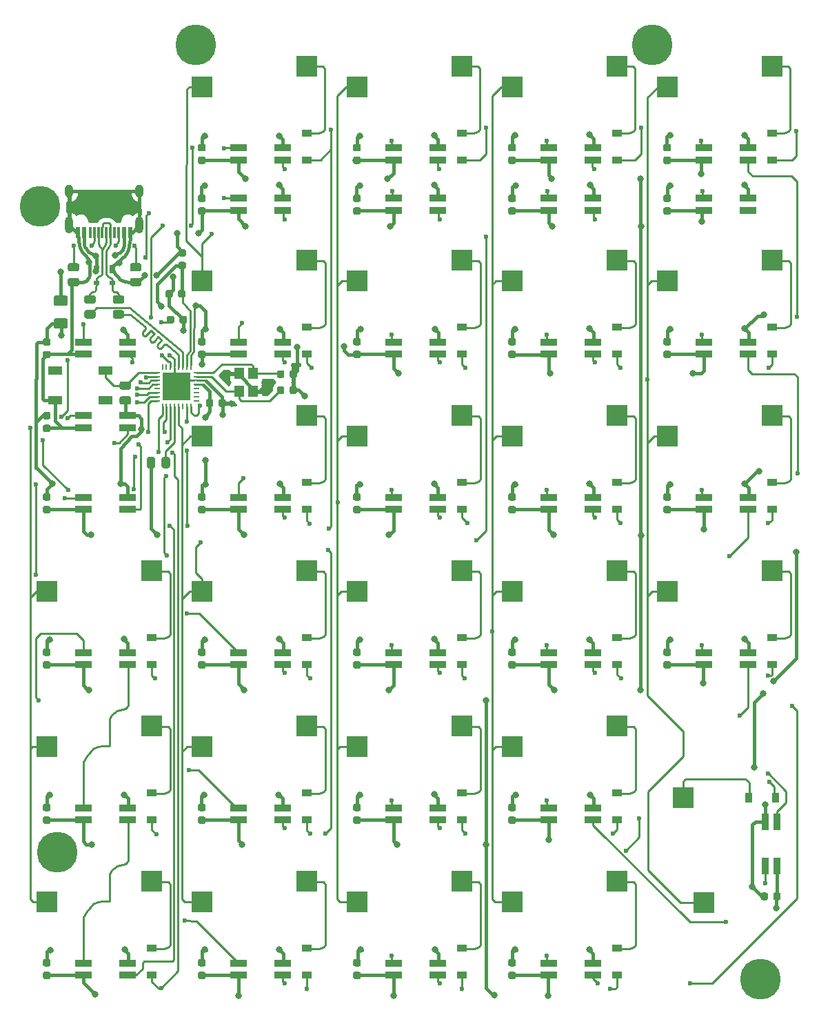
<source format=gbl>
%TF.GenerationSoftware,KiCad,Pcbnew,(5.1.7-0-10_14)*%
%TF.CreationDate,2020-11-03T23:52:54+09:00*%
%TF.ProjectId,contender,636f6e74-656e-4646-9572-2e6b69636164,rev?*%
%TF.SameCoordinates,Original*%
%TF.FileFunction,Copper,L2,Bot*%
%TF.FilePolarity,Positive*%
%FSLAX46Y46*%
G04 Gerber Fmt 4.6, Leading zero omitted, Abs format (unit mm)*
G04 Created by KiCad (PCBNEW (5.1.7-0-10_14)) date 2020-11-03 23:52:54*
%MOMM*%
%LPD*%
G01*
G04 APERTURE LIST*
%TA.AperFunction,ComponentPad*%
%ADD10C,5.000000*%
%TD*%
%TA.AperFunction,SMDPad,CuDef*%
%ADD11R,2.550000X2.500000*%
%TD*%
%TA.AperFunction,SMDPad,CuDef*%
%ADD12R,2.500000X2.550000*%
%TD*%
%TA.AperFunction,SMDPad,CuDef*%
%ADD13R,0.700000X0.250000*%
%TD*%
%TA.AperFunction,SMDPad,CuDef*%
%ADD14R,0.250000X0.700000*%
%TD*%
%TA.AperFunction,SMDPad,CuDef*%
%ADD15R,1.725000X1.725000*%
%TD*%
%TA.AperFunction,SMDPad,CuDef*%
%ADD16R,1.200000X1.400000*%
%TD*%
%TA.AperFunction,SMDPad,CuDef*%
%ADD17R,0.600000X1.450000*%
%TD*%
%TA.AperFunction,SMDPad,CuDef*%
%ADD18R,0.300000X1.450000*%
%TD*%
%TA.AperFunction,ComponentPad*%
%ADD19O,1.000000X2.100000*%
%TD*%
%TA.AperFunction,ComponentPad*%
%ADD20O,1.000000X1.600000*%
%TD*%
%TA.AperFunction,SMDPad,CuDef*%
%ADD21R,0.700000X1.000000*%
%TD*%
%TA.AperFunction,SMDPad,CuDef*%
%ADD22R,0.700000X0.600000*%
%TD*%
%TA.AperFunction,SMDPad,CuDef*%
%ADD23R,1.800000X1.100000*%
%TD*%
%TA.AperFunction,SMDPad,CuDef*%
%ADD24R,2.100000X0.830000*%
%TD*%
%TA.AperFunction,SMDPad,CuDef*%
%ADD25R,0.830000X2.100000*%
%TD*%
%TA.AperFunction,SMDPad,CuDef*%
%ADD26R,1.200000X0.900000*%
%TD*%
%TA.AperFunction,SMDPad,CuDef*%
%ADD27R,0.900000X1.200000*%
%TD*%
%TA.AperFunction,ViaPad*%
%ADD28C,0.800000*%
%TD*%
%TA.AperFunction,ViaPad*%
%ADD29C,0.600000*%
%TD*%
%TA.AperFunction,Conductor*%
%ADD30C,0.254000*%
%TD*%
%TA.AperFunction,Conductor*%
%ADD31C,0.381000*%
%TD*%
%TA.AperFunction,Conductor*%
%ADD32C,0.100000*%
%TD*%
G04 APERTURE END LIST*
D10*
%TO.P,HOLE_M3,1*%
%TO.N,N/C*%
X31115000Y-126111000D03*
%TD*%
%TO.P,HOLE_M3,1*%
%TO.N,N/C*%
X28956000Y-46863000D03*
%TD*%
%TO.P,HOLE_M3,1*%
%TO.N,N/C*%
X48133000Y-27051000D03*
%TD*%
%TO.P,HOLE_M3,1*%
%TO.N,N/C*%
X104140000Y-27051000D03*
%TD*%
%TO.P,HOLE_M3,1*%
%TO.N,N/C*%
X117475000Y-141732000D03*
%TD*%
D11*
%TO.P,MX21,2*%
%TO.N,Net-(D21-Pad2)*%
X61767720Y-129705600D03*
%TO.P,MX21,1*%
%TO.N,COL1*%
X48840720Y-132245600D03*
%TD*%
D12*
%TO.P,MX20,2*%
%TO.N,Net-(D20-Pad2)*%
X107995720Y-119418600D03*
%TO.P,MX20,1*%
%TO.N,COL4*%
X110535720Y-132345600D03*
%TD*%
D13*
%TO.P,U1,1*%
%TO.N,Net-(C1-Pad1)*%
X48155560Y-67266880D03*
%TO.P,U1,2*%
%TO.N,Net-(C2-Pad1)*%
X48155560Y-67766880D03*
%TO.P,U1,3*%
%TO.N,GND*%
X48155560Y-68266880D03*
%TO.P,U1,4*%
%TO.N,+5V*%
X48155560Y-68766880D03*
%TO.P,U1,5*%
%TO.N,Net-(U1-Pad5)*%
X48155560Y-69266880D03*
%TO.P,U1,6*%
%TO.N,Net-(U1-Pad6)*%
X48155560Y-69766880D03*
%TO.P,U1,7*%
%TO.N,Net-(U1-Pad7)*%
X48155560Y-70266880D03*
%TO.P,U1,8*%
%TO.N,Net-(U1-Pad8)*%
X48155560Y-70766880D03*
D14*
%TO.P,U1,9*%
%TO.N,ROW0*%
X47505560Y-71416880D03*
%TO.P,U1,10*%
%TO.N,ROWFN*%
X47005560Y-71416880D03*
%TO.P,U1,11*%
%TO.N,Net-(U1-Pad11)*%
X46505560Y-71416880D03*
%TO.P,U1,12*%
%TO.N,COL1*%
X46005560Y-71416880D03*
%TO.P,U1,13*%
%TO.N,Net-(R6-Pad2)*%
X45505560Y-71416880D03*
%TO.P,U1,14*%
%TO.N,COL3*%
X45005560Y-71416880D03*
%TO.P,U1,15*%
%TO.N,COL4*%
X44505560Y-71416880D03*
%TO.P,U1,16*%
%TO.N,ROW4*%
X44005560Y-71416880D03*
D13*
%TO.P,U1,17*%
%TO.N,COL2*%
X43355560Y-70766880D03*
%TO.P,U1,18*%
%TO.N,ROW3*%
X43355560Y-70266880D03*
%TO.P,U1,19*%
%TO.N,ROW1*%
X43355560Y-69766880D03*
%TO.P,U1,20*%
%TO.N,Net-(U1-Pad20)*%
X43355560Y-69266880D03*
%TO.P,U1,21*%
%TO.N,ROW2*%
X43355560Y-68766880D03*
%TO.P,U1,22*%
%TO.N,COL0*%
X43355560Y-68266880D03*
%TO.P,U1,23*%
%TO.N,RGBLED*%
X43355560Y-67766880D03*
%TO.P,U1,24*%
%TO.N,Net-(R1-Pad2)*%
X43355560Y-67266880D03*
D14*
%TO.P,U1,25*%
%TO.N,Net-(U1-Pad25)*%
X44005560Y-66616880D03*
%TO.P,U1,26*%
%TO.N,Net-(U1-Pad26)*%
X44505560Y-66616880D03*
%TO.P,U1,27*%
%TO.N,Net-(C4-Pad1)*%
X45005560Y-66616880D03*
%TO.P,U1,28*%
%TO.N,GND*%
X45505560Y-66616880D03*
%TO.P,U1,29*%
%TO.N,D+*%
X46005560Y-66616880D03*
%TO.P,U1,30*%
%TO.N,D-*%
X46505560Y-66616880D03*
%TO.P,U1,31*%
%TO.N,+5V*%
X47005560Y-66616880D03*
%TO.P,U1,32*%
X47505560Y-66616880D03*
D15*
%TO.P,U1,33*%
%TO.N,N/C*%
X44893060Y-69879380D03*
X44893060Y-68154380D03*
X46618060Y-69879380D03*
X46618060Y-68154380D03*
%TD*%
D16*
%TO.P,Y1,4*%
%TO.N,GND*%
X53404400Y-67393640D03*
%TO.P,Y1,3*%
%TO.N,Net-(C2-Pad1)*%
X53404400Y-69593640D03*
%TO.P,Y1,2*%
%TO.N,GND*%
X55104400Y-69593640D03*
%TO.P,Y1,1*%
%TO.N,Net-(C1-Pad1)*%
X55104400Y-67393640D03*
%TD*%
D17*
%TO.P,USB1,12*%
%TO.N,GND*%
X40100720Y-50118080D03*
%TO.P,USB1,1*%
X33650720Y-50118080D03*
%TO.P,USB1,11*%
%TO.N,VCC*%
X39325720Y-50118080D03*
%TO.P,USB1,2*%
X34425720Y-50118080D03*
D18*
%TO.P,USB1,3*%
%TO.N,Net-(USB1-Pad3)*%
X35125720Y-50118080D03*
%TO.P,USB1,10*%
%TO.N,Net-(R2-Pad1)*%
X38625720Y-50118080D03*
%TO.P,USB1,4*%
%TO.N,Net-(R3-Pad1)*%
X35625720Y-50118080D03*
%TO.P,USB1,9*%
%TO.N,Net-(USB1-Pad9)*%
X38125720Y-50118080D03*
%TO.P,USB1,5*%
%TO.N,Net-(R4-Pad2)*%
X36125720Y-50118080D03*
%TO.P,USB1,8*%
%TO.N,Net-(R5-Pad1)*%
X37625720Y-50118080D03*
%TO.P,USB1,7*%
%TO.N,Net-(R4-Pad2)*%
X37125720Y-50118080D03*
%TO.P,USB1,6*%
%TO.N,Net-(R5-Pad1)*%
X36625720Y-50118080D03*
D19*
%TO.P,USB1,13*%
%TO.N,GND*%
X32555720Y-49203080D03*
X41195720Y-49203080D03*
D20*
X32555720Y-45023080D03*
X41195720Y-45023080D03*
%TD*%
D21*
%TO.P,U2,1*%
%TO.N,GND*%
X37875720Y-54590760D03*
D22*
%TO.P,U2,4*%
%TO.N,VCC*%
X35875720Y-54390760D03*
%TO.P,U2,2*%
%TO.N,Net-(R5-Pad1)*%
X37875720Y-56290760D03*
%TO.P,U2,3*%
%TO.N,Net-(R4-Pad2)*%
X35875720Y-56290760D03*
%TD*%
D23*
%TO.P,SW1,4*%
%TO.N,N/C*%
X37039480Y-70709400D03*
%TO.P,SW1,3*%
X30839480Y-67009400D03*
%TO.P,SW1,2*%
%TO.N,Net-(R1-Pad2)*%
X37039480Y-67009400D03*
%TO.P,SW1,1*%
%TO.N,GND*%
X30839480Y-70709400D03*
%TD*%
%TO.P,R6,2*%
%TO.N,Net-(R6-Pad2)*%
%TA.AperFunction,SMDPad,CuDef*%
G36*
G01*
X43905120Y-78793761D02*
X43905120Y-77893759D01*
G75*
G02*
X44155119Y-77643760I249999J0D01*
G01*
X44680121Y-77643760D01*
G75*
G02*
X44930120Y-77893759I0J-249999D01*
G01*
X44930120Y-78793761D01*
G75*
G02*
X44680121Y-79043760I-249999J0D01*
G01*
X44155119Y-79043760D01*
G75*
G02*
X43905120Y-78793761I0J249999D01*
G01*
G37*
%TD.AperFunction*%
%TO.P,R6,1*%
%TO.N,GND*%
%TA.AperFunction,SMDPad,CuDef*%
G36*
G01*
X42080120Y-78793761D02*
X42080120Y-77893759D01*
G75*
G02*
X42330119Y-77643760I249999J0D01*
G01*
X42855121Y-77643760D01*
G75*
G02*
X43105120Y-77893759I0J-249999D01*
G01*
X43105120Y-78793761D01*
G75*
G02*
X42855121Y-79043760I-249999J0D01*
G01*
X42330119Y-79043760D01*
G75*
G02*
X42080120Y-78793761I0J249999D01*
G01*
G37*
%TD.AperFunction*%
%TD*%
%TO.P,R5,2*%
%TO.N,D+*%
%TA.AperFunction,SMDPad,CuDef*%
G36*
G01*
X38157999Y-59635980D02*
X39058001Y-59635980D01*
G75*
G02*
X39308000Y-59885979I0J-249999D01*
G01*
X39308000Y-60410981D01*
G75*
G02*
X39058001Y-60660980I-249999J0D01*
G01*
X38157999Y-60660980D01*
G75*
G02*
X37908000Y-60410981I0J249999D01*
G01*
X37908000Y-59885979D01*
G75*
G02*
X38157999Y-59635980I249999J0D01*
G01*
G37*
%TD.AperFunction*%
%TO.P,R5,1*%
%TO.N,Net-(R5-Pad1)*%
%TA.AperFunction,SMDPad,CuDef*%
G36*
G01*
X38157999Y-57810980D02*
X39058001Y-57810980D01*
G75*
G02*
X39308000Y-58060979I0J-249999D01*
G01*
X39308000Y-58585981D01*
G75*
G02*
X39058001Y-58835980I-249999J0D01*
G01*
X38157999Y-58835980D01*
G75*
G02*
X37908000Y-58585981I0J249999D01*
G01*
X37908000Y-58060979D01*
G75*
G02*
X38157999Y-57810980I249999J0D01*
G01*
G37*
%TD.AperFunction*%
%TD*%
%TO.P,R4,2*%
%TO.N,Net-(R4-Pad2)*%
%TA.AperFunction,SMDPad,CuDef*%
G36*
G01*
X35562961Y-58835980D02*
X34662959Y-58835980D01*
G75*
G02*
X34412960Y-58585981I0J249999D01*
G01*
X34412960Y-58060979D01*
G75*
G02*
X34662959Y-57810980I249999J0D01*
G01*
X35562961Y-57810980D01*
G75*
G02*
X35812960Y-58060979I0J-249999D01*
G01*
X35812960Y-58585981D01*
G75*
G02*
X35562961Y-58835980I-249999J0D01*
G01*
G37*
%TD.AperFunction*%
%TO.P,R4,1*%
%TO.N,D-*%
%TA.AperFunction,SMDPad,CuDef*%
G36*
G01*
X35562961Y-60660980D02*
X34662959Y-60660980D01*
G75*
G02*
X34412960Y-60410981I0J249999D01*
G01*
X34412960Y-59885979D01*
G75*
G02*
X34662959Y-59635980I249999J0D01*
G01*
X35562961Y-59635980D01*
G75*
G02*
X35812960Y-59885979I0J-249999D01*
G01*
X35812960Y-60410981D01*
G75*
G02*
X35562961Y-60660980I-249999J0D01*
G01*
G37*
%TD.AperFunction*%
%TD*%
%TO.P,R3,2*%
%TO.N,GND*%
%TA.AperFunction,SMDPad,CuDef*%
G36*
G01*
X32636039Y-55685640D02*
X33536041Y-55685640D01*
G75*
G02*
X33786040Y-55935639I0J-249999D01*
G01*
X33786040Y-56460641D01*
G75*
G02*
X33536041Y-56710640I-249999J0D01*
G01*
X32636039Y-56710640D01*
G75*
G02*
X32386040Y-56460641I0J249999D01*
G01*
X32386040Y-55935639D01*
G75*
G02*
X32636039Y-55685640I249999J0D01*
G01*
G37*
%TD.AperFunction*%
%TO.P,R3,1*%
%TO.N,Net-(R3-Pad1)*%
%TA.AperFunction,SMDPad,CuDef*%
G36*
G01*
X32636039Y-53860640D02*
X33536041Y-53860640D01*
G75*
G02*
X33786040Y-54110639I0J-249999D01*
G01*
X33786040Y-54635641D01*
G75*
G02*
X33536041Y-54885640I-249999J0D01*
G01*
X32636039Y-54885640D01*
G75*
G02*
X32386040Y-54635641I0J249999D01*
G01*
X32386040Y-54110639D01*
G75*
G02*
X32636039Y-53860640I249999J0D01*
G01*
G37*
%TD.AperFunction*%
%TD*%
%TO.P,R2,2*%
%TO.N,GND*%
%TA.AperFunction,SMDPad,CuDef*%
G36*
G01*
X40279779Y-55685640D02*
X41179781Y-55685640D01*
G75*
G02*
X41429780Y-55935639I0J-249999D01*
G01*
X41429780Y-56460641D01*
G75*
G02*
X41179781Y-56710640I-249999J0D01*
G01*
X40279779Y-56710640D01*
G75*
G02*
X40029780Y-56460641I0J249999D01*
G01*
X40029780Y-55935639D01*
G75*
G02*
X40279779Y-55685640I249999J0D01*
G01*
G37*
%TD.AperFunction*%
%TO.P,R2,1*%
%TO.N,Net-(R2-Pad1)*%
%TA.AperFunction,SMDPad,CuDef*%
G36*
G01*
X40279779Y-53860640D02*
X41179781Y-53860640D01*
G75*
G02*
X41429780Y-54110639I0J-249999D01*
G01*
X41429780Y-54635641D01*
G75*
G02*
X41179781Y-54885640I-249999J0D01*
G01*
X40279779Y-54885640D01*
G75*
G02*
X40029780Y-54635641I0J249999D01*
G01*
X40029780Y-54110639D01*
G75*
G02*
X40279779Y-53860640I249999J0D01*
G01*
G37*
%TD.AperFunction*%
%TD*%
%TO.P,R1,2*%
%TO.N,Net-(R1-Pad2)*%
%TA.AperFunction,SMDPad,CuDef*%
G36*
G01*
X39896201Y-69399200D02*
X38996199Y-69399200D01*
G75*
G02*
X38746200Y-69149201I0J249999D01*
G01*
X38746200Y-68624199D01*
G75*
G02*
X38996199Y-68374200I249999J0D01*
G01*
X39896201Y-68374200D01*
G75*
G02*
X40146200Y-68624199I0J-249999D01*
G01*
X40146200Y-69149201D01*
G75*
G02*
X39896201Y-69399200I-249999J0D01*
G01*
G37*
%TD.AperFunction*%
%TO.P,R1,1*%
%TO.N,+5V*%
%TA.AperFunction,SMDPad,CuDef*%
G36*
G01*
X39896201Y-71224200D02*
X38996199Y-71224200D01*
G75*
G02*
X38746200Y-70974201I0J249999D01*
G01*
X38746200Y-70449199D01*
G75*
G02*
X38996199Y-70199200I249999J0D01*
G01*
X39896201Y-70199200D01*
G75*
G02*
X40146200Y-70449199I0J-249999D01*
G01*
X40146200Y-70974201D01*
G75*
G02*
X39896201Y-71224200I-249999J0D01*
G01*
G37*
%TD.AperFunction*%
%TD*%
D11*
%TO.P,MX26,2*%
%TO.N,Net-(D26-Pad2)*%
X42717720Y-129705600D03*
%TO.P,MX26,1*%
%TO.N,COL0*%
X29790720Y-132245600D03*
%TD*%
%TO.P,MX25,2*%
%TO.N,Net-(D25-Pad2)*%
X42717720Y-110655600D03*
%TO.P,MX25,1*%
%TO.N,COL0*%
X29790720Y-113195600D03*
%TD*%
%TO.P,MX24,2*%
%TO.N,Net-(D24-Pad2)*%
X42717720Y-91605600D03*
%TO.P,MX24,1*%
%TO.N,COL0*%
X29790720Y-94145600D03*
%TD*%
%TO.P,MX23,2*%
%TO.N,Net-(D23-Pad2)*%
X99867720Y-129705600D03*
%TO.P,MX23,1*%
%TO.N,COL3*%
X86940720Y-132245600D03*
%TD*%
%TO.P,MX22,2*%
%TO.N,Net-(D22-Pad2)*%
X80817720Y-129705600D03*
%TO.P,MX22,1*%
%TO.N,COL2*%
X67890720Y-132245600D03*
%TD*%
%TO.P,MX19,2*%
%TO.N,Net-(D19-Pad2)*%
X99867720Y-110655600D03*
%TO.P,MX19,1*%
%TO.N,COL3*%
X86940720Y-113195600D03*
%TD*%
%TO.P,MX18,2*%
%TO.N,Net-(D18-Pad2)*%
X80817720Y-110655600D03*
%TO.P,MX18,1*%
%TO.N,COL2*%
X67890720Y-113195600D03*
%TD*%
%TO.P,MX17,2*%
%TO.N,Net-(D17-Pad2)*%
X61767720Y-110655600D03*
%TO.P,MX17,1*%
%TO.N,COL1*%
X48840720Y-113195600D03*
%TD*%
%TO.P,MX16,2*%
%TO.N,Net-(D16-Pad2)*%
X118917720Y-91605600D03*
%TO.P,MX16,1*%
%TO.N,COL4*%
X105990720Y-94145600D03*
%TD*%
%TO.P,MX15,2*%
%TO.N,Net-(D15-Pad2)*%
X99867720Y-91605600D03*
%TO.P,MX15,1*%
%TO.N,COL3*%
X86940720Y-94145600D03*
%TD*%
%TO.P,MX14,2*%
%TO.N,Net-(D14-Pad2)*%
X80817720Y-91605600D03*
%TO.P,MX14,1*%
%TO.N,COL2*%
X67890720Y-94145600D03*
%TD*%
%TO.P,MX13,2*%
%TO.N,Net-(D13-Pad2)*%
X61767720Y-91605600D03*
%TO.P,MX13,1*%
%TO.N,COL1*%
X48840720Y-94145600D03*
%TD*%
%TO.P,MX12,2*%
%TO.N,Net-(D12-Pad2)*%
X118917720Y-72555600D03*
%TO.P,MX12,1*%
%TO.N,COL4*%
X105990720Y-75095600D03*
%TD*%
%TO.P,MX11,2*%
%TO.N,Net-(D11-Pad2)*%
X99867720Y-72555600D03*
%TO.P,MX11,1*%
%TO.N,COL3*%
X86940720Y-75095600D03*
%TD*%
%TO.P,MX10,2*%
%TO.N,Net-(D10-Pad2)*%
X80817720Y-72555600D03*
%TO.P,MX10,1*%
%TO.N,COL2*%
X67890720Y-75095600D03*
%TD*%
%TO.P,MX9,2*%
%TO.N,Net-(D9-Pad2)*%
X61767720Y-72555600D03*
%TO.P,MX9,1*%
%TO.N,COL1*%
X48840720Y-75095600D03*
%TD*%
%TO.P,MX8,2*%
%TO.N,Net-(D8-Pad2)*%
X118917720Y-53505600D03*
%TO.P,MX8,1*%
%TO.N,COL4*%
X105990720Y-56045600D03*
%TD*%
%TO.P,MX7,2*%
%TO.N,Net-(D7-Pad2)*%
X99867720Y-53505600D03*
%TO.P,MX7,1*%
%TO.N,COL3*%
X86940720Y-56045600D03*
%TD*%
%TO.P,MX6,2*%
%TO.N,Net-(D6-Pad2)*%
X80817720Y-53505600D03*
%TO.P,MX6,1*%
%TO.N,COL2*%
X67890720Y-56045600D03*
%TD*%
%TO.P,MX5,2*%
%TO.N,Net-(D5-Pad2)*%
X61767720Y-53505600D03*
%TO.P,MX5,1*%
%TO.N,COL1*%
X48840720Y-56045600D03*
%TD*%
%TO.P,MX4,2*%
%TO.N,Net-(D4-Pad2)*%
X118917720Y-29692600D03*
%TO.P,MX4,1*%
%TO.N,COL4*%
X105990720Y-32232600D03*
%TD*%
%TO.P,MX3,2*%
%TO.N,Net-(D3-Pad2)*%
X99867720Y-29692600D03*
%TO.P,MX3,1*%
%TO.N,COL3*%
X86940720Y-32232600D03*
%TD*%
%TO.P,MX2,2*%
%TO.N,Net-(D2-Pad2)*%
X80817720Y-29692600D03*
%TO.P,MX2,1*%
%TO.N,COL2*%
X67890720Y-32232600D03*
%TD*%
%TO.P,MX1,2*%
%TO.N,Net-(D1-Pad2)*%
X61767720Y-29692600D03*
%TO.P,MX1,1*%
%TO.N,COL1*%
X48840720Y-32232600D03*
%TD*%
D24*
%TO.P,L33,2*%
%TO.N,Net-(L33-Pad2)*%
X115952080Y-47373540D03*
%TO.P,L33,3*%
%TO.N,GND*%
X110473680Y-47373540D03*
%TO.P,L33,1*%
%TO.N,+5V*%
X115957160Y-45915580D03*
%TO.P,L33,4*%
%TO.N,Net-(L32-Pad2)*%
X110473680Y-45915580D03*
%TD*%
%TO.P,L32,2*%
%TO.N,Net-(L32-Pad2)*%
X96902080Y-47373540D03*
%TO.P,L32,3*%
%TO.N,GND*%
X91423680Y-47373540D03*
%TO.P,L32,1*%
%TO.N,+5V*%
X96907160Y-45915580D03*
%TO.P,L32,4*%
%TO.N,Net-(L31-Pad2)*%
X91423680Y-45915580D03*
%TD*%
%TO.P,L31,2*%
%TO.N,Net-(L31-Pad2)*%
X77852080Y-47373540D03*
%TO.P,L31,3*%
%TO.N,GND*%
X72373680Y-47373540D03*
%TO.P,L31,1*%
%TO.N,+5V*%
X77857160Y-45915580D03*
%TO.P,L31,4*%
%TO.N,Net-(L30-Pad2)*%
X72373680Y-45915580D03*
%TD*%
%TO.P,L30,2*%
%TO.N,Net-(L30-Pad2)*%
X58802080Y-47373540D03*
%TO.P,L30,3*%
%TO.N,GND*%
X53323680Y-47373540D03*
%TO.P,L30,1*%
%TO.N,+5V*%
X58807160Y-45915580D03*
%TO.P,L30,4*%
%TO.N,Net-(L29-Pad2)*%
X53323680Y-45915580D03*
%TD*%
%TO.P,L29,2*%
%TO.N,Net-(L29-Pad2)*%
X39752080Y-64993860D03*
%TO.P,L29,3*%
%TO.N,GND*%
X34273680Y-64993860D03*
%TO.P,L29,1*%
%TO.N,+5V*%
X39757160Y-63535900D03*
%TO.P,L29,4*%
%TO.N,Net-(L28-Pad2)*%
X34273680Y-63535900D03*
%TD*%
%TO.P,L28,2*%
%TO.N,Net-(L28-Pad2)*%
X39752080Y-74043860D03*
%TO.P,L28,3*%
%TO.N,GND*%
X34273680Y-74043860D03*
%TO.P,L28,1*%
%TO.N,+5V*%
X39757160Y-72585900D03*
%TO.P,L28,4*%
%TO.N,Net-(L27-Pad2)*%
X34273680Y-72585900D03*
%TD*%
%TO.P,L27,2*%
%TO.N,Net-(L27-Pad2)*%
X39752080Y-84043860D03*
%TO.P,L27,3*%
%TO.N,GND*%
X34273680Y-84043860D03*
%TO.P,L27,1*%
%TO.N,+5V*%
X39757160Y-82585900D03*
%TO.P,L27,4*%
%TO.N,Net-(L26-Pad2)*%
X34273680Y-82585900D03*
%TD*%
%TO.P,L26,2*%
%TO.N,Net-(L26-Pad2)*%
X39752080Y-141193860D03*
%TO.P,L26,3*%
%TO.N,GND*%
X34273680Y-141193860D03*
%TO.P,L26,1*%
%TO.N,+5V*%
X39757160Y-139735900D03*
%TO.P,L26,4*%
%TO.N,Net-(L25-Pad2)*%
X34273680Y-139735900D03*
%TD*%
%TO.P,L25,2*%
%TO.N,Net-(L25-Pad2)*%
X39752080Y-122143860D03*
%TO.P,L25,3*%
%TO.N,GND*%
X34273680Y-122143860D03*
%TO.P,L25,1*%
%TO.N,+5V*%
X39757160Y-120685900D03*
%TO.P,L25,4*%
%TO.N,Net-(L24-Pad2)*%
X34273680Y-120685900D03*
%TD*%
%TO.P,L24,2*%
%TO.N,Net-(L24-Pad2)*%
X39752080Y-103093860D03*
%TO.P,L24,3*%
%TO.N,GND*%
X34273680Y-103093860D03*
%TO.P,L24,1*%
%TO.N,+5V*%
X39757160Y-101635900D03*
%TO.P,L24,4*%
%TO.N,Net-(L23-Pad2)*%
X34273680Y-101635900D03*
%TD*%
%TO.P,L23,2*%
%TO.N,Net-(L23-Pad2)*%
X96902080Y-141193860D03*
%TO.P,L23,3*%
%TO.N,GND*%
X91423680Y-141193860D03*
%TO.P,L23,1*%
%TO.N,+5V*%
X96907160Y-139735900D03*
%TO.P,L23,4*%
%TO.N,Net-(L22-Pad2)*%
X91423680Y-139735900D03*
%TD*%
%TO.P,L22,2*%
%TO.N,Net-(L22-Pad2)*%
X77852080Y-141193860D03*
%TO.P,L22,3*%
%TO.N,GND*%
X72373680Y-141193860D03*
%TO.P,L22,1*%
%TO.N,+5V*%
X77857160Y-139735900D03*
%TO.P,L22,4*%
%TO.N,Net-(L21-Pad2)*%
X72373680Y-139735900D03*
%TD*%
%TO.P,L21,2*%
%TO.N,Net-(L21-Pad2)*%
X58802080Y-141193860D03*
%TO.P,L21,3*%
%TO.N,GND*%
X53323680Y-141193860D03*
%TO.P,L21,1*%
%TO.N,+5V*%
X58807160Y-139735900D03*
%TO.P,L21,4*%
%TO.N,Net-(L20-Pad2)*%
X53323680Y-139735900D03*
%TD*%
D25*
%TO.P,L20,2*%
%TO.N,Net-(L20-Pad2)*%
X119483980Y-122384240D03*
%TO.P,L20,3*%
%TO.N,GND*%
X119483980Y-127862640D03*
%TO.P,L20,1*%
%TO.N,+5V*%
X118026020Y-122379160D03*
%TO.P,L20,4*%
%TO.N,Net-(L19-Pad2)*%
X118026020Y-127862640D03*
%TD*%
D24*
%TO.P,L19,2*%
%TO.N,Net-(L19-Pad2)*%
X96902080Y-122143860D03*
%TO.P,L19,3*%
%TO.N,GND*%
X91423680Y-122143860D03*
%TO.P,L19,1*%
%TO.N,+5V*%
X96907160Y-120685900D03*
%TO.P,L19,4*%
%TO.N,Net-(L18-Pad2)*%
X91423680Y-120685900D03*
%TD*%
%TO.P,L18,2*%
%TO.N,Net-(L18-Pad2)*%
X77852080Y-122143860D03*
%TO.P,L18,3*%
%TO.N,GND*%
X72373680Y-122143860D03*
%TO.P,L18,1*%
%TO.N,+5V*%
X77857160Y-120685900D03*
%TO.P,L18,4*%
%TO.N,Net-(L17-Pad2)*%
X72373680Y-120685900D03*
%TD*%
%TO.P,L17,2*%
%TO.N,Net-(L17-Pad2)*%
X58802080Y-122143860D03*
%TO.P,L17,3*%
%TO.N,GND*%
X53323680Y-122143860D03*
%TO.P,L17,1*%
%TO.N,+5V*%
X58807160Y-120685900D03*
%TO.P,L17,4*%
%TO.N,Net-(L16-Pad2)*%
X53323680Y-120685900D03*
%TD*%
%TO.P,L16,2*%
%TO.N,Net-(L16-Pad2)*%
X115952080Y-103093860D03*
%TO.P,L16,3*%
%TO.N,GND*%
X110473680Y-103093860D03*
%TO.P,L16,1*%
%TO.N,+5V*%
X115957160Y-101635900D03*
%TO.P,L16,4*%
%TO.N,Net-(L15-Pad2)*%
X110473680Y-101635900D03*
%TD*%
%TO.P,L15,2*%
%TO.N,Net-(L15-Pad2)*%
X96902080Y-103093860D03*
%TO.P,L15,3*%
%TO.N,GND*%
X91423680Y-103093860D03*
%TO.P,L15,1*%
%TO.N,+5V*%
X96907160Y-101635900D03*
%TO.P,L15,4*%
%TO.N,Net-(L14-Pad2)*%
X91423680Y-101635900D03*
%TD*%
%TO.P,L14,2*%
%TO.N,Net-(L14-Pad2)*%
X77852080Y-103093860D03*
%TO.P,L14,3*%
%TO.N,GND*%
X72373680Y-103093860D03*
%TO.P,L14,1*%
%TO.N,+5V*%
X77857160Y-101635900D03*
%TO.P,L14,4*%
%TO.N,Net-(L13-Pad2)*%
X72373680Y-101635900D03*
%TD*%
%TO.P,L13,2*%
%TO.N,Net-(L13-Pad2)*%
X58802080Y-103093860D03*
%TO.P,L13,3*%
%TO.N,GND*%
X53323680Y-103093860D03*
%TO.P,L13,1*%
%TO.N,+5V*%
X58807160Y-101635900D03*
%TO.P,L13,4*%
%TO.N,Net-(L12-Pad2)*%
X53323680Y-101635900D03*
%TD*%
%TO.P,L12,2*%
%TO.N,Net-(L12-Pad2)*%
X115952080Y-84043860D03*
%TO.P,L12,3*%
%TO.N,GND*%
X110473680Y-84043860D03*
%TO.P,L12,1*%
%TO.N,+5V*%
X115957160Y-82585900D03*
%TO.P,L12,4*%
%TO.N,Net-(L11-Pad2)*%
X110473680Y-82585900D03*
%TD*%
%TO.P,L11,2*%
%TO.N,Net-(L11-Pad2)*%
X96902080Y-84043860D03*
%TO.P,L11,3*%
%TO.N,GND*%
X91423680Y-84043860D03*
%TO.P,L11,1*%
%TO.N,+5V*%
X96907160Y-82585900D03*
%TO.P,L11,4*%
%TO.N,Net-(L10-Pad2)*%
X91423680Y-82585900D03*
%TD*%
%TO.P,L10,2*%
%TO.N,Net-(L10-Pad2)*%
X77852080Y-84043860D03*
%TO.P,L10,3*%
%TO.N,GND*%
X72373680Y-84043860D03*
%TO.P,L10,1*%
%TO.N,+5V*%
X77857160Y-82585900D03*
%TO.P,L10,4*%
%TO.N,Net-(L10-Pad4)*%
X72373680Y-82585900D03*
%TD*%
%TO.P,L9,2*%
%TO.N,Net-(L10-Pad4)*%
X58802080Y-84043860D03*
%TO.P,L9,3*%
%TO.N,GND*%
X53323680Y-84043860D03*
%TO.P,L9,1*%
%TO.N,+5V*%
X58807160Y-82585900D03*
%TO.P,L9,4*%
%TO.N,Net-(L8-Pad2)*%
X53323680Y-82585900D03*
%TD*%
%TO.P,L8,2*%
%TO.N,Net-(L8-Pad2)*%
X115952080Y-64993860D03*
%TO.P,L8,3*%
%TO.N,GND*%
X110473680Y-64993860D03*
%TO.P,L8,1*%
%TO.N,+5V*%
X115957160Y-63535900D03*
%TO.P,L8,4*%
%TO.N,Net-(L7-Pad2)*%
X110473680Y-63535900D03*
%TD*%
%TO.P,L7,2*%
%TO.N,Net-(L7-Pad2)*%
X96902080Y-64993860D03*
%TO.P,L7,3*%
%TO.N,GND*%
X91423680Y-64993860D03*
%TO.P,L7,1*%
%TO.N,+5V*%
X96907160Y-63535900D03*
%TO.P,L7,4*%
%TO.N,Net-(L6-Pad2)*%
X91423680Y-63535900D03*
%TD*%
%TO.P,L6,2*%
%TO.N,Net-(L6-Pad2)*%
X77852080Y-64993860D03*
%TO.P,L6,3*%
%TO.N,GND*%
X72373680Y-64993860D03*
%TO.P,L6,1*%
%TO.N,+5V*%
X77857160Y-63535900D03*
%TO.P,L6,4*%
%TO.N,Net-(L5-Pad2)*%
X72373680Y-63535900D03*
%TD*%
%TO.P,L5,2*%
%TO.N,Net-(L5-Pad2)*%
X58802080Y-64993860D03*
%TO.P,L5,3*%
%TO.N,GND*%
X53323680Y-64993860D03*
%TO.P,L5,1*%
%TO.N,+5V*%
X58807160Y-63535900D03*
%TO.P,L5,4*%
%TO.N,Net-(L4-Pad2)*%
X53323680Y-63535900D03*
%TD*%
%TO.P,L4,2*%
%TO.N,Net-(L4-Pad2)*%
X115952080Y-41180860D03*
%TO.P,L4,3*%
%TO.N,GND*%
X110473680Y-41180860D03*
%TO.P,L4,1*%
%TO.N,+5V*%
X115957160Y-39722900D03*
%TO.P,L4,4*%
%TO.N,Net-(L3-Pad2)*%
X110473680Y-39722900D03*
%TD*%
%TO.P,L3,2*%
%TO.N,Net-(L3-Pad2)*%
X96902080Y-41180860D03*
%TO.P,L3,3*%
%TO.N,GND*%
X91423680Y-41180860D03*
%TO.P,L3,1*%
%TO.N,+5V*%
X96907160Y-39722900D03*
%TO.P,L3,4*%
%TO.N,Net-(L2-Pad2)*%
X91423680Y-39722900D03*
%TD*%
%TO.P,L2,2*%
%TO.N,Net-(L2-Pad2)*%
X77852080Y-41180860D03*
%TO.P,L2,3*%
%TO.N,GND*%
X72373680Y-41180860D03*
%TO.P,L2,1*%
%TO.N,+5V*%
X77857160Y-39722900D03*
%TO.P,L2,4*%
%TO.N,Net-(L1-Pad2)*%
X72373680Y-39722900D03*
%TD*%
%TO.P,L1,2*%
%TO.N,Net-(L1-Pad2)*%
X58802080Y-41180860D03*
%TO.P,L1,3*%
%TO.N,GND*%
X53323680Y-41180860D03*
%TO.P,L1,1*%
%TO.N,+5V*%
X58807160Y-39722900D03*
%TO.P,L1,4*%
%TO.N,RGBLED*%
X53323680Y-39722900D03*
%TD*%
%TO.P,F1,2*%
%TO.N,VCC*%
%TA.AperFunction,SMDPad,CuDef*%
G36*
G01*
X32146400Y-59092800D02*
X30896400Y-59092800D01*
G75*
G02*
X30646400Y-58842800I0J250000D01*
G01*
X30646400Y-58092800D01*
G75*
G02*
X30896400Y-57842800I250000J0D01*
G01*
X32146400Y-57842800D01*
G75*
G02*
X32396400Y-58092800I0J-250000D01*
G01*
X32396400Y-58842800D01*
G75*
G02*
X32146400Y-59092800I-250000J0D01*
G01*
G37*
%TD.AperFunction*%
%TO.P,F1,1*%
%TO.N,+5V*%
%TA.AperFunction,SMDPad,CuDef*%
G36*
G01*
X32146400Y-61892800D02*
X30896400Y-61892800D01*
G75*
G02*
X30646400Y-61642800I0J250000D01*
G01*
X30646400Y-60892800D01*
G75*
G02*
X30896400Y-60642800I250000J0D01*
G01*
X32146400Y-60642800D01*
G75*
G02*
X32396400Y-60892800I0J-250000D01*
G01*
X32396400Y-61642800D01*
G75*
G02*
X32146400Y-61892800I-250000J0D01*
G01*
G37*
%TD.AperFunction*%
%TD*%
D26*
%TO.P,D26,2*%
%TO.N,Net-(D26-Pad2)*%
X42717720Y-137898100D03*
%TO.P,D26,1*%
%TO.N,ROW4*%
X42717720Y-141198100D03*
%TD*%
%TO.P,D25,2*%
%TO.N,Net-(D25-Pad2)*%
X42717720Y-118848100D03*
%TO.P,D25,1*%
%TO.N,ROW3*%
X42717720Y-122148100D03*
%TD*%
%TO.P,D24,2*%
%TO.N,Net-(D24-Pad2)*%
X42717720Y-99798100D03*
%TO.P,D24,1*%
%TO.N,ROW2*%
X42717720Y-103098100D03*
%TD*%
%TO.P,D23,2*%
%TO.N,Net-(D23-Pad2)*%
X99867720Y-137898100D03*
%TO.P,D23,1*%
%TO.N,ROW4*%
X99867720Y-141198100D03*
%TD*%
%TO.P,D22,2*%
%TO.N,Net-(D22-Pad2)*%
X80817720Y-137898100D03*
%TO.P,D22,1*%
%TO.N,ROW4*%
X80817720Y-141198100D03*
%TD*%
%TO.P,D21,2*%
%TO.N,Net-(D21-Pad2)*%
X61767720Y-137898100D03*
%TO.P,D21,1*%
%TO.N,ROW4*%
X61767720Y-141198100D03*
%TD*%
D27*
%TO.P,D20,2*%
%TO.N,Net-(D20-Pad2)*%
X116000720Y-119418600D03*
%TO.P,D20,1*%
%TO.N,ROW3*%
X119300720Y-119418600D03*
%TD*%
D26*
%TO.P,D19,2*%
%TO.N,Net-(D19-Pad2)*%
X99867720Y-118848100D03*
%TO.P,D19,1*%
%TO.N,ROW3*%
X99867720Y-122148100D03*
%TD*%
%TO.P,D18,2*%
%TO.N,Net-(D18-Pad2)*%
X80817720Y-118848100D03*
%TO.P,D18,1*%
%TO.N,ROW3*%
X80817720Y-122148100D03*
%TD*%
%TO.P,D17,2*%
%TO.N,Net-(D17-Pad2)*%
X61767720Y-118848100D03*
%TO.P,D17,1*%
%TO.N,ROW3*%
X61767720Y-122148100D03*
%TD*%
%TO.P,D16,2*%
%TO.N,Net-(D16-Pad2)*%
X118917720Y-99798100D03*
%TO.P,D16,1*%
%TO.N,ROW2*%
X118917720Y-103098100D03*
%TD*%
%TO.P,D15,2*%
%TO.N,Net-(D15-Pad2)*%
X99867720Y-99798100D03*
%TO.P,D15,1*%
%TO.N,ROW2*%
X99867720Y-103098100D03*
%TD*%
%TO.P,D14,2*%
%TO.N,Net-(D14-Pad2)*%
X80817720Y-99798100D03*
%TO.P,D14,1*%
%TO.N,ROW2*%
X80817720Y-103098100D03*
%TD*%
%TO.P,D13,2*%
%TO.N,Net-(D13-Pad2)*%
X61767720Y-99798100D03*
%TO.P,D13,1*%
%TO.N,ROW2*%
X61767720Y-103098100D03*
%TD*%
%TO.P,D12,2*%
%TO.N,Net-(D12-Pad2)*%
X118917720Y-80748100D03*
%TO.P,D12,1*%
%TO.N,ROW1*%
X118917720Y-84048100D03*
%TD*%
%TO.P,D11,2*%
%TO.N,Net-(D11-Pad2)*%
X99867720Y-80748100D03*
%TO.P,D11,1*%
%TO.N,ROW1*%
X99867720Y-84048100D03*
%TD*%
%TO.P,D10,2*%
%TO.N,Net-(D10-Pad2)*%
X80817720Y-80748100D03*
%TO.P,D10,1*%
%TO.N,ROW1*%
X80817720Y-84048100D03*
%TD*%
%TO.P,D9,2*%
%TO.N,Net-(D9-Pad2)*%
X61767720Y-80748100D03*
%TO.P,D9,1*%
%TO.N,ROW1*%
X61767720Y-84048100D03*
%TD*%
%TO.P,D8,2*%
%TO.N,Net-(D8-Pad2)*%
X118917720Y-61698100D03*
%TO.P,D8,1*%
%TO.N,ROW0*%
X118917720Y-64998100D03*
%TD*%
%TO.P,D7,2*%
%TO.N,Net-(D7-Pad2)*%
X99867720Y-61698100D03*
%TO.P,D7,1*%
%TO.N,ROW0*%
X99867720Y-64998100D03*
%TD*%
%TO.P,D6,2*%
%TO.N,Net-(D6-Pad2)*%
X80817720Y-61698100D03*
%TO.P,D6,1*%
%TO.N,ROW0*%
X80817720Y-64998100D03*
%TD*%
%TO.P,D5,2*%
%TO.N,Net-(D5-Pad2)*%
X61767720Y-61698100D03*
%TO.P,D5,1*%
%TO.N,ROW0*%
X61767720Y-64998100D03*
%TD*%
%TO.P,D4,2*%
%TO.N,Net-(D4-Pad2)*%
X118917720Y-37885100D03*
%TO.P,D4,1*%
%TO.N,ROWFN*%
X118917720Y-41185100D03*
%TD*%
%TO.P,D3,2*%
%TO.N,Net-(D3-Pad2)*%
X99867720Y-37885100D03*
%TO.P,D3,1*%
%TO.N,ROWFN*%
X99867720Y-41185100D03*
%TD*%
%TO.P,D2,2*%
%TO.N,Net-(D2-Pad2)*%
X80817720Y-37885100D03*
%TO.P,D2,1*%
%TO.N,ROWFN*%
X80817720Y-41185100D03*
%TD*%
%TO.P,D1,2*%
%TO.N,Net-(D1-Pad2)*%
X61767720Y-37885100D03*
%TO.P,D1,1*%
%TO.N,ROWFN*%
X61767720Y-41185100D03*
%TD*%
%TO.P,CR33,2*%
%TO.N,GND*%
%TA.AperFunction,SMDPad,CuDef*%
G36*
G01*
X105740720Y-47015280D02*
X106240720Y-47015280D01*
G75*
G02*
X106465720Y-47240280I0J-225000D01*
G01*
X106465720Y-47690280D01*
G75*
G02*
X106240720Y-47915280I-225000J0D01*
G01*
X105740720Y-47915280D01*
G75*
G02*
X105515720Y-47690280I0J225000D01*
G01*
X105515720Y-47240280D01*
G75*
G02*
X105740720Y-47015280I225000J0D01*
G01*
G37*
%TD.AperFunction*%
%TO.P,CR33,1*%
%TO.N,+5V*%
%TA.AperFunction,SMDPad,CuDef*%
G36*
G01*
X105740720Y-45465280D02*
X106240720Y-45465280D01*
G75*
G02*
X106465720Y-45690280I0J-225000D01*
G01*
X106465720Y-46140280D01*
G75*
G02*
X106240720Y-46365280I-225000J0D01*
G01*
X105740720Y-46365280D01*
G75*
G02*
X105515720Y-46140280I0J225000D01*
G01*
X105515720Y-45690280D01*
G75*
G02*
X105740720Y-45465280I225000J0D01*
G01*
G37*
%TD.AperFunction*%
%TD*%
%TO.P,CR32,2*%
%TO.N,GND*%
%TA.AperFunction,SMDPad,CuDef*%
G36*
G01*
X86690720Y-47015280D02*
X87190720Y-47015280D01*
G75*
G02*
X87415720Y-47240280I0J-225000D01*
G01*
X87415720Y-47690280D01*
G75*
G02*
X87190720Y-47915280I-225000J0D01*
G01*
X86690720Y-47915280D01*
G75*
G02*
X86465720Y-47690280I0J225000D01*
G01*
X86465720Y-47240280D01*
G75*
G02*
X86690720Y-47015280I225000J0D01*
G01*
G37*
%TD.AperFunction*%
%TO.P,CR32,1*%
%TO.N,+5V*%
%TA.AperFunction,SMDPad,CuDef*%
G36*
G01*
X86690720Y-45465280D02*
X87190720Y-45465280D01*
G75*
G02*
X87415720Y-45690280I0J-225000D01*
G01*
X87415720Y-46140280D01*
G75*
G02*
X87190720Y-46365280I-225000J0D01*
G01*
X86690720Y-46365280D01*
G75*
G02*
X86465720Y-46140280I0J225000D01*
G01*
X86465720Y-45690280D01*
G75*
G02*
X86690720Y-45465280I225000J0D01*
G01*
G37*
%TD.AperFunction*%
%TD*%
%TO.P,CR31,2*%
%TO.N,GND*%
%TA.AperFunction,SMDPad,CuDef*%
G36*
G01*
X67640720Y-47015280D02*
X68140720Y-47015280D01*
G75*
G02*
X68365720Y-47240280I0J-225000D01*
G01*
X68365720Y-47690280D01*
G75*
G02*
X68140720Y-47915280I-225000J0D01*
G01*
X67640720Y-47915280D01*
G75*
G02*
X67415720Y-47690280I0J225000D01*
G01*
X67415720Y-47240280D01*
G75*
G02*
X67640720Y-47015280I225000J0D01*
G01*
G37*
%TD.AperFunction*%
%TO.P,CR31,1*%
%TO.N,+5V*%
%TA.AperFunction,SMDPad,CuDef*%
G36*
G01*
X67640720Y-45465280D02*
X68140720Y-45465280D01*
G75*
G02*
X68365720Y-45690280I0J-225000D01*
G01*
X68365720Y-46140280D01*
G75*
G02*
X68140720Y-46365280I-225000J0D01*
G01*
X67640720Y-46365280D01*
G75*
G02*
X67415720Y-46140280I0J225000D01*
G01*
X67415720Y-45690280D01*
G75*
G02*
X67640720Y-45465280I225000J0D01*
G01*
G37*
%TD.AperFunction*%
%TD*%
%TO.P,CR30,2*%
%TO.N,GND*%
%TA.AperFunction,SMDPad,CuDef*%
G36*
G01*
X48590720Y-47015280D02*
X49090720Y-47015280D01*
G75*
G02*
X49315720Y-47240280I0J-225000D01*
G01*
X49315720Y-47690280D01*
G75*
G02*
X49090720Y-47915280I-225000J0D01*
G01*
X48590720Y-47915280D01*
G75*
G02*
X48365720Y-47690280I0J225000D01*
G01*
X48365720Y-47240280D01*
G75*
G02*
X48590720Y-47015280I225000J0D01*
G01*
G37*
%TD.AperFunction*%
%TO.P,CR30,1*%
%TO.N,+5V*%
%TA.AperFunction,SMDPad,CuDef*%
G36*
G01*
X48590720Y-45465280D02*
X49090720Y-45465280D01*
G75*
G02*
X49315720Y-45690280I0J-225000D01*
G01*
X49315720Y-46140280D01*
G75*
G02*
X49090720Y-46365280I-225000J0D01*
G01*
X48590720Y-46365280D01*
G75*
G02*
X48365720Y-46140280I0J225000D01*
G01*
X48365720Y-45690280D01*
G75*
G02*
X48590720Y-45465280I225000J0D01*
G01*
G37*
%TD.AperFunction*%
%TD*%
%TO.P,CR29,2*%
%TO.N,GND*%
%TA.AperFunction,SMDPad,CuDef*%
G36*
G01*
X29540720Y-64635600D02*
X30040720Y-64635600D01*
G75*
G02*
X30265720Y-64860600I0J-225000D01*
G01*
X30265720Y-65310600D01*
G75*
G02*
X30040720Y-65535600I-225000J0D01*
G01*
X29540720Y-65535600D01*
G75*
G02*
X29315720Y-65310600I0J225000D01*
G01*
X29315720Y-64860600D01*
G75*
G02*
X29540720Y-64635600I225000J0D01*
G01*
G37*
%TD.AperFunction*%
%TO.P,CR29,1*%
%TO.N,+5V*%
%TA.AperFunction,SMDPad,CuDef*%
G36*
G01*
X29540720Y-63085600D02*
X30040720Y-63085600D01*
G75*
G02*
X30265720Y-63310600I0J-225000D01*
G01*
X30265720Y-63760600D01*
G75*
G02*
X30040720Y-63985600I-225000J0D01*
G01*
X29540720Y-63985600D01*
G75*
G02*
X29315720Y-63760600I0J225000D01*
G01*
X29315720Y-63310600D01*
G75*
G02*
X29540720Y-63085600I225000J0D01*
G01*
G37*
%TD.AperFunction*%
%TD*%
%TO.P,CR28,2*%
%TO.N,GND*%
%TA.AperFunction,SMDPad,CuDef*%
G36*
G01*
X29540720Y-73685600D02*
X30040720Y-73685600D01*
G75*
G02*
X30265720Y-73910600I0J-225000D01*
G01*
X30265720Y-74360600D01*
G75*
G02*
X30040720Y-74585600I-225000J0D01*
G01*
X29540720Y-74585600D01*
G75*
G02*
X29315720Y-74360600I0J225000D01*
G01*
X29315720Y-73910600D01*
G75*
G02*
X29540720Y-73685600I225000J0D01*
G01*
G37*
%TD.AperFunction*%
%TO.P,CR28,1*%
%TO.N,+5V*%
%TA.AperFunction,SMDPad,CuDef*%
G36*
G01*
X29540720Y-72135600D02*
X30040720Y-72135600D01*
G75*
G02*
X30265720Y-72360600I0J-225000D01*
G01*
X30265720Y-72810600D01*
G75*
G02*
X30040720Y-73035600I-225000J0D01*
G01*
X29540720Y-73035600D01*
G75*
G02*
X29315720Y-72810600I0J225000D01*
G01*
X29315720Y-72360600D01*
G75*
G02*
X29540720Y-72135600I225000J0D01*
G01*
G37*
%TD.AperFunction*%
%TD*%
%TO.P,CR27,2*%
%TO.N,GND*%
%TA.AperFunction,SMDPad,CuDef*%
G36*
G01*
X29540720Y-83660360D02*
X30040720Y-83660360D01*
G75*
G02*
X30265720Y-83885360I0J-225000D01*
G01*
X30265720Y-84335360D01*
G75*
G02*
X30040720Y-84560360I-225000J0D01*
G01*
X29540720Y-84560360D01*
G75*
G02*
X29315720Y-84335360I0J225000D01*
G01*
X29315720Y-83885360D01*
G75*
G02*
X29540720Y-83660360I225000J0D01*
G01*
G37*
%TD.AperFunction*%
%TO.P,CR27,1*%
%TO.N,+5V*%
%TA.AperFunction,SMDPad,CuDef*%
G36*
G01*
X29540720Y-82110360D02*
X30040720Y-82110360D01*
G75*
G02*
X30265720Y-82335360I0J-225000D01*
G01*
X30265720Y-82785360D01*
G75*
G02*
X30040720Y-83010360I-225000J0D01*
G01*
X29540720Y-83010360D01*
G75*
G02*
X29315720Y-82785360I0J225000D01*
G01*
X29315720Y-82335360D01*
G75*
G02*
X29540720Y-82110360I225000J0D01*
G01*
G37*
%TD.AperFunction*%
%TD*%
%TO.P,CR26,2*%
%TO.N,GND*%
%TA.AperFunction,SMDPad,CuDef*%
G36*
G01*
X29540720Y-140810360D02*
X30040720Y-140810360D01*
G75*
G02*
X30265720Y-141035360I0J-225000D01*
G01*
X30265720Y-141485360D01*
G75*
G02*
X30040720Y-141710360I-225000J0D01*
G01*
X29540720Y-141710360D01*
G75*
G02*
X29315720Y-141485360I0J225000D01*
G01*
X29315720Y-141035360D01*
G75*
G02*
X29540720Y-140810360I225000J0D01*
G01*
G37*
%TD.AperFunction*%
%TO.P,CR26,1*%
%TO.N,+5V*%
%TA.AperFunction,SMDPad,CuDef*%
G36*
G01*
X29540720Y-139260360D02*
X30040720Y-139260360D01*
G75*
G02*
X30265720Y-139485360I0J-225000D01*
G01*
X30265720Y-139935360D01*
G75*
G02*
X30040720Y-140160360I-225000J0D01*
G01*
X29540720Y-140160360D01*
G75*
G02*
X29315720Y-139935360I0J225000D01*
G01*
X29315720Y-139485360D01*
G75*
G02*
X29540720Y-139260360I225000J0D01*
G01*
G37*
%TD.AperFunction*%
%TD*%
%TO.P,CR25,2*%
%TO.N,GND*%
%TA.AperFunction,SMDPad,CuDef*%
G36*
G01*
X29540720Y-121760360D02*
X30040720Y-121760360D01*
G75*
G02*
X30265720Y-121985360I0J-225000D01*
G01*
X30265720Y-122435360D01*
G75*
G02*
X30040720Y-122660360I-225000J0D01*
G01*
X29540720Y-122660360D01*
G75*
G02*
X29315720Y-122435360I0J225000D01*
G01*
X29315720Y-121985360D01*
G75*
G02*
X29540720Y-121760360I225000J0D01*
G01*
G37*
%TD.AperFunction*%
%TO.P,CR25,1*%
%TO.N,+5V*%
%TA.AperFunction,SMDPad,CuDef*%
G36*
G01*
X29540720Y-120210360D02*
X30040720Y-120210360D01*
G75*
G02*
X30265720Y-120435360I0J-225000D01*
G01*
X30265720Y-120885360D01*
G75*
G02*
X30040720Y-121110360I-225000J0D01*
G01*
X29540720Y-121110360D01*
G75*
G02*
X29315720Y-120885360I0J225000D01*
G01*
X29315720Y-120435360D01*
G75*
G02*
X29540720Y-120210360I225000J0D01*
G01*
G37*
%TD.AperFunction*%
%TD*%
%TO.P,CR24,2*%
%TO.N,GND*%
%TA.AperFunction,SMDPad,CuDef*%
G36*
G01*
X29540720Y-102710360D02*
X30040720Y-102710360D01*
G75*
G02*
X30265720Y-102935360I0J-225000D01*
G01*
X30265720Y-103385360D01*
G75*
G02*
X30040720Y-103610360I-225000J0D01*
G01*
X29540720Y-103610360D01*
G75*
G02*
X29315720Y-103385360I0J225000D01*
G01*
X29315720Y-102935360D01*
G75*
G02*
X29540720Y-102710360I225000J0D01*
G01*
G37*
%TD.AperFunction*%
%TO.P,CR24,1*%
%TO.N,+5V*%
%TA.AperFunction,SMDPad,CuDef*%
G36*
G01*
X29540720Y-101160360D02*
X30040720Y-101160360D01*
G75*
G02*
X30265720Y-101385360I0J-225000D01*
G01*
X30265720Y-101835360D01*
G75*
G02*
X30040720Y-102060360I-225000J0D01*
G01*
X29540720Y-102060360D01*
G75*
G02*
X29315720Y-101835360I0J225000D01*
G01*
X29315720Y-101385360D01*
G75*
G02*
X29540720Y-101160360I225000J0D01*
G01*
G37*
%TD.AperFunction*%
%TD*%
%TO.P,CR23,2*%
%TO.N,GND*%
%TA.AperFunction,SMDPad,CuDef*%
G36*
G01*
X86690720Y-140810360D02*
X87190720Y-140810360D01*
G75*
G02*
X87415720Y-141035360I0J-225000D01*
G01*
X87415720Y-141485360D01*
G75*
G02*
X87190720Y-141710360I-225000J0D01*
G01*
X86690720Y-141710360D01*
G75*
G02*
X86465720Y-141485360I0J225000D01*
G01*
X86465720Y-141035360D01*
G75*
G02*
X86690720Y-140810360I225000J0D01*
G01*
G37*
%TD.AperFunction*%
%TO.P,CR23,1*%
%TO.N,+5V*%
%TA.AperFunction,SMDPad,CuDef*%
G36*
G01*
X86690720Y-139260360D02*
X87190720Y-139260360D01*
G75*
G02*
X87415720Y-139485360I0J-225000D01*
G01*
X87415720Y-139935360D01*
G75*
G02*
X87190720Y-140160360I-225000J0D01*
G01*
X86690720Y-140160360D01*
G75*
G02*
X86465720Y-139935360I0J225000D01*
G01*
X86465720Y-139485360D01*
G75*
G02*
X86690720Y-139260360I225000J0D01*
G01*
G37*
%TD.AperFunction*%
%TD*%
%TO.P,CR22,2*%
%TO.N,GND*%
%TA.AperFunction,SMDPad,CuDef*%
G36*
G01*
X67640720Y-140810360D02*
X68140720Y-140810360D01*
G75*
G02*
X68365720Y-141035360I0J-225000D01*
G01*
X68365720Y-141485360D01*
G75*
G02*
X68140720Y-141710360I-225000J0D01*
G01*
X67640720Y-141710360D01*
G75*
G02*
X67415720Y-141485360I0J225000D01*
G01*
X67415720Y-141035360D01*
G75*
G02*
X67640720Y-140810360I225000J0D01*
G01*
G37*
%TD.AperFunction*%
%TO.P,CR22,1*%
%TO.N,+5V*%
%TA.AperFunction,SMDPad,CuDef*%
G36*
G01*
X67640720Y-139260360D02*
X68140720Y-139260360D01*
G75*
G02*
X68365720Y-139485360I0J-225000D01*
G01*
X68365720Y-139935360D01*
G75*
G02*
X68140720Y-140160360I-225000J0D01*
G01*
X67640720Y-140160360D01*
G75*
G02*
X67415720Y-139935360I0J225000D01*
G01*
X67415720Y-139485360D01*
G75*
G02*
X67640720Y-139260360I225000J0D01*
G01*
G37*
%TD.AperFunction*%
%TD*%
%TO.P,CR21,2*%
%TO.N,GND*%
%TA.AperFunction,SMDPad,CuDef*%
G36*
G01*
X48590720Y-140810360D02*
X49090720Y-140810360D01*
G75*
G02*
X49315720Y-141035360I0J-225000D01*
G01*
X49315720Y-141485360D01*
G75*
G02*
X49090720Y-141710360I-225000J0D01*
G01*
X48590720Y-141710360D01*
G75*
G02*
X48365720Y-141485360I0J225000D01*
G01*
X48365720Y-141035360D01*
G75*
G02*
X48590720Y-140810360I225000J0D01*
G01*
G37*
%TD.AperFunction*%
%TO.P,CR21,1*%
%TO.N,+5V*%
%TA.AperFunction,SMDPad,CuDef*%
G36*
G01*
X48590720Y-139260360D02*
X49090720Y-139260360D01*
G75*
G02*
X49315720Y-139485360I0J-225000D01*
G01*
X49315720Y-139935360D01*
G75*
G02*
X49090720Y-140160360I-225000J0D01*
G01*
X48590720Y-140160360D01*
G75*
G02*
X48365720Y-139935360I0J225000D01*
G01*
X48365720Y-139485360D01*
G75*
G02*
X48590720Y-139260360I225000J0D01*
G01*
G37*
%TD.AperFunction*%
%TD*%
%TO.P,CR20,2*%
%TO.N,GND*%
%TA.AperFunction,SMDPad,CuDef*%
G36*
G01*
X119029360Y-131816920D02*
X119029360Y-131316920D01*
G75*
G02*
X119254360Y-131091920I225000J0D01*
G01*
X119704360Y-131091920D01*
G75*
G02*
X119929360Y-131316920I0J-225000D01*
G01*
X119929360Y-131816920D01*
G75*
G02*
X119704360Y-132041920I-225000J0D01*
G01*
X119254360Y-132041920D01*
G75*
G02*
X119029360Y-131816920I0J225000D01*
G01*
G37*
%TD.AperFunction*%
%TO.P,CR20,1*%
%TO.N,+5V*%
%TA.AperFunction,SMDPad,CuDef*%
G36*
G01*
X117479360Y-131816920D02*
X117479360Y-131316920D01*
G75*
G02*
X117704360Y-131091920I225000J0D01*
G01*
X118154360Y-131091920D01*
G75*
G02*
X118379360Y-131316920I0J-225000D01*
G01*
X118379360Y-131816920D01*
G75*
G02*
X118154360Y-132041920I-225000J0D01*
G01*
X117704360Y-132041920D01*
G75*
G02*
X117479360Y-131816920I0J225000D01*
G01*
G37*
%TD.AperFunction*%
%TD*%
%TO.P,CR19,2*%
%TO.N,GND*%
%TA.AperFunction,SMDPad,CuDef*%
G36*
G01*
X86690720Y-121760360D02*
X87190720Y-121760360D01*
G75*
G02*
X87415720Y-121985360I0J-225000D01*
G01*
X87415720Y-122435360D01*
G75*
G02*
X87190720Y-122660360I-225000J0D01*
G01*
X86690720Y-122660360D01*
G75*
G02*
X86465720Y-122435360I0J225000D01*
G01*
X86465720Y-121985360D01*
G75*
G02*
X86690720Y-121760360I225000J0D01*
G01*
G37*
%TD.AperFunction*%
%TO.P,CR19,1*%
%TO.N,+5V*%
%TA.AperFunction,SMDPad,CuDef*%
G36*
G01*
X86690720Y-120210360D02*
X87190720Y-120210360D01*
G75*
G02*
X87415720Y-120435360I0J-225000D01*
G01*
X87415720Y-120885360D01*
G75*
G02*
X87190720Y-121110360I-225000J0D01*
G01*
X86690720Y-121110360D01*
G75*
G02*
X86465720Y-120885360I0J225000D01*
G01*
X86465720Y-120435360D01*
G75*
G02*
X86690720Y-120210360I225000J0D01*
G01*
G37*
%TD.AperFunction*%
%TD*%
%TO.P,CR18,2*%
%TO.N,GND*%
%TA.AperFunction,SMDPad,CuDef*%
G36*
G01*
X67640720Y-121760360D02*
X68140720Y-121760360D01*
G75*
G02*
X68365720Y-121985360I0J-225000D01*
G01*
X68365720Y-122435360D01*
G75*
G02*
X68140720Y-122660360I-225000J0D01*
G01*
X67640720Y-122660360D01*
G75*
G02*
X67415720Y-122435360I0J225000D01*
G01*
X67415720Y-121985360D01*
G75*
G02*
X67640720Y-121760360I225000J0D01*
G01*
G37*
%TD.AperFunction*%
%TO.P,CR18,1*%
%TO.N,+5V*%
%TA.AperFunction,SMDPad,CuDef*%
G36*
G01*
X67640720Y-120210360D02*
X68140720Y-120210360D01*
G75*
G02*
X68365720Y-120435360I0J-225000D01*
G01*
X68365720Y-120885360D01*
G75*
G02*
X68140720Y-121110360I-225000J0D01*
G01*
X67640720Y-121110360D01*
G75*
G02*
X67415720Y-120885360I0J225000D01*
G01*
X67415720Y-120435360D01*
G75*
G02*
X67640720Y-120210360I225000J0D01*
G01*
G37*
%TD.AperFunction*%
%TD*%
%TO.P,CR17,2*%
%TO.N,GND*%
%TA.AperFunction,SMDPad,CuDef*%
G36*
G01*
X48590720Y-121760360D02*
X49090720Y-121760360D01*
G75*
G02*
X49315720Y-121985360I0J-225000D01*
G01*
X49315720Y-122435360D01*
G75*
G02*
X49090720Y-122660360I-225000J0D01*
G01*
X48590720Y-122660360D01*
G75*
G02*
X48365720Y-122435360I0J225000D01*
G01*
X48365720Y-121985360D01*
G75*
G02*
X48590720Y-121760360I225000J0D01*
G01*
G37*
%TD.AperFunction*%
%TO.P,CR17,1*%
%TO.N,+5V*%
%TA.AperFunction,SMDPad,CuDef*%
G36*
G01*
X48590720Y-120210360D02*
X49090720Y-120210360D01*
G75*
G02*
X49315720Y-120435360I0J-225000D01*
G01*
X49315720Y-120885360D01*
G75*
G02*
X49090720Y-121110360I-225000J0D01*
G01*
X48590720Y-121110360D01*
G75*
G02*
X48365720Y-120885360I0J225000D01*
G01*
X48365720Y-120435360D01*
G75*
G02*
X48590720Y-120210360I225000J0D01*
G01*
G37*
%TD.AperFunction*%
%TD*%
%TO.P,CR16,2*%
%TO.N,GND*%
%TA.AperFunction,SMDPad,CuDef*%
G36*
G01*
X105740720Y-102710360D02*
X106240720Y-102710360D01*
G75*
G02*
X106465720Y-102935360I0J-225000D01*
G01*
X106465720Y-103385360D01*
G75*
G02*
X106240720Y-103610360I-225000J0D01*
G01*
X105740720Y-103610360D01*
G75*
G02*
X105515720Y-103385360I0J225000D01*
G01*
X105515720Y-102935360D01*
G75*
G02*
X105740720Y-102710360I225000J0D01*
G01*
G37*
%TD.AperFunction*%
%TO.P,CR16,1*%
%TO.N,+5V*%
%TA.AperFunction,SMDPad,CuDef*%
G36*
G01*
X105740720Y-101160360D02*
X106240720Y-101160360D01*
G75*
G02*
X106465720Y-101385360I0J-225000D01*
G01*
X106465720Y-101835360D01*
G75*
G02*
X106240720Y-102060360I-225000J0D01*
G01*
X105740720Y-102060360D01*
G75*
G02*
X105515720Y-101835360I0J225000D01*
G01*
X105515720Y-101385360D01*
G75*
G02*
X105740720Y-101160360I225000J0D01*
G01*
G37*
%TD.AperFunction*%
%TD*%
%TO.P,CR15,2*%
%TO.N,GND*%
%TA.AperFunction,SMDPad,CuDef*%
G36*
G01*
X86690720Y-102710360D02*
X87190720Y-102710360D01*
G75*
G02*
X87415720Y-102935360I0J-225000D01*
G01*
X87415720Y-103385360D01*
G75*
G02*
X87190720Y-103610360I-225000J0D01*
G01*
X86690720Y-103610360D01*
G75*
G02*
X86465720Y-103385360I0J225000D01*
G01*
X86465720Y-102935360D01*
G75*
G02*
X86690720Y-102710360I225000J0D01*
G01*
G37*
%TD.AperFunction*%
%TO.P,CR15,1*%
%TO.N,+5V*%
%TA.AperFunction,SMDPad,CuDef*%
G36*
G01*
X86690720Y-101160360D02*
X87190720Y-101160360D01*
G75*
G02*
X87415720Y-101385360I0J-225000D01*
G01*
X87415720Y-101835360D01*
G75*
G02*
X87190720Y-102060360I-225000J0D01*
G01*
X86690720Y-102060360D01*
G75*
G02*
X86465720Y-101835360I0J225000D01*
G01*
X86465720Y-101385360D01*
G75*
G02*
X86690720Y-101160360I225000J0D01*
G01*
G37*
%TD.AperFunction*%
%TD*%
%TO.P,CR14,2*%
%TO.N,GND*%
%TA.AperFunction,SMDPad,CuDef*%
G36*
G01*
X67640720Y-102710360D02*
X68140720Y-102710360D01*
G75*
G02*
X68365720Y-102935360I0J-225000D01*
G01*
X68365720Y-103385360D01*
G75*
G02*
X68140720Y-103610360I-225000J0D01*
G01*
X67640720Y-103610360D01*
G75*
G02*
X67415720Y-103385360I0J225000D01*
G01*
X67415720Y-102935360D01*
G75*
G02*
X67640720Y-102710360I225000J0D01*
G01*
G37*
%TD.AperFunction*%
%TO.P,CR14,1*%
%TO.N,+5V*%
%TA.AperFunction,SMDPad,CuDef*%
G36*
G01*
X67640720Y-101160360D02*
X68140720Y-101160360D01*
G75*
G02*
X68365720Y-101385360I0J-225000D01*
G01*
X68365720Y-101835360D01*
G75*
G02*
X68140720Y-102060360I-225000J0D01*
G01*
X67640720Y-102060360D01*
G75*
G02*
X67415720Y-101835360I0J225000D01*
G01*
X67415720Y-101385360D01*
G75*
G02*
X67640720Y-101160360I225000J0D01*
G01*
G37*
%TD.AperFunction*%
%TD*%
%TO.P,CR13,2*%
%TO.N,GND*%
%TA.AperFunction,SMDPad,CuDef*%
G36*
G01*
X48590720Y-102710360D02*
X49090720Y-102710360D01*
G75*
G02*
X49315720Y-102935360I0J-225000D01*
G01*
X49315720Y-103385360D01*
G75*
G02*
X49090720Y-103610360I-225000J0D01*
G01*
X48590720Y-103610360D01*
G75*
G02*
X48365720Y-103385360I0J225000D01*
G01*
X48365720Y-102935360D01*
G75*
G02*
X48590720Y-102710360I225000J0D01*
G01*
G37*
%TD.AperFunction*%
%TO.P,CR13,1*%
%TO.N,+5V*%
%TA.AperFunction,SMDPad,CuDef*%
G36*
G01*
X48590720Y-101160360D02*
X49090720Y-101160360D01*
G75*
G02*
X49315720Y-101385360I0J-225000D01*
G01*
X49315720Y-101835360D01*
G75*
G02*
X49090720Y-102060360I-225000J0D01*
G01*
X48590720Y-102060360D01*
G75*
G02*
X48365720Y-101835360I0J225000D01*
G01*
X48365720Y-101385360D01*
G75*
G02*
X48590720Y-101160360I225000J0D01*
G01*
G37*
%TD.AperFunction*%
%TD*%
%TO.P,CR12,2*%
%TO.N,GND*%
%TA.AperFunction,SMDPad,CuDef*%
G36*
G01*
X105740720Y-83660360D02*
X106240720Y-83660360D01*
G75*
G02*
X106465720Y-83885360I0J-225000D01*
G01*
X106465720Y-84335360D01*
G75*
G02*
X106240720Y-84560360I-225000J0D01*
G01*
X105740720Y-84560360D01*
G75*
G02*
X105515720Y-84335360I0J225000D01*
G01*
X105515720Y-83885360D01*
G75*
G02*
X105740720Y-83660360I225000J0D01*
G01*
G37*
%TD.AperFunction*%
%TO.P,CR12,1*%
%TO.N,+5V*%
%TA.AperFunction,SMDPad,CuDef*%
G36*
G01*
X105740720Y-82110360D02*
X106240720Y-82110360D01*
G75*
G02*
X106465720Y-82335360I0J-225000D01*
G01*
X106465720Y-82785360D01*
G75*
G02*
X106240720Y-83010360I-225000J0D01*
G01*
X105740720Y-83010360D01*
G75*
G02*
X105515720Y-82785360I0J225000D01*
G01*
X105515720Y-82335360D01*
G75*
G02*
X105740720Y-82110360I225000J0D01*
G01*
G37*
%TD.AperFunction*%
%TD*%
%TO.P,CR11,2*%
%TO.N,GND*%
%TA.AperFunction,SMDPad,CuDef*%
G36*
G01*
X86690720Y-83660360D02*
X87190720Y-83660360D01*
G75*
G02*
X87415720Y-83885360I0J-225000D01*
G01*
X87415720Y-84335360D01*
G75*
G02*
X87190720Y-84560360I-225000J0D01*
G01*
X86690720Y-84560360D01*
G75*
G02*
X86465720Y-84335360I0J225000D01*
G01*
X86465720Y-83885360D01*
G75*
G02*
X86690720Y-83660360I225000J0D01*
G01*
G37*
%TD.AperFunction*%
%TO.P,CR11,1*%
%TO.N,+5V*%
%TA.AperFunction,SMDPad,CuDef*%
G36*
G01*
X86690720Y-82110360D02*
X87190720Y-82110360D01*
G75*
G02*
X87415720Y-82335360I0J-225000D01*
G01*
X87415720Y-82785360D01*
G75*
G02*
X87190720Y-83010360I-225000J0D01*
G01*
X86690720Y-83010360D01*
G75*
G02*
X86465720Y-82785360I0J225000D01*
G01*
X86465720Y-82335360D01*
G75*
G02*
X86690720Y-82110360I225000J0D01*
G01*
G37*
%TD.AperFunction*%
%TD*%
%TO.P,CR10,2*%
%TO.N,GND*%
%TA.AperFunction,SMDPad,CuDef*%
G36*
G01*
X67640720Y-83660360D02*
X68140720Y-83660360D01*
G75*
G02*
X68365720Y-83885360I0J-225000D01*
G01*
X68365720Y-84335360D01*
G75*
G02*
X68140720Y-84560360I-225000J0D01*
G01*
X67640720Y-84560360D01*
G75*
G02*
X67415720Y-84335360I0J225000D01*
G01*
X67415720Y-83885360D01*
G75*
G02*
X67640720Y-83660360I225000J0D01*
G01*
G37*
%TD.AperFunction*%
%TO.P,CR10,1*%
%TO.N,+5V*%
%TA.AperFunction,SMDPad,CuDef*%
G36*
G01*
X67640720Y-82110360D02*
X68140720Y-82110360D01*
G75*
G02*
X68365720Y-82335360I0J-225000D01*
G01*
X68365720Y-82785360D01*
G75*
G02*
X68140720Y-83010360I-225000J0D01*
G01*
X67640720Y-83010360D01*
G75*
G02*
X67415720Y-82785360I0J225000D01*
G01*
X67415720Y-82335360D01*
G75*
G02*
X67640720Y-82110360I225000J0D01*
G01*
G37*
%TD.AperFunction*%
%TD*%
%TO.P,CR9,2*%
%TO.N,GND*%
%TA.AperFunction,SMDPad,CuDef*%
G36*
G01*
X48590720Y-83660360D02*
X49090720Y-83660360D01*
G75*
G02*
X49315720Y-83885360I0J-225000D01*
G01*
X49315720Y-84335360D01*
G75*
G02*
X49090720Y-84560360I-225000J0D01*
G01*
X48590720Y-84560360D01*
G75*
G02*
X48365720Y-84335360I0J225000D01*
G01*
X48365720Y-83885360D01*
G75*
G02*
X48590720Y-83660360I225000J0D01*
G01*
G37*
%TD.AperFunction*%
%TO.P,CR9,1*%
%TO.N,+5V*%
%TA.AperFunction,SMDPad,CuDef*%
G36*
G01*
X48590720Y-82110360D02*
X49090720Y-82110360D01*
G75*
G02*
X49315720Y-82335360I0J-225000D01*
G01*
X49315720Y-82785360D01*
G75*
G02*
X49090720Y-83010360I-225000J0D01*
G01*
X48590720Y-83010360D01*
G75*
G02*
X48365720Y-82785360I0J225000D01*
G01*
X48365720Y-82335360D01*
G75*
G02*
X48590720Y-82110360I225000J0D01*
G01*
G37*
%TD.AperFunction*%
%TD*%
%TO.P,CR8,2*%
%TO.N,GND*%
%TA.AperFunction,SMDPad,CuDef*%
G36*
G01*
X105740720Y-64610360D02*
X106240720Y-64610360D01*
G75*
G02*
X106465720Y-64835360I0J-225000D01*
G01*
X106465720Y-65285360D01*
G75*
G02*
X106240720Y-65510360I-225000J0D01*
G01*
X105740720Y-65510360D01*
G75*
G02*
X105515720Y-65285360I0J225000D01*
G01*
X105515720Y-64835360D01*
G75*
G02*
X105740720Y-64610360I225000J0D01*
G01*
G37*
%TD.AperFunction*%
%TO.P,CR8,1*%
%TO.N,+5V*%
%TA.AperFunction,SMDPad,CuDef*%
G36*
G01*
X105740720Y-63060360D02*
X106240720Y-63060360D01*
G75*
G02*
X106465720Y-63285360I0J-225000D01*
G01*
X106465720Y-63735360D01*
G75*
G02*
X106240720Y-63960360I-225000J0D01*
G01*
X105740720Y-63960360D01*
G75*
G02*
X105515720Y-63735360I0J225000D01*
G01*
X105515720Y-63285360D01*
G75*
G02*
X105740720Y-63060360I225000J0D01*
G01*
G37*
%TD.AperFunction*%
%TD*%
%TO.P,CR7,2*%
%TO.N,GND*%
%TA.AperFunction,SMDPad,CuDef*%
G36*
G01*
X86690720Y-64610360D02*
X87190720Y-64610360D01*
G75*
G02*
X87415720Y-64835360I0J-225000D01*
G01*
X87415720Y-65285360D01*
G75*
G02*
X87190720Y-65510360I-225000J0D01*
G01*
X86690720Y-65510360D01*
G75*
G02*
X86465720Y-65285360I0J225000D01*
G01*
X86465720Y-64835360D01*
G75*
G02*
X86690720Y-64610360I225000J0D01*
G01*
G37*
%TD.AperFunction*%
%TO.P,CR7,1*%
%TO.N,+5V*%
%TA.AperFunction,SMDPad,CuDef*%
G36*
G01*
X86690720Y-63060360D02*
X87190720Y-63060360D01*
G75*
G02*
X87415720Y-63285360I0J-225000D01*
G01*
X87415720Y-63735360D01*
G75*
G02*
X87190720Y-63960360I-225000J0D01*
G01*
X86690720Y-63960360D01*
G75*
G02*
X86465720Y-63735360I0J225000D01*
G01*
X86465720Y-63285360D01*
G75*
G02*
X86690720Y-63060360I225000J0D01*
G01*
G37*
%TD.AperFunction*%
%TD*%
%TO.P,CR6,2*%
%TO.N,GND*%
%TA.AperFunction,SMDPad,CuDef*%
G36*
G01*
X67640720Y-64610360D02*
X68140720Y-64610360D01*
G75*
G02*
X68365720Y-64835360I0J-225000D01*
G01*
X68365720Y-65285360D01*
G75*
G02*
X68140720Y-65510360I-225000J0D01*
G01*
X67640720Y-65510360D01*
G75*
G02*
X67415720Y-65285360I0J225000D01*
G01*
X67415720Y-64835360D01*
G75*
G02*
X67640720Y-64610360I225000J0D01*
G01*
G37*
%TD.AperFunction*%
%TO.P,CR6,1*%
%TO.N,+5V*%
%TA.AperFunction,SMDPad,CuDef*%
G36*
G01*
X67640720Y-63060360D02*
X68140720Y-63060360D01*
G75*
G02*
X68365720Y-63285360I0J-225000D01*
G01*
X68365720Y-63735360D01*
G75*
G02*
X68140720Y-63960360I-225000J0D01*
G01*
X67640720Y-63960360D01*
G75*
G02*
X67415720Y-63735360I0J225000D01*
G01*
X67415720Y-63285360D01*
G75*
G02*
X67640720Y-63060360I225000J0D01*
G01*
G37*
%TD.AperFunction*%
%TD*%
%TO.P,CR5,2*%
%TO.N,GND*%
%TA.AperFunction,SMDPad,CuDef*%
G36*
G01*
X48590720Y-64610360D02*
X49090720Y-64610360D01*
G75*
G02*
X49315720Y-64835360I0J-225000D01*
G01*
X49315720Y-65285360D01*
G75*
G02*
X49090720Y-65510360I-225000J0D01*
G01*
X48590720Y-65510360D01*
G75*
G02*
X48365720Y-65285360I0J225000D01*
G01*
X48365720Y-64835360D01*
G75*
G02*
X48590720Y-64610360I225000J0D01*
G01*
G37*
%TD.AperFunction*%
%TO.P,CR5,1*%
%TO.N,+5V*%
%TA.AperFunction,SMDPad,CuDef*%
G36*
G01*
X48590720Y-63060360D02*
X49090720Y-63060360D01*
G75*
G02*
X49315720Y-63285360I0J-225000D01*
G01*
X49315720Y-63735360D01*
G75*
G02*
X49090720Y-63960360I-225000J0D01*
G01*
X48590720Y-63960360D01*
G75*
G02*
X48365720Y-63735360I0J225000D01*
G01*
X48365720Y-63285360D01*
G75*
G02*
X48590720Y-63060360I225000J0D01*
G01*
G37*
%TD.AperFunction*%
%TD*%
%TO.P,CR4,2*%
%TO.N,GND*%
%TA.AperFunction,SMDPad,CuDef*%
G36*
G01*
X105740720Y-40797360D02*
X106240720Y-40797360D01*
G75*
G02*
X106465720Y-41022360I0J-225000D01*
G01*
X106465720Y-41472360D01*
G75*
G02*
X106240720Y-41697360I-225000J0D01*
G01*
X105740720Y-41697360D01*
G75*
G02*
X105515720Y-41472360I0J225000D01*
G01*
X105515720Y-41022360D01*
G75*
G02*
X105740720Y-40797360I225000J0D01*
G01*
G37*
%TD.AperFunction*%
%TO.P,CR4,1*%
%TO.N,+5V*%
%TA.AperFunction,SMDPad,CuDef*%
G36*
G01*
X105740720Y-39247360D02*
X106240720Y-39247360D01*
G75*
G02*
X106465720Y-39472360I0J-225000D01*
G01*
X106465720Y-39922360D01*
G75*
G02*
X106240720Y-40147360I-225000J0D01*
G01*
X105740720Y-40147360D01*
G75*
G02*
X105515720Y-39922360I0J225000D01*
G01*
X105515720Y-39472360D01*
G75*
G02*
X105740720Y-39247360I225000J0D01*
G01*
G37*
%TD.AperFunction*%
%TD*%
%TO.P,CR3,2*%
%TO.N,GND*%
%TA.AperFunction,SMDPad,CuDef*%
G36*
G01*
X86690720Y-40797360D02*
X87190720Y-40797360D01*
G75*
G02*
X87415720Y-41022360I0J-225000D01*
G01*
X87415720Y-41472360D01*
G75*
G02*
X87190720Y-41697360I-225000J0D01*
G01*
X86690720Y-41697360D01*
G75*
G02*
X86465720Y-41472360I0J225000D01*
G01*
X86465720Y-41022360D01*
G75*
G02*
X86690720Y-40797360I225000J0D01*
G01*
G37*
%TD.AperFunction*%
%TO.P,CR3,1*%
%TO.N,+5V*%
%TA.AperFunction,SMDPad,CuDef*%
G36*
G01*
X86690720Y-39247360D02*
X87190720Y-39247360D01*
G75*
G02*
X87415720Y-39472360I0J-225000D01*
G01*
X87415720Y-39922360D01*
G75*
G02*
X87190720Y-40147360I-225000J0D01*
G01*
X86690720Y-40147360D01*
G75*
G02*
X86465720Y-39922360I0J225000D01*
G01*
X86465720Y-39472360D01*
G75*
G02*
X86690720Y-39247360I225000J0D01*
G01*
G37*
%TD.AperFunction*%
%TD*%
%TO.P,CR2,2*%
%TO.N,GND*%
%TA.AperFunction,SMDPad,CuDef*%
G36*
G01*
X67640720Y-40797360D02*
X68140720Y-40797360D01*
G75*
G02*
X68365720Y-41022360I0J-225000D01*
G01*
X68365720Y-41472360D01*
G75*
G02*
X68140720Y-41697360I-225000J0D01*
G01*
X67640720Y-41697360D01*
G75*
G02*
X67415720Y-41472360I0J225000D01*
G01*
X67415720Y-41022360D01*
G75*
G02*
X67640720Y-40797360I225000J0D01*
G01*
G37*
%TD.AperFunction*%
%TO.P,CR2,1*%
%TO.N,+5V*%
%TA.AperFunction,SMDPad,CuDef*%
G36*
G01*
X67640720Y-39247360D02*
X68140720Y-39247360D01*
G75*
G02*
X68365720Y-39472360I0J-225000D01*
G01*
X68365720Y-39922360D01*
G75*
G02*
X68140720Y-40147360I-225000J0D01*
G01*
X67640720Y-40147360D01*
G75*
G02*
X67415720Y-39922360I0J225000D01*
G01*
X67415720Y-39472360D01*
G75*
G02*
X67640720Y-39247360I225000J0D01*
G01*
G37*
%TD.AperFunction*%
%TD*%
%TO.P,CR1,2*%
%TO.N,GND*%
%TA.AperFunction,SMDPad,CuDef*%
G36*
G01*
X48590720Y-40797360D02*
X49090720Y-40797360D01*
G75*
G02*
X49315720Y-41022360I0J-225000D01*
G01*
X49315720Y-41472360D01*
G75*
G02*
X49090720Y-41697360I-225000J0D01*
G01*
X48590720Y-41697360D01*
G75*
G02*
X48365720Y-41472360I0J225000D01*
G01*
X48365720Y-41022360D01*
G75*
G02*
X48590720Y-40797360I225000J0D01*
G01*
G37*
%TD.AperFunction*%
%TO.P,CR1,1*%
%TO.N,+5V*%
%TA.AperFunction,SMDPad,CuDef*%
G36*
G01*
X48590720Y-39247360D02*
X49090720Y-39247360D01*
G75*
G02*
X49315720Y-39472360I0J-225000D01*
G01*
X49315720Y-39922360D01*
G75*
G02*
X49090720Y-40147360I-225000J0D01*
G01*
X48590720Y-40147360D01*
G75*
G02*
X48365720Y-39922360I0J225000D01*
G01*
X48365720Y-39472360D01*
G75*
G02*
X48590720Y-39247360I225000J0D01*
G01*
G37*
%TD.AperFunction*%
%TD*%
%TO.P,C6,2*%
%TO.N,GND*%
%TA.AperFunction,SMDPad,CuDef*%
G36*
G01*
X46676120Y-53047720D02*
X46176120Y-53047720D01*
G75*
G02*
X45951120Y-52822720I0J225000D01*
G01*
X45951120Y-52372720D01*
G75*
G02*
X46176120Y-52147720I225000J0D01*
G01*
X46676120Y-52147720D01*
G75*
G02*
X46901120Y-52372720I0J-225000D01*
G01*
X46901120Y-52822720D01*
G75*
G02*
X46676120Y-53047720I-225000J0D01*
G01*
G37*
%TD.AperFunction*%
%TO.P,C6,1*%
%TO.N,+5V*%
%TA.AperFunction,SMDPad,CuDef*%
G36*
G01*
X46676120Y-54597720D02*
X46176120Y-54597720D01*
G75*
G02*
X45951120Y-54372720I0J225000D01*
G01*
X45951120Y-53922720D01*
G75*
G02*
X46176120Y-53697720I225000J0D01*
G01*
X46676120Y-53697720D01*
G75*
G02*
X46901120Y-53922720I0J-225000D01*
G01*
X46901120Y-54372720D01*
G75*
G02*
X46676120Y-54597720I-225000J0D01*
G01*
G37*
%TD.AperFunction*%
%TD*%
%TO.P,C5,2*%
%TO.N,GND*%
%TA.AperFunction,SMDPad,CuDef*%
G36*
G01*
X45278160Y-57382600D02*
X45278160Y-57882600D01*
G75*
G02*
X45053160Y-58107600I-225000J0D01*
G01*
X44603160Y-58107600D01*
G75*
G02*
X44378160Y-57882600I0J225000D01*
G01*
X44378160Y-57382600D01*
G75*
G02*
X44603160Y-57157600I225000J0D01*
G01*
X45053160Y-57157600D01*
G75*
G02*
X45278160Y-57382600I0J-225000D01*
G01*
G37*
%TD.AperFunction*%
%TO.P,C5,1*%
%TO.N,+5V*%
%TA.AperFunction,SMDPad,CuDef*%
G36*
G01*
X46828160Y-57382600D02*
X46828160Y-57882600D01*
G75*
G02*
X46603160Y-58107600I-225000J0D01*
G01*
X46153160Y-58107600D01*
G75*
G02*
X45928160Y-57882600I0J225000D01*
G01*
X45928160Y-57382600D01*
G75*
G02*
X46153160Y-57157600I225000J0D01*
G01*
X46603160Y-57157600D01*
G75*
G02*
X46828160Y-57382600I0J-225000D01*
G01*
G37*
%TD.AperFunction*%
%TD*%
%TO.P,C4,2*%
%TO.N,GND*%
%TA.AperFunction,SMDPad,CuDef*%
G36*
G01*
X46105960Y-61062680D02*
X46105960Y-60562680D01*
G75*
G02*
X46330960Y-60337680I225000J0D01*
G01*
X46780960Y-60337680D01*
G75*
G02*
X47005960Y-60562680I0J-225000D01*
G01*
X47005960Y-61062680D01*
G75*
G02*
X46780960Y-61287680I-225000J0D01*
G01*
X46330960Y-61287680D01*
G75*
G02*
X46105960Y-61062680I0J225000D01*
G01*
G37*
%TD.AperFunction*%
%TO.P,C4,1*%
%TO.N,Net-(C4-Pad1)*%
%TA.AperFunction,SMDPad,CuDef*%
G36*
G01*
X44555960Y-61062680D02*
X44555960Y-60562680D01*
G75*
G02*
X44780960Y-60337680I225000J0D01*
G01*
X45230960Y-60337680D01*
G75*
G02*
X45455960Y-60562680I0J-225000D01*
G01*
X45455960Y-61062680D01*
G75*
G02*
X45230960Y-61287680I-225000J0D01*
G01*
X44780960Y-61287680D01*
G75*
G02*
X44555960Y-61062680I0J225000D01*
G01*
G37*
%TD.AperFunction*%
%TD*%
%TO.P,C3,2*%
%TO.N,GND*%
%TA.AperFunction,SMDPad,CuDef*%
G36*
G01*
X50891320Y-71283640D02*
X50891320Y-70783640D01*
G75*
G02*
X51116320Y-70558640I225000J0D01*
G01*
X51566320Y-70558640D01*
G75*
G02*
X51791320Y-70783640I0J-225000D01*
G01*
X51791320Y-71283640D01*
G75*
G02*
X51566320Y-71508640I-225000J0D01*
G01*
X51116320Y-71508640D01*
G75*
G02*
X50891320Y-71283640I0J225000D01*
G01*
G37*
%TD.AperFunction*%
%TO.P,C3,1*%
%TO.N,+5V*%
%TA.AperFunction,SMDPad,CuDef*%
G36*
G01*
X49341320Y-71283640D02*
X49341320Y-70783640D01*
G75*
G02*
X49566320Y-70558640I225000J0D01*
G01*
X50016320Y-70558640D01*
G75*
G02*
X50241320Y-70783640I0J-225000D01*
G01*
X50241320Y-71283640D01*
G75*
G02*
X50016320Y-71508640I-225000J0D01*
G01*
X49566320Y-71508640D01*
G75*
G02*
X49341320Y-71283640I0J225000D01*
G01*
G37*
%TD.AperFunction*%
%TD*%
%TO.P,C2,2*%
%TO.N,GND*%
%TA.AperFunction,SMDPad,CuDef*%
G36*
G01*
X59623840Y-69703760D02*
X59623840Y-69203760D01*
G75*
G02*
X59848840Y-68978760I225000J0D01*
G01*
X60298840Y-68978760D01*
G75*
G02*
X60523840Y-69203760I0J-225000D01*
G01*
X60523840Y-69703760D01*
G75*
G02*
X60298840Y-69928760I-225000J0D01*
G01*
X59848840Y-69928760D01*
G75*
G02*
X59623840Y-69703760I0J225000D01*
G01*
G37*
%TD.AperFunction*%
%TO.P,C2,1*%
%TO.N,Net-(C2-Pad1)*%
%TA.AperFunction,SMDPad,CuDef*%
G36*
G01*
X58073840Y-69703760D02*
X58073840Y-69203760D01*
G75*
G02*
X58298840Y-68978760I225000J0D01*
G01*
X58748840Y-68978760D01*
G75*
G02*
X58973840Y-69203760I0J-225000D01*
G01*
X58973840Y-69703760D01*
G75*
G02*
X58748840Y-69928760I-225000J0D01*
G01*
X58298840Y-69928760D01*
G75*
G02*
X58073840Y-69703760I0J225000D01*
G01*
G37*
%TD.AperFunction*%
%TD*%
%TO.P,C1,2*%
%TO.N,GND*%
%TA.AperFunction,SMDPad,CuDef*%
G36*
G01*
X59628920Y-67732720D02*
X59628920Y-67232720D01*
G75*
G02*
X59853920Y-67007720I225000J0D01*
G01*
X60303920Y-67007720D01*
G75*
G02*
X60528920Y-67232720I0J-225000D01*
G01*
X60528920Y-67732720D01*
G75*
G02*
X60303920Y-67957720I-225000J0D01*
G01*
X59853920Y-67957720D01*
G75*
G02*
X59628920Y-67732720I0J225000D01*
G01*
G37*
%TD.AperFunction*%
%TO.P,C1,1*%
%TO.N,Net-(C1-Pad1)*%
%TA.AperFunction,SMDPad,CuDef*%
G36*
G01*
X58078920Y-67732720D02*
X58078920Y-67232720D01*
G75*
G02*
X58303920Y-67007720I225000J0D01*
G01*
X58753920Y-67007720D01*
G75*
G02*
X58978920Y-67232720I0J-225000D01*
G01*
X58978920Y-67732720D01*
G75*
G02*
X58753920Y-67957720I-225000J0D01*
G01*
X58303920Y-67957720D01*
G75*
G02*
X58078920Y-67732720I0J225000D01*
G01*
G37*
%TD.AperFunction*%
%TD*%
D28*
%TO.N,GND*%
X38709600Y-53822600D03*
X35021327Y-53765814D03*
X61493400Y-70210680D03*
X56586120Y-68930520D03*
X51389280Y-72471280D03*
D29*
X44912280Y-65140840D03*
D28*
X46593760Y-62143640D03*
X35753040Y-143621760D03*
X91348560Y-143723360D03*
X72379840Y-143774160D03*
X53334920Y-143748760D03*
X35361880Y-125191520D03*
X91495880Y-124627640D03*
X53817520Y-125191520D03*
X72806560Y-125191520D03*
X35001200Y-106207560D03*
X110423960Y-105440480D03*
X35265360Y-87213440D03*
X110469680Y-86487000D03*
X92075000Y-87213440D03*
X71836280Y-87213440D03*
X54000400Y-87213440D03*
X54020720Y-106207560D03*
X71846440Y-106207560D03*
X92100400Y-106207560D03*
X54198520Y-43496940D03*
X110195360Y-42941240D03*
X71666660Y-43496940D03*
X91803780Y-43496940D03*
X119380000Y-133040120D03*
X54229000Y-49336960D03*
X110261400Y-48747680D03*
X91871800Y-49336960D03*
X71968360Y-49336960D03*
X41848480Y-55346600D03*
X45349328Y-55560128D03*
X43302480Y-55346600D03*
X45821600Y-50225960D03*
X48447960Y-50225960D03*
X102748080Y-43517260D03*
X102697280Y-106232960D03*
X83763560Y-107492240D03*
X84734400Y-143692880D03*
X83763560Y-125196600D03*
X102763320Y-49321720D03*
X102758240Y-87249000D03*
X73009760Y-67395280D03*
X109174280Y-67396360D03*
X91623960Y-67395280D03*
X48844200Y-66248280D03*
X43378120Y-87213440D03*
X66339720Y-64043560D03*
X60548520Y-64206120D03*
X51861720Y-67370960D03*
%TO.N,+5V*%
X58343800Y-38216840D03*
X49199800Y-38247320D03*
X77388720Y-38201600D03*
X68244720Y-38232080D03*
X96469200Y-38125400D03*
X87325200Y-38155880D03*
X106324400Y-38166040D03*
X115468400Y-38135560D03*
X115498880Y-44307760D03*
X106354880Y-44338240D03*
X96494600Y-44307760D03*
X87350600Y-44338240D03*
X68219320Y-44317920D03*
X77363320Y-44287440D03*
X58308240Y-44287440D03*
X49164240Y-44317920D03*
X49265840Y-61965840D03*
X58409840Y-61935360D03*
X77454760Y-61945520D03*
X68310760Y-61976000D03*
X87340440Y-61930280D03*
X96484440Y-61899800D03*
X106380280Y-61945520D03*
X115524280Y-61915040D03*
X106370120Y-80995520D03*
X115514120Y-80965040D03*
X87325200Y-80995520D03*
X96469200Y-80965040D03*
X68229480Y-80975200D03*
X77373480Y-80944720D03*
X58404760Y-80944720D03*
X49260760Y-80975200D03*
X39283640Y-99994720D03*
X30139640Y-100025200D03*
X30195520Y-119105680D03*
X39339520Y-119075200D03*
X30205680Y-138145520D03*
X39349680Y-138115040D03*
X49245520Y-100040440D03*
X58389520Y-100009960D03*
X77383640Y-100015040D03*
X68239640Y-100045520D03*
X96443800Y-100045520D03*
X87299800Y-100076000D03*
X115519200Y-100020120D03*
X106375200Y-100050600D03*
X87365840Y-119146320D03*
X96509840Y-119115840D03*
X77398880Y-119049800D03*
X68254880Y-119080280D03*
X58303160Y-119105680D03*
X49159160Y-119136160D03*
X58379360Y-138084560D03*
X49235360Y-138115040D03*
X77485240Y-138089640D03*
X68341240Y-138120120D03*
X96443800Y-138089640D03*
X87299800Y-138120120D03*
X43896280Y-59146440D03*
X48133000Y-59110880D03*
X116453920Y-130388360D03*
X30464760Y-80914240D03*
X38887400Y-80914240D03*
X118043960Y-120294400D03*
X117744240Y-106700320D03*
X116666901Y-115757400D03*
X121879360Y-89347040D03*
X119092414Y-105106716D03*
X117246400Y-79430880D03*
X39182040Y-62057280D03*
X31582360Y-62702440D03*
X117896640Y-60179501D03*
X49260760Y-72811640D03*
X41427400Y-74264520D03*
X49260760Y-78044040D03*
D29*
%TO.N,Net-(C4-Pad1)*%
X43845480Y-61097160D03*
X43977560Y-65181480D03*
%TO.N,ROWFN*%
X64703960Y-37515800D03*
X121874280Y-37658040D03*
X83748601Y-37215801D03*
X102819479Y-37215801D03*
X64470280Y-86436200D03*
X47101760Y-86080600D03*
X47007400Y-76860400D03*
X47015400Y-73329800D03*
%TO.N,ROW0*%
X62362080Y-66668280D03*
X118435120Y-66715640D03*
X100267400Y-66668280D03*
X81232640Y-66668280D03*
X48654103Y-71369307D03*
%TO.N,ROW1*%
X62077600Y-85801200D03*
X118409720Y-85730080D03*
X100282097Y-85743137D03*
X81463931Y-85751451D03*
X32451040Y-81671160D03*
X29281120Y-75636120D03*
X40915657Y-70044097D03*
%TO.N,ROW2*%
X43093640Y-104846120D03*
X118364000Y-104460040D03*
X62133480Y-104846120D03*
X81158080Y-104846120D03*
X100355400Y-104846120D03*
X28432760Y-92120720D03*
X40868600Y-69245480D03*
X28442920Y-81031080D03*
%TO.N,ROW3*%
X43256200Y-123977400D03*
X99349560Y-123860560D03*
X62118240Y-123860560D03*
X81224120Y-123860560D03*
X118531640Y-117515640D03*
X64018160Y-123818280D03*
X64363600Y-89072720D03*
X40939720Y-70962520D03*
%TO.N,ROW4*%
X43830240Y-142788640D03*
X99029520Y-142880080D03*
X80817720Y-142905480D03*
X61752480Y-142905480D03*
X45257720Y-77094080D03*
X43530520Y-77038200D03*
D28*
%TO.N,VCC*%
X38201375Y-52933375D03*
X35854640Y-52959000D03*
X35861713Y-54879216D03*
X31526480Y-54975760D03*
D29*
%TO.N,Net-(L1-Pad2)*%
X59024520Y-42331640D03*
X72166480Y-38892100D03*
%TO.N,RGBLED*%
X51536600Y-39756080D03*
X47670720Y-39725600D03*
X47522095Y-49241015D03*
X44053760Y-49265840D03*
X42021760Y-67909440D03*
X42575480Y-60553600D03*
%TO.N,Net-(L2-Pad2)*%
X78024520Y-42331640D03*
X91166480Y-38892100D03*
%TO.N,Net-(L3-Pad2)*%
X97024520Y-42331640D03*
X110166480Y-38892100D03*
%TO.N,Net-(L4-Pad2)*%
X53812440Y-61244860D03*
X121909840Y-60477400D03*
%TO.N,Net-(L5-Pad2)*%
X59009280Y-66041280D03*
X72151240Y-62601740D03*
%TO.N,Net-(L6-Pad2)*%
X91201240Y-62601740D03*
X78059280Y-66041280D03*
%TO.N,Net-(L7-Pad2)*%
X110251240Y-62601740D03*
X97109280Y-66041280D03*
%TO.N,Net-(L8-Pad2)*%
X53954680Y-80254220D03*
X121986040Y-79659480D03*
%TO.N,Net-(L10-Pad4)*%
X72151240Y-81651740D03*
X59009280Y-85091280D03*
%TO.N,Net-(L10-Pad2)*%
X91201240Y-81651740D03*
X78059280Y-85091280D03*
%TO.N,Net-(L11-Pad2)*%
X110251240Y-81651740D03*
X97109280Y-85091280D03*
%TO.N,Net-(L12-Pad2)*%
X47030640Y-96829880D03*
X113665000Y-89809320D03*
%TO.N,Net-(L13-Pad2)*%
X72151240Y-100701740D03*
X59009280Y-104141280D03*
%TO.N,Net-(L14-Pad2)*%
X91201240Y-100701740D03*
X78059280Y-104141280D03*
%TO.N,Net-(L15-Pad2)*%
X110251240Y-100701740D03*
X97109280Y-104141280D03*
%TO.N,Net-(L16-Pad2)*%
X47233840Y-116032280D03*
X114909600Y-109413040D03*
%TO.N,Net-(L17-Pad2)*%
X72151240Y-119751740D03*
X59009280Y-123191280D03*
%TO.N,Net-(L18-Pad2)*%
X91201240Y-119751740D03*
X78059280Y-123191280D03*
%TO.N,Net-(L19-Pad2)*%
X113177320Y-134686040D03*
X118038880Y-129946400D03*
%TO.N,Net-(L20-Pad2)*%
X118379240Y-116484400D03*
X102586664Y-121992264D03*
X100931986Y-125956054D03*
X46786800Y-134564120D03*
%TO.N,Net-(L21-Pad2)*%
X72151240Y-138801740D03*
X59009280Y-142241280D03*
%TO.N,Net-(L22-Pad2)*%
X91201240Y-138801740D03*
X78059280Y-142241280D03*
%TO.N,Net-(L23-Pad2)*%
X28834080Y-107482640D03*
X121361200Y-108219240D03*
X97490280Y-142241281D03*
X108813600Y-142219680D03*
%TO.N,Net-(L26-Pad2)*%
X44871640Y-86126320D03*
X32014160Y-82682080D03*
%TO.N,Net-(L27-Pad2)*%
X41051480Y-76103480D03*
X32344360Y-72887840D03*
%TO.N,Net-(L28-Pad2)*%
X38084760Y-75958320D03*
X31560827Y-72726349D03*
X32344360Y-65791080D03*
X34325560Y-61366780D03*
%TO.N,Net-(L29-Pad2)*%
X51541680Y-45897800D03*
X42346880Y-47736760D03*
X41948480Y-53187600D03*
X40319960Y-66060320D03*
%TO.N,Net-(L30-Pad2)*%
X59060080Y-48484800D03*
X72202040Y-45045260D03*
%TO.N,Net-(L31-Pad2)*%
X78110080Y-48484800D03*
X91252040Y-45045260D03*
%TO.N,Net-(L32-Pad2)*%
X97160080Y-48484800D03*
X110302040Y-45045260D03*
%TO.N,COL1*%
X50022760Y-50246280D03*
X83748880Y-50596800D03*
X82550000Y-87903940D03*
X48661320Y-88163400D03*
%TO.N,COL2*%
X65511680Y-83179920D03*
X40492680Y-81604740D03*
X40683560Y-77622400D03*
X42282273Y-74545937D03*
%TO.N,COL3*%
X44602400Y-75844400D03*
X84536280Y-99070160D03*
X44546520Y-89699720D03*
X44424600Y-80015080D03*
%TO.N,COL4*%
X44312840Y-74564240D03*
X103560880Y-68158360D03*
%TO.N,COL0*%
X27777440Y-74030840D03*
X41346120Y-68513960D03*
%TO.N,Net-(R2-Pad1)*%
X38313360Y-51729640D03*
X40594280Y-51699160D03*
%TO.N,Net-(R3-Pad1)*%
X35356800Y-51724560D03*
X33141920Y-51739800D03*
%TD*%
D30*
%TO.N,*%
X47939960Y-68259960D02*
X47299880Y-68259960D01*
X45506640Y-66710560D02*
X45506640Y-67543680D01*
D31*
%TO.N,GND*%
X41195720Y-49203080D02*
X41195720Y-45023080D01*
X32555720Y-49203080D02*
X32555720Y-45023080D01*
X32555720Y-45023080D02*
X41195720Y-45023080D01*
X33470720Y-50118080D02*
X32555720Y-49203080D01*
X33650720Y-50118080D02*
X33470720Y-50118080D01*
X40280720Y-50118080D02*
X41195720Y-49203080D01*
X40100720Y-50118080D02*
X40280720Y-50118080D01*
X37952680Y-54208680D02*
X37875720Y-54590760D01*
X38186360Y-53975000D02*
X37952680Y-54208680D01*
X38628320Y-53660040D02*
X38450350Y-53786870D01*
X39049960Y-53233320D02*
X38628320Y-53660040D01*
X39944040Y-51287680D02*
X39842440Y-52186840D01*
X39842440Y-52186840D02*
X39669720Y-52527200D01*
X39395400Y-52953920D02*
X39049960Y-53233320D01*
X39669720Y-52527200D02*
X39395400Y-52953920D01*
X40096440Y-50840640D02*
X39944040Y-51287680D01*
X40100720Y-50118080D02*
X40096440Y-50840640D01*
X34996120Y-55646320D02*
X34640520Y-56001920D01*
X34640520Y-56001920D02*
X34213800Y-56210200D01*
X35062160Y-53792120D02*
X35052000Y-54361080D01*
X35052000Y-54361080D02*
X35036760Y-55377080D01*
X34869120Y-53294280D02*
X34925000Y-53411120D01*
X34528760Y-52898040D02*
X34869120Y-53294280D01*
X33832800Y-51643280D02*
X33842960Y-51983640D01*
X34142680Y-52506880D02*
X34528760Y-52898040D01*
X35036760Y-55377080D02*
X34996120Y-55646320D01*
X33751520Y-51094640D02*
X33832800Y-51643280D01*
X34925000Y-53411120D02*
X35062160Y-53792120D01*
X33842960Y-51983640D02*
X34142680Y-52506880D01*
X33650720Y-50118080D02*
X33751520Y-51094640D01*
X33098100Y-56210200D02*
X33086040Y-56198140D01*
X34213800Y-56210200D02*
X33098100Y-56210200D01*
X39121080Y-56078120D02*
X39451280Y-56154320D01*
X37875720Y-54590760D02*
X37894960Y-54610000D01*
X38816280Y-55869840D02*
X39121080Y-56078120D01*
X38521640Y-55565040D02*
X38816280Y-55869840D01*
X37894960Y-54610000D02*
X38196520Y-55219600D01*
X38196520Y-55219600D02*
X38521640Y-55565040D01*
X39883080Y-56210200D02*
X40729780Y-56198140D01*
X39806880Y-56215280D02*
X39883080Y-56210200D01*
X39512240Y-56159400D02*
X39806880Y-56215280D01*
X38450350Y-53786870D02*
X38186360Y-53975000D01*
X106057220Y-64993860D02*
X105990720Y-65060360D01*
X110473680Y-64993860D02*
X106057220Y-64993860D01*
X106082460Y-47373540D02*
X105990720Y-47465280D01*
X110473680Y-47373540D02*
X106082460Y-47373540D01*
X106057220Y-41180860D02*
X105990720Y-41247360D01*
X110473680Y-41180860D02*
X106057220Y-41180860D01*
X106057220Y-84043860D02*
X105990720Y-84110360D01*
X110473680Y-84043860D02*
X106057220Y-84043860D01*
X106057220Y-103093860D02*
X105990720Y-103160360D01*
X110473680Y-103093860D02*
X106057220Y-103093860D01*
X119483980Y-131562300D02*
X119479360Y-131566920D01*
X119483980Y-127862640D02*
X119483980Y-131562300D01*
X87032460Y-47373540D02*
X86940720Y-47465280D01*
X91423680Y-47373540D02*
X87032460Y-47373540D01*
X87007220Y-84043860D02*
X86940720Y-84110360D01*
X91423680Y-84043860D02*
X87007220Y-84043860D01*
X87007220Y-103093860D02*
X86940720Y-103160360D01*
X91423680Y-103093860D02*
X87007220Y-103093860D01*
X87007220Y-122143860D02*
X86940720Y-122210360D01*
X91423680Y-122143860D02*
X87007220Y-122143860D01*
X87007220Y-141193860D02*
X86940720Y-141260360D01*
X91423680Y-141193860D02*
X87007220Y-141193860D01*
X67957220Y-141193860D02*
X67890720Y-141260360D01*
X72373680Y-141193860D02*
X67957220Y-141193860D01*
X67957220Y-122143860D02*
X67890720Y-122210360D01*
X72373680Y-122143860D02*
X67957220Y-122143860D01*
X67957220Y-103093860D02*
X67890720Y-103160360D01*
X72373680Y-103093860D02*
X67957220Y-103093860D01*
X67957220Y-84043860D02*
X67890720Y-84110360D01*
X72373680Y-84043860D02*
X67957220Y-84043860D01*
X67957220Y-64993860D02*
X67890720Y-65060360D01*
X72373680Y-64993860D02*
X67957220Y-64993860D01*
X67982460Y-47373540D02*
X67890720Y-47465280D01*
X72373680Y-47373540D02*
X67982460Y-47373540D01*
X72373680Y-41180860D02*
X67531140Y-41180860D01*
X48907220Y-41180860D02*
X48840720Y-41247360D01*
X53323680Y-41180860D02*
X48907220Y-41180860D01*
X48932460Y-47373540D02*
X48840720Y-47465280D01*
X53323680Y-47373540D02*
X48932460Y-47373540D01*
X48907220Y-64993860D02*
X48840720Y-65060360D01*
X53323680Y-64993860D02*
X48907220Y-64993860D01*
X48907220Y-84043860D02*
X48840720Y-84110360D01*
X53323680Y-84043860D02*
X48907220Y-84043860D01*
X29882460Y-64993860D02*
X29790720Y-65085600D01*
X29882460Y-74043860D02*
X29790720Y-74135600D01*
X29857220Y-84043860D02*
X29790720Y-84110360D01*
X34273680Y-84043860D02*
X29857220Y-84043860D01*
X29857220Y-103093860D02*
X29790720Y-103160360D01*
X34273680Y-103093860D02*
X29857220Y-103093860D01*
X29857220Y-122143860D02*
X29790720Y-122210360D01*
X34273680Y-122143860D02*
X29857220Y-122143860D01*
X29857220Y-141193860D02*
X29790720Y-141260360D01*
X34273680Y-141193860D02*
X29857220Y-141193860D01*
X48907220Y-141193860D02*
X48840720Y-141260360D01*
X53323680Y-141193860D02*
X48907220Y-141193860D01*
X48907220Y-122143860D02*
X48840720Y-122210360D01*
X53323680Y-122143860D02*
X48907220Y-122143860D01*
X48907220Y-103093860D02*
X48840720Y-103160360D01*
X53323680Y-103093860D02*
X48907220Y-103093860D01*
X87007220Y-41180860D02*
X86940720Y-41247360D01*
X91423680Y-41180860D02*
X87007220Y-41180860D01*
X60078920Y-69448680D02*
X60073840Y-69453760D01*
X60078920Y-67482720D02*
X60078920Y-69448680D01*
X53404400Y-67590738D02*
X55104400Y-69290738D01*
X55104400Y-69290738D02*
X55104400Y-69593640D01*
X53404400Y-67393640D02*
X53404400Y-67590738D01*
D30*
X48214280Y-68270120D02*
X49397920Y-68270120D01*
D31*
X51341320Y-70227790D02*
X49397920Y-68284390D01*
X51341320Y-71033640D02*
X51341320Y-70227790D01*
X60736480Y-69453760D02*
X61493400Y-70210680D01*
X60073840Y-69453760D02*
X60736480Y-69453760D01*
X55923000Y-69593640D02*
X56586120Y-68930520D01*
X55104400Y-69593640D02*
X55923000Y-69593640D01*
X51389280Y-71081600D02*
X51341320Y-71033640D01*
X51389280Y-72471280D02*
X51389280Y-71081600D01*
D30*
X45511720Y-65653920D02*
X45511720Y-66502280D01*
X45516800Y-65623440D02*
X44912280Y-65140840D01*
X44912280Y-65140840D02*
X44912280Y-65140840D01*
D31*
X46593760Y-60850480D02*
X46555960Y-60812680D01*
X46593760Y-62143640D02*
X46593760Y-60850480D01*
X34273680Y-142142400D02*
X35753040Y-143621760D01*
X34273680Y-141193860D02*
X34273680Y-142142400D01*
X72373680Y-143793960D02*
X72379840Y-143800120D01*
X72373680Y-141193860D02*
X72373680Y-143793960D01*
X53323680Y-143778720D02*
X53345080Y-143800120D01*
X53323680Y-141193860D02*
X53323680Y-143778720D01*
X91363800Y-141253740D02*
X91423680Y-141193860D01*
X91348560Y-143723360D02*
X91363800Y-141253740D01*
X34273680Y-122143860D02*
X34273680Y-124799280D01*
X34273680Y-124799280D02*
X34650680Y-125176280D01*
X35346640Y-125176280D02*
X35361880Y-125191520D01*
X34650680Y-125176280D02*
X35346640Y-125176280D01*
X91495880Y-122216060D02*
X91423680Y-122143860D01*
X91495880Y-124627640D02*
X91495880Y-122216060D01*
X53323680Y-124697680D02*
X53817520Y-125191520D01*
X53323680Y-122143860D02*
X53323680Y-124697680D01*
X72373680Y-124758640D02*
X72806560Y-125191520D01*
X72373680Y-122143860D02*
X72373680Y-124758640D01*
X34273680Y-103093860D02*
X34273680Y-105673080D01*
X34808160Y-106207560D02*
X35001200Y-106207560D01*
X34273680Y-105673080D02*
X34808160Y-106207560D01*
X110423960Y-103143580D02*
X110473680Y-103093860D01*
X110423960Y-105440480D02*
X110423960Y-103143580D01*
X34273680Y-84043860D02*
X34273680Y-86745000D01*
X34742120Y-87213440D02*
X35265360Y-87213440D01*
X34273680Y-86745000D02*
X34742120Y-87213440D01*
X110469680Y-84047860D02*
X110473680Y-84043860D01*
X110469680Y-86487000D02*
X110469680Y-84047860D01*
X91423680Y-86562120D02*
X92075000Y-87213440D01*
X91423680Y-84043860D02*
X91423680Y-86562120D01*
X72373680Y-86676040D02*
X71836280Y-87213440D01*
X72373680Y-84043860D02*
X72373680Y-86676040D01*
X53323680Y-84043860D02*
X53323680Y-86536720D01*
X53323680Y-86536720D02*
X54000400Y-87213440D01*
X53323680Y-103093860D02*
X53323680Y-105510520D01*
X53323680Y-105510520D02*
X54020720Y-106207560D01*
X72373680Y-105680320D02*
X71846440Y-106207560D01*
X72373680Y-103093860D02*
X72373680Y-105680320D01*
X91423680Y-105530840D02*
X92100400Y-106207560D01*
X91423680Y-103093860D02*
X91423680Y-105530840D01*
X53323680Y-42622100D02*
X54198520Y-43496940D01*
X53323680Y-41180860D02*
X53323680Y-42622100D01*
X110195360Y-41459180D02*
X110473680Y-41180860D01*
X110195360Y-42941240D02*
X110195360Y-41459180D01*
X72373680Y-42789920D02*
X71666660Y-43496940D01*
X72373680Y-41180860D02*
X72373680Y-42789920D01*
X91423680Y-43116840D02*
X91803780Y-43496940D01*
X91423680Y-41180860D02*
X91423680Y-43116840D01*
X119380000Y-131666280D02*
X119479360Y-131566920D01*
X119380000Y-133040120D02*
X119380000Y-131666280D01*
X53323680Y-48431640D02*
X54229000Y-49336960D01*
X53323680Y-47373540D02*
X53323680Y-48431640D01*
X110261400Y-47585820D02*
X110473680Y-47373540D01*
X110261400Y-48747680D02*
X110261400Y-47585820D01*
X91423680Y-48888840D02*
X91871800Y-49336960D01*
X91423680Y-47373540D02*
X91423680Y-48888840D01*
X72373680Y-48931640D02*
X71968360Y-49336960D01*
X72373680Y-47373540D02*
X72373680Y-48931640D01*
X32833179Y-64525701D02*
X32365020Y-64993860D01*
X33086040Y-56198140D02*
X32833179Y-56451001D01*
X32365020Y-64993860D02*
X29882460Y-64993860D01*
X32833179Y-56451001D02*
X32833179Y-64525701D01*
X34273680Y-64993860D02*
X32365020Y-64993860D01*
X40996940Y-56198140D02*
X41848480Y-55346600D01*
X40729780Y-56198140D02*
X40996940Y-56198140D01*
X45349328Y-57111432D02*
X44828160Y-57632600D01*
X45349328Y-55560128D02*
X45349328Y-57111432D01*
X46051360Y-52597720D02*
X43302480Y-55346600D01*
X46426120Y-52597720D02*
X46051360Y-52597720D01*
X44828160Y-59084880D02*
X46555960Y-60812680D01*
X44828160Y-57632600D02*
X44828160Y-59084880D01*
X30839480Y-70709400D02*
X30839480Y-73227000D01*
X30839480Y-73227000D02*
X31656340Y-74043860D01*
X31656340Y-74043860D02*
X29882460Y-74043860D01*
X34273680Y-74043860D02*
X31656340Y-74043860D01*
X29790720Y-65085600D02*
X29276040Y-65600280D01*
X29276040Y-65600280D02*
X29276040Y-70530720D01*
X29454720Y-70709400D02*
X30839480Y-70709400D01*
X29276040Y-70530720D02*
X29454720Y-70709400D01*
X46426120Y-52597720D02*
X46426120Y-52445920D01*
X45821600Y-51841400D02*
X45821600Y-50225960D01*
X46426120Y-52445920D02*
X45821600Y-51841400D01*
X48447960Y-50225960D02*
X48869600Y-49804320D01*
X48869600Y-47494160D02*
X48840720Y-47465280D01*
X48869600Y-49804320D02*
X48869600Y-47494160D01*
X83763560Y-142843960D02*
X84734400Y-143814800D01*
X83763560Y-107492240D02*
X83763560Y-125156520D01*
X83763560Y-125156520D02*
X83763560Y-125196600D01*
X83763560Y-125156520D02*
X83763560Y-142843960D01*
X102748080Y-106202480D02*
X102743000Y-106207560D01*
X102748080Y-49336960D02*
X102763320Y-49321720D01*
X102748080Y-49387760D02*
X102748080Y-49336960D01*
X102748080Y-43517260D02*
X102748080Y-49387760D01*
X102748080Y-87259160D02*
X102758240Y-87249000D01*
X102748080Y-49387760D02*
X102748080Y-87370920D01*
X102748080Y-87370920D02*
X102748080Y-87259160D01*
X102748080Y-87370920D02*
X102748080Y-106202480D01*
X72373680Y-66759200D02*
X73009760Y-67395280D01*
X72373680Y-64993860D02*
X72373680Y-66759200D01*
X109174280Y-67396360D02*
X110154720Y-67396360D01*
X110473680Y-67077400D02*
X110473680Y-64993860D01*
X110154720Y-67396360D02*
X110473680Y-67077400D01*
X91357180Y-65060360D02*
X91423680Y-64993860D01*
X86940720Y-65060360D02*
X91357180Y-65060360D01*
X91423680Y-67195000D02*
X91623960Y-67395280D01*
X91423680Y-64993860D02*
X91423680Y-67195000D01*
X48844200Y-65063840D02*
X48840720Y-65060360D01*
X48844200Y-66248280D02*
X48844200Y-65063840D01*
X42592620Y-86427940D02*
X43378120Y-87213440D01*
X42592620Y-78343760D02*
X42592620Y-86427940D01*
X67890720Y-65060360D02*
X66818040Y-65060360D01*
X66339720Y-64582040D02*
X66339720Y-64043560D01*
X66818040Y-65060360D02*
X66339720Y-64582040D01*
X60548520Y-67013120D02*
X60078920Y-67482720D01*
X60548520Y-64206120D02*
X60548520Y-67013120D01*
X53381720Y-67370960D02*
X53404400Y-67393640D01*
X51861720Y-67370960D02*
X53381720Y-67370960D01*
D30*
%TO.N,Net-(C1-Pad1)*%
X58439840Y-67393640D02*
X58528920Y-67482720D01*
X55104400Y-67393640D02*
X58439840Y-67393640D01*
X55104400Y-66439640D02*
X55104400Y-67393640D01*
X54864000Y-66294000D02*
X55104400Y-66439640D01*
X51308000Y-66294000D02*
X54864000Y-66294000D01*
X50182720Y-67266880D02*
X51308000Y-66294000D01*
X48155560Y-67266880D02*
X50182720Y-67266880D01*
%TO.N,Net-(C2-Pad1)*%
X48155560Y-67766880D02*
X50037680Y-67766880D01*
X51864440Y-69593640D02*
X53404400Y-69593640D01*
X50037680Y-67766880D02*
X51864440Y-69593640D01*
X53404400Y-70547640D02*
X53656720Y-70799960D01*
X53404400Y-69593640D02*
X53404400Y-70547640D01*
X57177640Y-70799960D02*
X58523840Y-69453760D01*
X53656720Y-70799960D02*
X57177640Y-70799960D01*
%TO.N,+5V*%
X47010320Y-65191640D02*
X47010320Y-65999360D01*
X47416720Y-64617600D02*
X47416720Y-59750960D01*
X46492160Y-57881520D02*
X46492160Y-58663840D01*
X47010320Y-66532760D02*
X47010320Y-65918080D01*
D31*
X58807160Y-39722900D02*
X58807160Y-38680200D01*
X58807160Y-38680200D02*
X58343800Y-38216840D01*
X49362360Y-38257480D02*
X48996600Y-38257480D01*
X48840720Y-38413360D02*
X48840720Y-39697360D01*
X48996600Y-38257480D02*
X48840720Y-38413360D01*
X77852080Y-38664960D02*
X77388720Y-38201600D01*
X77852080Y-39707660D02*
X77852080Y-38664960D01*
X68407280Y-38242240D02*
X68041520Y-38242240D01*
X68041520Y-38242240D02*
X67885640Y-38398120D01*
X67885640Y-38398120D02*
X67885640Y-39682120D01*
X87487760Y-38166040D02*
X87122000Y-38166040D01*
X96932560Y-39631460D02*
X96932560Y-38588760D01*
X96932560Y-38588760D02*
X96469200Y-38125400D01*
X86966120Y-38321920D02*
X86966120Y-39605920D01*
X87122000Y-38166040D02*
X86966120Y-38321920D01*
X106486960Y-38176200D02*
X106121200Y-38176200D01*
X115931760Y-38598920D02*
X115468400Y-38135560D01*
X106121200Y-38176200D02*
X105965320Y-38332080D01*
X105965320Y-38332080D02*
X105965320Y-39616080D01*
X115931760Y-39641620D02*
X115931760Y-38598920D01*
X115962240Y-45813820D02*
X115962240Y-44771120D01*
X106517440Y-44348400D02*
X106151680Y-44348400D01*
X115962240Y-44771120D02*
X115498880Y-44307760D01*
X106151680Y-44348400D02*
X105995800Y-44504280D01*
X105995800Y-44504280D02*
X105995800Y-45788280D01*
X86991520Y-44504280D02*
X86991520Y-45788280D01*
X87147400Y-44348400D02*
X86991520Y-44504280D01*
X96957960Y-44771120D02*
X96494600Y-44307760D01*
X96957960Y-45813820D02*
X96957960Y-44771120D01*
X87513160Y-44348400D02*
X87147400Y-44348400D01*
X77826680Y-44750800D02*
X77363320Y-44287440D01*
X68016120Y-44328080D02*
X67860240Y-44483960D01*
X77826680Y-45793500D02*
X77826680Y-44750800D01*
X67860240Y-44483960D02*
X67860240Y-45767960D01*
X68381880Y-44328080D02*
X68016120Y-44328080D01*
X58771600Y-44750800D02*
X58308240Y-44287440D01*
X48805160Y-44483960D02*
X48805160Y-45767960D01*
X49326800Y-44328080D02*
X48961040Y-44328080D01*
X58771600Y-45793500D02*
X58771600Y-44750800D01*
X48961040Y-44328080D02*
X48805160Y-44483960D01*
X58873200Y-62398720D02*
X58409840Y-61935360D01*
X58873200Y-63441420D02*
X58873200Y-62398720D01*
X49428400Y-61976000D02*
X49062640Y-61976000D01*
X48906760Y-62131880D02*
X48906760Y-63415880D01*
X49062640Y-61976000D02*
X48906760Y-62131880D01*
X77918120Y-62408880D02*
X77454760Y-61945520D01*
X77918120Y-63451580D02*
X77918120Y-62408880D01*
X87137240Y-61940440D02*
X86981360Y-62096320D01*
X86981360Y-62096320D02*
X86981360Y-63380320D01*
X96947800Y-62363160D02*
X96484440Y-61899800D01*
X96947800Y-63405860D02*
X96947800Y-62363160D01*
X87503000Y-61940440D02*
X87137240Y-61940440D01*
X106542840Y-61955680D02*
X106177080Y-61955680D01*
X106177080Y-61955680D02*
X106021200Y-62111560D01*
X115987640Y-63421100D02*
X115987640Y-62378400D01*
X115987640Y-62378400D02*
X115524280Y-61915040D01*
X106021200Y-62111560D02*
X106021200Y-63395560D01*
X106166920Y-81005680D02*
X106011040Y-81161560D01*
X115977480Y-82471100D02*
X115977480Y-81428400D01*
X115977480Y-81428400D02*
X115514120Y-80965040D01*
X106532680Y-81005680D02*
X106166920Y-81005680D01*
X106011040Y-81161560D02*
X106011040Y-82445560D01*
X96932560Y-81428400D02*
X96469200Y-80965040D01*
X87122000Y-81005680D02*
X86966120Y-81161560D01*
X87487760Y-81005680D02*
X87122000Y-81005680D01*
X86966120Y-81161560D02*
X86966120Y-82445560D01*
X96932560Y-82471100D02*
X96932560Y-81428400D01*
X77836840Y-81408080D02*
X77373480Y-80944720D01*
X68026280Y-80985360D02*
X67870400Y-81141240D01*
X67870400Y-81141240D02*
X67870400Y-82425240D01*
X68392040Y-80985360D02*
X68026280Y-80985360D01*
X77836840Y-82450780D02*
X77836840Y-81408080D01*
X58868120Y-82450780D02*
X58868120Y-81408080D01*
X58868120Y-81408080D02*
X58404760Y-80944720D01*
X49423320Y-80985360D02*
X49057560Y-80985360D01*
X48901680Y-81141240D02*
X48901680Y-82425240D01*
X49057560Y-80985360D02*
X48901680Y-81141240D01*
X39747000Y-101500780D02*
X39747000Y-100458080D01*
X29936440Y-100035360D02*
X29780560Y-100191240D01*
X39747000Y-100458080D02*
X39283640Y-99994720D01*
X30302200Y-100035360D02*
X29936440Y-100035360D01*
X29780560Y-100191240D02*
X29780560Y-101475240D01*
X29836440Y-119271720D02*
X29836440Y-120555720D01*
X30358080Y-119115840D02*
X29992320Y-119115840D01*
X39802880Y-119538560D02*
X39339520Y-119075200D01*
X29992320Y-119115840D02*
X29836440Y-119271720D01*
X39802880Y-120581260D02*
X39802880Y-119538560D01*
X29846600Y-138311560D02*
X29846600Y-139595560D01*
X30002480Y-138155680D02*
X29846600Y-138311560D01*
X30368240Y-138155680D02*
X30002480Y-138155680D01*
X39813040Y-138578400D02*
X39349680Y-138115040D01*
X39813040Y-139621100D02*
X39813040Y-138578400D01*
X49042320Y-100050600D02*
X48886440Y-100206480D01*
X58852880Y-100473320D02*
X58389520Y-100009960D01*
X48886440Y-100206480D02*
X48886440Y-101490480D01*
X49408080Y-100050600D02*
X49042320Y-100050600D01*
X58852880Y-101516020D02*
X58852880Y-100473320D01*
X77847000Y-101521100D02*
X77847000Y-100478400D01*
X67880560Y-100211560D02*
X67880560Y-101495560D01*
X68036440Y-100055680D02*
X67880560Y-100211560D01*
X77847000Y-100478400D02*
X77383640Y-100015040D01*
X86940720Y-100242040D02*
X86940720Y-101526040D01*
X87096600Y-100086160D02*
X86940720Y-100242040D01*
X96907160Y-101551580D02*
X96907160Y-100508880D01*
X96907160Y-100508880D02*
X96443800Y-100045520D01*
X87462360Y-100086160D02*
X87096600Y-100086160D01*
X106016120Y-100216640D02*
X106016120Y-101500640D01*
X106537760Y-100060760D02*
X106172000Y-100060760D01*
X115982560Y-100483480D02*
X115519200Y-100020120D01*
X115982560Y-101526180D02*
X115982560Y-100483480D01*
X106172000Y-100060760D02*
X106016120Y-100216640D01*
X87528400Y-119156480D02*
X87162640Y-119156480D01*
X96973200Y-119579200D02*
X96509840Y-119115840D01*
X87006760Y-119312360D02*
X87006760Y-120596360D01*
X96973200Y-120621900D02*
X96973200Y-119579200D01*
X87162640Y-119156480D02*
X87006760Y-119312360D01*
X77862240Y-120555860D02*
X77862240Y-119513160D01*
X68051680Y-119090440D02*
X67895800Y-119246320D01*
X68417440Y-119090440D02*
X68051680Y-119090440D01*
X67895800Y-119246320D02*
X67895800Y-120530320D01*
X77862240Y-119513160D02*
X77398880Y-119049800D01*
X48955960Y-119146320D02*
X48800080Y-119302200D01*
X49321720Y-119146320D02*
X48955960Y-119146320D01*
X48800080Y-119302200D02*
X48800080Y-120586200D01*
X58766520Y-119569040D02*
X58303160Y-119105680D01*
X58766520Y-120611740D02*
X58766520Y-119569040D01*
X48876280Y-138281080D02*
X48876280Y-139565080D01*
X58842720Y-138547920D02*
X58379360Y-138084560D01*
X58842720Y-139590620D02*
X58842720Y-138547920D01*
X49397920Y-138125200D02*
X49032160Y-138125200D01*
X49032160Y-138125200D02*
X48876280Y-138281080D01*
X77948600Y-138553000D02*
X77485240Y-138089640D01*
X67982160Y-138286160D02*
X67982160Y-139570160D01*
X77948600Y-139595700D02*
X77948600Y-138553000D01*
X68503800Y-138130280D02*
X68138040Y-138130280D01*
X68138040Y-138130280D02*
X67982160Y-138286160D01*
X87462360Y-138130280D02*
X87096600Y-138130280D01*
X96907160Y-138553000D02*
X96443800Y-138089640D01*
X96907160Y-139595700D02*
X96907160Y-138553000D01*
X86940720Y-138286160D02*
X86940720Y-139570160D01*
X87096600Y-138130280D02*
X86940720Y-138286160D01*
X67951680Y-62142040D02*
X67951680Y-63426040D01*
X68310760Y-61976000D02*
X67951680Y-62142040D01*
D30*
X47950120Y-68767960D02*
X49011840Y-68762880D01*
D31*
X49791320Y-69567110D02*
X49011840Y-68787630D01*
X49791320Y-71033640D02*
X49791320Y-69567110D01*
X46378160Y-54195680D02*
X46426120Y-54147720D01*
X46378160Y-57632600D02*
X46378160Y-54195680D01*
D30*
X47416720Y-59771280D02*
X46487080Y-58663840D01*
X47020480Y-65171320D02*
X47416720Y-64627760D01*
X47503080Y-66400680D02*
X47503080Y-65222120D01*
X47863760Y-64668400D02*
X47508160Y-65196720D01*
X47868840Y-64663320D02*
X47894240Y-59029600D01*
D31*
X46426120Y-54147720D02*
X45643800Y-54147720D01*
X45643800Y-54147720D02*
X43357800Y-56433720D01*
X43357800Y-58607960D02*
X43896280Y-59146440D01*
X43357800Y-56433720D02*
X43357800Y-58607960D01*
X117929360Y-131566920D02*
X117929360Y-131595160D01*
X117929360Y-131566920D02*
X117632480Y-131566920D01*
X117632480Y-131566920D02*
X116453920Y-130388360D01*
X116453920Y-130388360D02*
X116453920Y-122763280D01*
X116838040Y-122379160D02*
X118026020Y-122379160D01*
X116453920Y-122763280D02*
X116838040Y-122379160D01*
X29790720Y-81588280D02*
X30464760Y-80914240D01*
X29790720Y-82560360D02*
X29790720Y-81588280D01*
X38887400Y-80914240D02*
X39395400Y-80914240D01*
X39395400Y-80914240D02*
X39395400Y-80919320D01*
X39757160Y-81281080D02*
X39757160Y-82585900D01*
X39395400Y-80919320D02*
X39757160Y-81281080D01*
X29790720Y-72585600D02*
X29298880Y-72585600D01*
X29298880Y-72585600D02*
X28493720Y-73390760D01*
X39446200Y-72274940D02*
X39757160Y-72585900D01*
X39446200Y-70711700D02*
X39446200Y-72274940D01*
X28493720Y-68122800D02*
X28524200Y-68092320D01*
X28493720Y-73390760D02*
X28493720Y-68122800D01*
X28524200Y-68092320D02*
X28524200Y-63759080D01*
X28747680Y-63535600D02*
X29790720Y-63535600D01*
X28524200Y-63759080D02*
X28747680Y-63535600D01*
X29790720Y-63535600D02*
X29790720Y-61877880D01*
X30400800Y-61267800D02*
X31521400Y-61267800D01*
X29790720Y-61877880D02*
X30400800Y-61267800D01*
X118043960Y-122361220D02*
X118026020Y-122379160D01*
X118043960Y-120294400D02*
X118043960Y-122361220D01*
X116666901Y-107777659D02*
X116666901Y-115757400D01*
X117744240Y-106700320D02*
X116666901Y-107777659D01*
X121879360Y-102319770D02*
X119092414Y-105106716D01*
X121879360Y-89347040D02*
X121879360Y-102319770D01*
X117048280Y-79430880D02*
X115514120Y-80965040D01*
X117246400Y-79430880D02*
X117048280Y-79430880D01*
X48133000Y-59110880D02*
X48610520Y-59110880D01*
X49265840Y-59766200D02*
X49265840Y-61965840D01*
X48610520Y-59110880D02*
X49265840Y-59766200D01*
X39757160Y-62632400D02*
X39182040Y-62057280D01*
X39757160Y-63535900D02*
X39757160Y-62632400D01*
X31582360Y-61328760D02*
X31521400Y-61267800D01*
X31582360Y-62702440D02*
X31582360Y-61328760D01*
X39757160Y-72585900D02*
X41059420Y-72585900D01*
X41059420Y-72585900D02*
X41427400Y-72953880D01*
X115524280Y-61915040D02*
X117088920Y-60350400D01*
X117725741Y-60350400D02*
X117896640Y-60179501D01*
X117088920Y-60350400D02*
X117725741Y-60350400D01*
X41427400Y-72953880D02*
X41427400Y-74264520D01*
X28493720Y-74838560D02*
X28493720Y-78973680D01*
X28493720Y-73390760D02*
X28493720Y-74838560D01*
X28508960Y-78973680D02*
X30464760Y-80914240D01*
X49260760Y-80975200D02*
X49260760Y-78044040D01*
X49791320Y-72062640D02*
X49260760Y-72811640D01*
X49791320Y-71033640D02*
X49791320Y-72062640D01*
X38887400Y-76581000D02*
X38887400Y-80914240D01*
X40856042Y-75107800D02*
X40259000Y-75107800D01*
X40259000Y-75107800D02*
X38887400Y-76581000D01*
X41427400Y-74536442D02*
X40856042Y-75107800D01*
X41427400Y-74264520D02*
X41427400Y-74536442D01*
D30*
%TO.N,Net-(C4-Pad1)*%
X44721480Y-61097160D02*
X45005960Y-60812680D01*
X43845480Y-61097160D02*
X44721480Y-61097160D01*
X45005560Y-66012880D02*
X44902440Y-65909760D01*
X45005560Y-66616880D02*
X45005560Y-66012880D01*
X44705840Y-65909760D02*
X44902440Y-65909760D01*
X43977560Y-65181480D02*
X44705840Y-65909760D01*
%TO.N,Net-(D1-Pad2)*%
X63100220Y-37885100D02*
X61767720Y-37885100D01*
X63444120Y-37861240D02*
X63100220Y-37885100D01*
X63754000Y-37642800D02*
X63444120Y-37861240D01*
X63891160Y-29916120D02*
X63952120Y-30038040D01*
X63662560Y-29743400D02*
X63891160Y-29916120D01*
X63474600Y-29692600D02*
X63662560Y-29743400D01*
X63952120Y-37373560D02*
X63754000Y-37642800D01*
X63952120Y-30038040D02*
X63952120Y-37373560D01*
X61767720Y-29692600D02*
X63474600Y-29692600D01*
%TO.N,ROWFN*%
X61767720Y-41185100D02*
X63405020Y-41185100D01*
X64703960Y-39886160D02*
X64703960Y-37515800D01*
X63405020Y-41185100D02*
X64703960Y-39886160D01*
X121874280Y-37658040D02*
X121874280Y-40685720D01*
X121374900Y-41185100D02*
X118917720Y-41185100D01*
X121874280Y-40685720D02*
X121374900Y-41185100D01*
X80817720Y-41185100D02*
X83015820Y-41185100D01*
X83748601Y-40452319D02*
X83748601Y-37215801D01*
X83015820Y-41185100D02*
X83748601Y-40452319D01*
X99867720Y-41185100D02*
X102075980Y-41185100D01*
X102075980Y-41185100D02*
X102829360Y-40431720D01*
X102829360Y-37225682D02*
X102819479Y-37215801D01*
X102829360Y-40431720D02*
X102829360Y-37225682D01*
X64703960Y-86207980D02*
X64389000Y-86522940D01*
X64703960Y-39886160D02*
X64703960Y-86207980D01*
X46990000Y-86067520D02*
X46990000Y-76941680D01*
X47015400Y-73329800D02*
X47005560Y-71416880D01*
%TO.N,Net-(D2-Pad2)*%
X82494120Y-37861240D02*
X82150220Y-37885100D01*
X82804000Y-37642800D02*
X82494120Y-37861240D01*
X83002120Y-37373560D02*
X82804000Y-37642800D01*
X82150220Y-37885100D02*
X80817720Y-37885100D01*
X83002120Y-30038040D02*
X83002120Y-37373560D01*
X82941160Y-29916120D02*
X82997040Y-30002480D01*
X82997040Y-30002480D02*
X83002120Y-30038040D01*
X80817720Y-29692600D02*
X82524600Y-29692600D01*
X82524600Y-29692600D02*
X82712560Y-29743400D01*
X82712560Y-29743400D02*
X82941160Y-29916120D01*
%TO.N,Net-(D3-Pad2)*%
X102052120Y-37373560D02*
X101854000Y-37642800D01*
X101200220Y-37885100D02*
X99867720Y-37885100D01*
X102052120Y-29966920D02*
X102052120Y-37373560D01*
X101991160Y-29905960D02*
X102052120Y-29966920D01*
X101762560Y-29743400D02*
X101991160Y-29916120D01*
X101544120Y-37861240D02*
X101200220Y-37885100D01*
X101991160Y-29916120D02*
X101991160Y-29905960D01*
X101854000Y-37642800D02*
X101544120Y-37861240D01*
X99867720Y-29692600D02*
X101574600Y-29692600D01*
X101574600Y-29692600D02*
X101762560Y-29743400D01*
%TO.N,Net-(D4-Pad2)*%
X120250220Y-37885100D02*
X118917720Y-37885100D01*
X120594120Y-37861240D02*
X120250220Y-37885100D01*
X120904000Y-37642800D02*
X120594120Y-37861240D01*
X121102120Y-37373560D02*
X120904000Y-37642800D01*
X121041160Y-29916120D02*
X121071640Y-29951680D01*
X120812560Y-29743400D02*
X121041160Y-29916120D01*
X121102120Y-30038040D02*
X121102120Y-37373560D01*
X121071640Y-29951680D02*
X121102120Y-30038040D01*
X120624600Y-29692600D02*
X120812560Y-29743400D01*
X118917720Y-29692600D02*
X120624600Y-29692600D01*
%TO.N,Net-(D5-Pad2)*%
X64033400Y-61249560D02*
X63835280Y-61518800D01*
X63972440Y-53792120D02*
X64033400Y-53914040D01*
X63555880Y-53568600D02*
X63743840Y-53619400D01*
X63835280Y-61518800D02*
X63525400Y-61737240D01*
X63743840Y-53619400D02*
X63972440Y-53792120D01*
X63181500Y-61761100D02*
X61849000Y-61761100D01*
X64033400Y-53914040D02*
X64033400Y-61249560D01*
X61849000Y-53568600D02*
X63555880Y-53568600D01*
X63525400Y-61737240D02*
X63181500Y-61761100D01*
%TO.N,ROW0*%
X61767720Y-66073920D02*
X62362080Y-66668280D01*
X61767720Y-64998100D02*
X61767720Y-66073920D01*
X118435120Y-66715640D02*
X118882160Y-66268600D01*
X118882160Y-65033660D02*
X118917720Y-64998100D01*
X118882160Y-66268600D02*
X118882160Y-65033660D01*
X99867720Y-64998100D02*
X99867720Y-66268600D01*
X99867720Y-66268600D02*
X100267400Y-66668280D01*
X80817720Y-66253360D02*
X81232640Y-66668280D01*
X80817720Y-64998100D02*
X80817720Y-66253360D01*
X48654103Y-71369307D02*
X48654103Y-71381217D01*
X48654103Y-71381217D02*
X48432720Y-71602600D01*
X48432720Y-71602600D02*
X48432720Y-72318880D01*
X48432720Y-72318880D02*
X48178720Y-72572880D01*
X48178720Y-72572880D02*
X47904400Y-72572880D01*
X47505560Y-72174040D02*
X47505560Y-71416880D01*
X47904400Y-72572880D02*
X47505560Y-72174040D01*
%TO.N,Net-(D6-Pad2)*%
X80899000Y-53568600D02*
X82605880Y-53568600D01*
X82885280Y-61518800D02*
X82575400Y-61737240D01*
X82231500Y-61761100D02*
X80899000Y-61761100D01*
X83083400Y-53914040D02*
X83083400Y-61249560D01*
X83083400Y-61249560D02*
X82885280Y-61518800D01*
X83022440Y-53792120D02*
X83083400Y-53914040D01*
X82605880Y-53568600D02*
X82793840Y-53619400D01*
X82793840Y-53619400D02*
X83022440Y-53792120D01*
X82575400Y-61737240D02*
X82231500Y-61761100D01*
%TO.N,Net-(D7-Pad2)*%
X99949000Y-53568600D02*
X101655880Y-53568600D01*
X102133400Y-53914040D02*
X102133400Y-61249560D01*
X101843840Y-53619400D02*
X102072440Y-53792120D01*
X102072440Y-53792120D02*
X102133400Y-53914040D01*
X101935280Y-61518800D02*
X101625400Y-61737240D01*
X101281500Y-61761100D02*
X99949000Y-61761100D01*
X102133400Y-61249560D02*
X101935280Y-61518800D01*
X101625400Y-61737240D02*
X101281500Y-61761100D01*
X101655880Y-53568600D02*
X101843840Y-53619400D01*
%TO.N,Net-(D8-Pad2)*%
X120675400Y-61737240D02*
X120331500Y-61761100D01*
X118999000Y-53568600D02*
X120705880Y-53568600D01*
X120893840Y-53619400D02*
X121122440Y-53792120D01*
X121183400Y-53914040D02*
X121183400Y-61249560D01*
X121122440Y-53792120D02*
X121183400Y-53914040D01*
X120985280Y-61518800D02*
X120675400Y-61737240D01*
X120331500Y-61761100D02*
X118999000Y-61761100D01*
X121183400Y-61249560D02*
X120985280Y-61518800D01*
X120705880Y-53568600D02*
X120893840Y-53619400D01*
%TO.N,Net-(D9-Pad2)*%
X63525400Y-80787240D02*
X63181500Y-80811100D01*
X64033400Y-80299560D02*
X63835280Y-80568800D01*
X63181500Y-80811100D02*
X61849000Y-80811100D01*
X63743840Y-72669400D02*
X63972440Y-72842120D01*
X63835280Y-80568800D02*
X63525400Y-80787240D01*
X64033400Y-72964040D02*
X64033400Y-80299560D01*
X61849000Y-72618600D02*
X63555880Y-72618600D01*
X63972440Y-72842120D02*
X64033400Y-72964040D01*
X63555880Y-72618600D02*
X63743840Y-72669400D01*
X64033400Y-80299560D02*
X63835280Y-80568800D01*
X61849000Y-72618600D02*
X63555880Y-72618600D01*
X63835280Y-80568800D02*
X63525400Y-80787240D01*
X63743840Y-72669400D02*
X63972440Y-72842120D01*
X63972440Y-72842120D02*
X64033400Y-72964040D01*
X63181500Y-80811100D02*
X61849000Y-80811100D01*
X64033400Y-72964040D02*
X64033400Y-80299560D01*
X63555880Y-72618600D02*
X63743840Y-72669400D01*
X63525400Y-80787240D02*
X63181500Y-80811100D01*
%TO.N,ROW1*%
X61762640Y-85450680D02*
X62077600Y-85801200D01*
X61767720Y-84048100D02*
X61762640Y-85450680D01*
X118902480Y-85369400D02*
X118917720Y-84048100D01*
X118409720Y-85730080D02*
X118902480Y-85394800D01*
X99867720Y-85328760D02*
X100282097Y-85743137D01*
X99867720Y-84048100D02*
X99867720Y-85328760D01*
X80817720Y-85105240D02*
X81463931Y-85751451D01*
X80817720Y-84048100D02*
X80817720Y-85105240D01*
X29281120Y-78633320D02*
X32451040Y-81671160D01*
X29281120Y-75636120D02*
X29281120Y-78633320D01*
X40915657Y-70044097D02*
X42053297Y-70044097D01*
X42330514Y-69766880D02*
X43355560Y-69766880D01*
X42053297Y-70044097D02*
X42330514Y-69766880D01*
%TO.N,Net-(D10-Pad2)*%
X82231500Y-80811100D02*
X80899000Y-80811100D01*
X80899000Y-72618600D02*
X82605880Y-72618600D01*
X82575400Y-80787240D02*
X82231500Y-80811100D01*
X83083400Y-80299560D02*
X82885280Y-80568800D01*
X82885280Y-80568800D02*
X82575400Y-80787240D01*
X82793840Y-72669400D02*
X83022440Y-72842120D01*
X82605880Y-72618600D02*
X82793840Y-72669400D01*
X83083400Y-72964040D02*
X83083400Y-80299560D01*
X83022440Y-72842120D02*
X83083400Y-72964040D01*
%TO.N,Net-(D11-Pad2)*%
X101843840Y-72669400D02*
X102072440Y-72842120D01*
X101281500Y-80811100D02*
X99949000Y-80811100D01*
X99949000Y-72618600D02*
X101655880Y-72618600D01*
X102133400Y-80299560D02*
X101935280Y-80568800D01*
X101625400Y-80787240D02*
X101281500Y-80811100D01*
X101655880Y-72618600D02*
X101843840Y-72669400D01*
X102072440Y-72842120D02*
X102133400Y-72964040D01*
X102133400Y-72964040D02*
X102133400Y-80299560D01*
X101935280Y-80568800D02*
X101625400Y-80787240D01*
%TO.N,Net-(D12-Pad2)*%
X120705880Y-72618600D02*
X120893840Y-72669400D01*
X118999000Y-72618600D02*
X120705880Y-72618600D01*
X120985280Y-80568800D02*
X120675400Y-80787240D01*
X121122440Y-72842120D02*
X121183400Y-72964040D01*
X121183400Y-72964040D02*
X121183400Y-80299560D01*
X120675400Y-80787240D02*
X120331500Y-80811100D01*
X120893840Y-72669400D02*
X121122440Y-72842120D01*
X120331500Y-80811100D02*
X118999000Y-80811100D01*
X121183400Y-80299560D02*
X120985280Y-80568800D01*
%TO.N,Net-(D13-Pad2)*%
X64033400Y-99349560D02*
X63835280Y-99618800D01*
X61849000Y-91668600D02*
X63555880Y-91668600D01*
X63835280Y-99618800D02*
X63525400Y-99837240D01*
X63743840Y-91719400D02*
X63972440Y-91892120D01*
X63972440Y-91892120D02*
X64033400Y-92014040D01*
X63181500Y-99861100D02*
X61849000Y-99861100D01*
X63555880Y-91668600D02*
X63743840Y-91719400D01*
X63525400Y-99837240D02*
X63181500Y-99861100D01*
X64033400Y-92014040D02*
X64033400Y-99349560D01*
%TO.N,ROW2*%
X42717720Y-104449880D02*
X42951400Y-104719120D01*
X42717720Y-103098100D02*
X42717720Y-104449880D01*
X118364000Y-104460040D02*
X118760240Y-104460040D01*
X118917720Y-104302560D02*
X118917720Y-103098100D01*
X118760240Y-104460040D02*
X118917720Y-104302560D01*
X61767720Y-104480360D02*
X62133480Y-104846120D01*
X61767720Y-103098100D02*
X61767720Y-104480360D01*
X80817720Y-104505760D02*
X81158080Y-104846120D01*
X80817720Y-103098100D02*
X80817720Y-104505760D01*
X99867720Y-104358440D02*
X100355400Y-104846120D01*
X99867720Y-103098100D02*
X99867720Y-104358440D01*
X28442920Y-81031080D02*
X28432760Y-92120720D01*
X42791958Y-68766880D02*
X43355560Y-68766880D01*
X42313358Y-69245480D02*
X42791958Y-68766880D01*
X40868600Y-69245480D02*
X42313358Y-69245480D01*
%TO.N,Net-(D14-Pad2)*%
X82605880Y-91668600D02*
X82793840Y-91719400D01*
X83022440Y-91892120D02*
X83083400Y-92014040D01*
X83083400Y-99349560D02*
X82885280Y-99618800D01*
X82793840Y-91719400D02*
X83022440Y-91892120D01*
X82231500Y-99861100D02*
X80899000Y-99861100D01*
X82885280Y-99618800D02*
X82575400Y-99837240D01*
X82575400Y-99837240D02*
X82231500Y-99861100D01*
X83083400Y-92014040D02*
X83083400Y-99349560D01*
X80899000Y-91668600D02*
X82605880Y-91668600D01*
%TO.N,Net-(D15-Pad2)*%
X101843840Y-91719400D02*
X102072440Y-91892120D01*
X99949000Y-91668600D02*
X101655880Y-91668600D01*
X102133400Y-92014040D02*
X102133400Y-99349560D01*
X101655880Y-91668600D02*
X101843840Y-91719400D01*
X102072440Y-91892120D02*
X102133400Y-92014040D01*
X101281500Y-99861100D02*
X99949000Y-99861100D01*
X101625400Y-99837240D02*
X101281500Y-99861100D01*
X101935280Y-99618800D02*
X101625400Y-99837240D01*
X102133400Y-99349560D02*
X101935280Y-99618800D01*
%TO.N,Net-(D16-Pad2)*%
X120893840Y-91719400D02*
X121122440Y-91892120D01*
X120705880Y-91668600D02*
X120893840Y-91719400D01*
X120331500Y-99861100D02*
X118999000Y-99861100D01*
X121183400Y-99349560D02*
X120985280Y-99618800D01*
X121122440Y-91892120D02*
X121183400Y-92014040D01*
X120675400Y-99837240D02*
X120331500Y-99861100D01*
X120985280Y-99618800D02*
X120675400Y-99837240D01*
X118999000Y-91668600D02*
X120705880Y-91668600D01*
X121183400Y-92014040D02*
X121183400Y-99349560D01*
%TO.N,Net-(D17-Pad2)*%
X64033400Y-118399560D02*
X63835280Y-118668800D01*
X64033400Y-111064040D02*
X64033400Y-118399560D01*
X63972440Y-110942120D02*
X64033400Y-111064040D01*
X63555880Y-110718600D02*
X63743840Y-110769400D01*
X63525400Y-118887240D02*
X63181500Y-118911100D01*
X63181500Y-118911100D02*
X61849000Y-118911100D01*
X63743840Y-110769400D02*
X63972440Y-110942120D01*
X63835280Y-118668800D02*
X63525400Y-118887240D01*
X61849000Y-110718600D02*
X63555880Y-110718600D01*
%TO.N,ROW3*%
X42717720Y-122148100D02*
X42717720Y-122280680D01*
X42717720Y-123438920D02*
X43256200Y-123977400D01*
X42717720Y-122148100D02*
X42717720Y-123438920D01*
X99349560Y-123860560D02*
X99877880Y-123383040D01*
X99877880Y-122158260D02*
X99867720Y-122148100D01*
X99877880Y-123383040D02*
X99877880Y-122158260D01*
X61767720Y-123510040D02*
X62118240Y-123860560D01*
X61767720Y-122148100D02*
X61767720Y-123510040D01*
X80817720Y-122148100D02*
X80817720Y-123454160D01*
X80817720Y-123454160D02*
X81224120Y-123860560D01*
X118531640Y-117515640D02*
X119100600Y-118084600D01*
X119100600Y-119218480D02*
X119300720Y-119418600D01*
X119100600Y-118084600D02*
X119100600Y-119218480D01*
X64018160Y-123818280D02*
X64688720Y-123147720D01*
X64688720Y-89397840D02*
X64363600Y-89072720D01*
X64688720Y-123147720D02*
X64688720Y-89397840D01*
X42472581Y-70266880D02*
X43355560Y-70266880D01*
X41776941Y-70962520D02*
X42472581Y-70266880D01*
X40939720Y-70962520D02*
X41776941Y-70962520D01*
%TO.N,Net-(D18-Pad2)*%
X83083400Y-111064040D02*
X83083400Y-118399560D01*
X82575400Y-118887240D02*
X82231500Y-118911100D01*
X82793840Y-110769400D02*
X83022440Y-110942120D01*
X83083400Y-118399560D02*
X82885280Y-118668800D01*
X80899000Y-110718600D02*
X82605880Y-110718600D01*
X82231500Y-118911100D02*
X80899000Y-118911100D01*
X82605880Y-110718600D02*
X82793840Y-110769400D01*
X82885280Y-118668800D02*
X82575400Y-118887240D01*
X83022440Y-110942120D02*
X83083400Y-111064040D01*
%TO.N,Net-(D19-Pad2)*%
X101843840Y-110769400D02*
X102072440Y-110942120D01*
X101655880Y-110718600D02*
X101843840Y-110769400D01*
X101281500Y-118911100D02*
X99949000Y-118911100D01*
X101935280Y-118668800D02*
X101625400Y-118887240D01*
X101625400Y-118887240D02*
X101281500Y-118911100D01*
X102133400Y-118399560D02*
X101935280Y-118668800D01*
X99949000Y-110718600D02*
X101655880Y-110718600D01*
X102133400Y-111064040D02*
X102133400Y-118399560D01*
X102072440Y-110942120D02*
X102133400Y-111064040D01*
%TO.N,Net-(D20-Pad2)*%
X115613950Y-117202450D02*
X115883190Y-117400570D01*
X108156510Y-117263410D02*
X108278430Y-117202450D01*
X116125490Y-118054350D02*
X116125490Y-119386850D01*
X107983790Y-117492010D02*
X108156510Y-117263410D01*
X107932990Y-117679970D02*
X107983790Y-117492010D01*
X115883190Y-117400570D02*
X116101630Y-117710450D01*
X108278430Y-117202450D02*
X115613950Y-117202450D01*
X107932990Y-119386850D02*
X107932990Y-117679970D01*
X116101630Y-117710450D02*
X116125490Y-118054350D01*
%TO.N,Net-(D21-Pad2)*%
X63525400Y-137937240D02*
X63181500Y-137961100D01*
X63181500Y-137961100D02*
X61849000Y-137961100D01*
X63835280Y-137718800D02*
X63525400Y-137937240D01*
X63972440Y-129992120D02*
X64033400Y-130114040D01*
X64033400Y-137449560D02*
X63835280Y-137718800D01*
X61849000Y-129768600D02*
X63555880Y-129768600D01*
X63743840Y-129819400D02*
X63972440Y-129992120D01*
X63555880Y-129768600D02*
X63743840Y-129819400D01*
X64033400Y-130114040D02*
X64033400Y-137449560D01*
%TO.N,ROW4*%
X42717720Y-141198100D02*
X42717720Y-142062200D01*
X42717720Y-142062200D02*
X43418760Y-142763240D01*
X43444160Y-142788640D02*
X43830240Y-142788640D01*
X43418760Y-142763240D02*
X43444160Y-142788640D01*
X99049840Y-142915640D02*
X99517200Y-142915640D01*
X99867720Y-142722600D02*
X99867720Y-141198100D01*
X99547680Y-142925800D02*
X99867720Y-142722600D01*
X80817720Y-142905480D02*
X80812640Y-143073120D01*
X80817720Y-141198100D02*
X80817720Y-142905480D01*
X61752480Y-142905480D02*
X61722000Y-143073120D01*
X61767720Y-141198100D02*
X61752480Y-142905480D01*
X45926390Y-140692490D02*
X45926390Y-80439910D01*
X43830240Y-142788640D02*
X45926390Y-140692490D01*
X45926390Y-80439910D02*
X45486320Y-79999840D01*
X45486320Y-77322680D02*
X45257720Y-77094080D01*
X45486320Y-79999840D02*
X45486320Y-77322680D01*
X43530520Y-77038200D02*
X43530520Y-72969120D01*
X44005560Y-72494080D02*
X44005560Y-71416880D01*
X43530520Y-72969120D02*
X44005560Y-72494080D01*
%TO.N,Net-(D22-Pad2)*%
X83083400Y-130114040D02*
X83083400Y-137449560D01*
X80899000Y-129768600D02*
X82605880Y-129768600D01*
X83083400Y-137449560D02*
X82885280Y-137718800D01*
X83022440Y-129992120D02*
X83083400Y-130114040D01*
X82575400Y-137937240D02*
X82231500Y-137961100D01*
X82605880Y-129768600D02*
X82793840Y-129819400D01*
X82793840Y-129819400D02*
X83022440Y-129992120D01*
X82231500Y-137961100D02*
X80899000Y-137961100D01*
X82885280Y-137718800D02*
X82575400Y-137937240D01*
%TO.N,Net-(D23-Pad2)*%
X102133400Y-137449560D02*
X101935280Y-137718800D01*
X101843840Y-129819400D02*
X102072440Y-129992120D01*
X102133400Y-130114040D02*
X102133400Y-137449560D01*
X101625400Y-137937240D02*
X101281500Y-137961100D01*
X99949000Y-129768600D02*
X101655880Y-129768600D01*
X101281500Y-137961100D02*
X99949000Y-137961100D01*
X102072440Y-129992120D02*
X102133400Y-130114040D01*
X101935280Y-137718800D02*
X101625400Y-137937240D01*
X101655880Y-129768600D02*
X101843840Y-129819400D01*
%TO.N,Net-(D24-Pad2)*%
X44983400Y-99349560D02*
X44785280Y-99618800D01*
X44505880Y-91668600D02*
X44693840Y-91719400D01*
X44785280Y-99618800D02*
X44475400Y-99837240D01*
X44693840Y-91719400D02*
X44922440Y-91892120D01*
X44983400Y-92014040D02*
X44983400Y-99349560D01*
X42799000Y-91668600D02*
X44505880Y-91668600D01*
X44475400Y-99837240D02*
X44131500Y-99861100D01*
X44922440Y-91892120D02*
X44983400Y-92014040D01*
X44131500Y-99861100D02*
X42799000Y-99861100D01*
%TO.N,Net-(D25-Pad2)*%
X44131500Y-118911100D02*
X42799000Y-118911100D01*
X44475400Y-118887240D02*
X44131500Y-118911100D01*
X44785280Y-118668800D02*
X44475400Y-118887240D01*
X44922440Y-110942120D02*
X44983400Y-111064040D01*
X44983400Y-111064040D02*
X44983400Y-118399560D01*
X42799000Y-110718600D02*
X44505880Y-110718600D01*
X44693840Y-110769400D02*
X44922440Y-110942120D01*
X44505880Y-110718600D02*
X44693840Y-110769400D01*
X44983400Y-118399560D02*
X44785280Y-118668800D01*
%TO.N,Net-(D26-Pad2)*%
X44922440Y-129992120D02*
X44983400Y-130114040D01*
X44983400Y-130114040D02*
X44983400Y-137449560D01*
X42799000Y-129768600D02*
X44505880Y-129768600D01*
X44693840Y-129819400D02*
X44922440Y-129992120D01*
X44505880Y-129768600D02*
X44693840Y-129819400D01*
X44785280Y-137718800D02*
X44475400Y-137937240D01*
X44475400Y-137937240D02*
X44131500Y-137961100D01*
X44131500Y-137961100D02*
X42799000Y-137961100D01*
X44983400Y-137449560D02*
X44785280Y-137718800D01*
D31*
%TO.N,VCC*%
X35854640Y-52959000D02*
X35874960Y-53406040D01*
X35874960Y-53406040D02*
X35875720Y-54390760D01*
X38201375Y-52933375D02*
X38150800Y-52964080D01*
X35854640Y-52959000D02*
X35854640Y-52959000D01*
X38552120Y-52674520D02*
X38293040Y-52877720D01*
X38293040Y-52877720D02*
X38201375Y-52933375D01*
X39325720Y-50118080D02*
X39314120Y-51648360D01*
X38953440Y-52379880D02*
X38765480Y-52537360D01*
X39131240Y-52186840D02*
X38953440Y-52379880D01*
X39314120Y-51648360D02*
X39131240Y-52186840D01*
X38765480Y-52537360D02*
X38552120Y-52674520D01*
X35412680Y-52760880D02*
X35854640Y-52959000D01*
X34417000Y-51633120D02*
X34488120Y-51882040D01*
X34925000Y-52456080D02*
X35412680Y-52760880D01*
X34425720Y-50118080D02*
X34417000Y-51633120D01*
X34635440Y-52090320D02*
X34925000Y-52456080D01*
X34488120Y-51882040D02*
X34635440Y-52090320D01*
X35875720Y-54865209D02*
X35861713Y-54879216D01*
X35875720Y-54390760D02*
X35875720Y-54865209D01*
X31521400Y-54980840D02*
X31526480Y-54975760D01*
X31521400Y-58467800D02*
X31521400Y-54980840D01*
D30*
%TO.N,Net-(L1-Pad2)*%
X58802080Y-42109200D02*
X59024520Y-42331640D01*
X58802080Y-41180860D02*
X58802080Y-42109200D01*
X72166480Y-39515700D02*
X72373680Y-39722900D01*
X72166480Y-38892100D02*
X72166480Y-39515700D01*
%TO.N,RGBLED*%
X51569780Y-39722900D02*
X51536600Y-39756080D01*
X53323680Y-39722900D02*
X51569780Y-39722900D01*
X47670720Y-49092390D02*
X47522095Y-49241015D01*
X47670720Y-39725600D02*
X47670720Y-49092390D01*
X42575480Y-60553600D02*
X42570400Y-60558680D01*
X42575480Y-50744120D02*
X42575480Y-60553600D01*
X44053760Y-49265840D02*
X42575480Y-50744120D01*
X43355560Y-67766880D02*
X42133840Y-67766880D01*
%TO.N,Net-(L2-Pad2)*%
X77802080Y-42109200D02*
X78024520Y-42331640D01*
X77802080Y-41180860D02*
X77802080Y-42109200D01*
X91166480Y-38892100D02*
X91166480Y-39515700D01*
X91166480Y-39515700D02*
X91373680Y-39722900D01*
%TO.N,Net-(L3-Pad2)*%
X96802080Y-42109200D02*
X97024520Y-42331640D01*
X96802080Y-41180860D02*
X96802080Y-42109200D01*
X110166480Y-38892100D02*
X110166480Y-39515700D01*
X110166480Y-39515700D02*
X110373680Y-39722900D01*
%TO.N,Net-(L4-Pad2)*%
X53323680Y-61733620D02*
X53812440Y-61244860D01*
X53323680Y-63535900D02*
X53323680Y-61733620D01*
X121909840Y-60477400D02*
X121909840Y-43820080D01*
X121909840Y-43820080D02*
X121279920Y-43190160D01*
X121279920Y-43190160D02*
X116519960Y-43190160D01*
X115952080Y-42622280D02*
X115952080Y-41180860D01*
X116519960Y-43190160D02*
X115952080Y-42622280D01*
%TO.N,Net-(L5-Pad2)*%
X58786840Y-64890500D02*
X58786840Y-65818840D01*
X58786840Y-65818840D02*
X59009280Y-66041280D01*
X72151240Y-62601740D02*
X72151240Y-63225340D01*
X72151240Y-63225340D02*
X72358440Y-63432540D01*
%TO.N,Net-(L6-Pad2)*%
X77836840Y-65818840D02*
X78059280Y-66041280D01*
X77836840Y-64890500D02*
X77836840Y-65818840D01*
X91201240Y-63225340D02*
X91408440Y-63432540D01*
X91201240Y-62601740D02*
X91201240Y-63225340D01*
%TO.N,Net-(L7-Pad2)*%
X96886840Y-65818840D02*
X97109280Y-66041280D01*
X96886840Y-64890500D02*
X96886840Y-65818840D01*
X110251240Y-63225340D02*
X110458440Y-63432540D01*
X110251240Y-62601740D02*
X110251240Y-63225340D01*
%TO.N,Net-(L8-Pad2)*%
X53323680Y-80885220D02*
X53954680Y-80254220D01*
X53323680Y-82585900D02*
X53323680Y-80885220D01*
X121986040Y-79659480D02*
X121986040Y-67838320D01*
X121986040Y-67838320D02*
X121579640Y-67431920D01*
X121579640Y-67431920D02*
X116428520Y-67431920D01*
X115952080Y-66955480D02*
X115952080Y-64993860D01*
X116428520Y-67431920D02*
X115952080Y-66955480D01*
%TO.N,Net-(L10-Pad4)*%
X58786840Y-84868840D02*
X59009280Y-85091280D01*
X58786840Y-83940500D02*
X58786840Y-84868840D01*
X72151240Y-82275340D02*
X72358440Y-82482540D01*
X72151240Y-81651740D02*
X72151240Y-82275340D01*
%TO.N,Net-(L10-Pad2)*%
X77836840Y-84868840D02*
X78059280Y-85091280D01*
X77836840Y-83940500D02*
X77836840Y-84868840D01*
X91201240Y-82275340D02*
X91408440Y-82482540D01*
X91201240Y-81651740D02*
X91201240Y-82275340D01*
%TO.N,Net-(L11-Pad2)*%
X96886840Y-84868840D02*
X97109280Y-85091280D01*
X96886840Y-83940500D02*
X96886840Y-84868840D01*
X110251240Y-82275340D02*
X110458440Y-82482540D01*
X110251240Y-81651740D02*
X110251240Y-82275340D01*
%TO.N,Net-(L12-Pad2)*%
X53323680Y-101635900D02*
X53323680Y-101634480D01*
X48519080Y-96829880D02*
X47030640Y-96829880D01*
X53323680Y-101634480D02*
X48519080Y-96829880D01*
X115952080Y-87522240D02*
X115952080Y-84043860D01*
X113665000Y-89809320D02*
X115952080Y-87522240D01*
%TO.N,Net-(L13-Pad2)*%
X58786840Y-103918840D02*
X59009280Y-104141280D01*
X58786840Y-102990500D02*
X58786840Y-103918840D01*
X72151240Y-101325340D02*
X72358440Y-101532540D01*
X72151240Y-100701740D02*
X72151240Y-101325340D01*
%TO.N,Net-(L14-Pad2)*%
X77836840Y-103918840D02*
X78059280Y-104141280D01*
X77836840Y-102990500D02*
X77836840Y-103918840D01*
X91201240Y-101325340D02*
X91408440Y-101532540D01*
X91201240Y-100701740D02*
X91201240Y-101325340D01*
%TO.N,Net-(L15-Pad2)*%
X96886840Y-103918840D02*
X97109280Y-104141280D01*
X96886840Y-102990500D02*
X96886840Y-103918840D01*
X110251240Y-101325340D02*
X110458440Y-101532540D01*
X110251240Y-100701740D02*
X110251240Y-101325340D01*
%TO.N,Net-(L16-Pad2)*%
X53323680Y-120685900D02*
X53066020Y-120685900D01*
X48412400Y-116032280D02*
X47233840Y-116032280D01*
X53066020Y-120685900D02*
X48412400Y-116032280D01*
X114909600Y-109413040D02*
X115930680Y-108391960D01*
X115930680Y-103115260D02*
X115952080Y-103093860D01*
X115930680Y-108391960D02*
X115930680Y-103115260D01*
%TO.N,Net-(L17-Pad2)*%
X72151240Y-119751740D02*
X72151240Y-120375340D01*
X72151240Y-120375340D02*
X72358440Y-120582540D01*
X58786840Y-122968840D02*
X59009280Y-123191280D01*
X58786840Y-122040500D02*
X58786840Y-122968840D01*
%TO.N,Net-(L18-Pad2)*%
X91201240Y-119751740D02*
X91201240Y-120375340D01*
X91201240Y-120375340D02*
X91408440Y-120582540D01*
X77836840Y-122968840D02*
X78059280Y-123191280D01*
X77836840Y-122040500D02*
X77836840Y-122968840D01*
%TO.N,Net-(L19-Pad2)*%
X108775260Y-134686040D02*
X113177320Y-134686040D01*
X96902080Y-122812860D02*
X108775260Y-134686040D01*
X96902080Y-122143860D02*
X96902080Y-122812860D01*
X118038880Y-127875500D02*
X118026020Y-127862640D01*
X118038880Y-129946400D02*
X118038880Y-127875500D01*
%TO.N,Net-(L20-Pad2)*%
X119483980Y-122384240D02*
X119483980Y-121145460D01*
X119483980Y-121145460D02*
X120604280Y-120025160D01*
X120604280Y-118660318D02*
X118428362Y-116484400D01*
X118428362Y-116484400D02*
X118379240Y-116484400D01*
X120604280Y-120025160D02*
X120604280Y-118660318D01*
X102586664Y-121992264D02*
X102586664Y-124303664D01*
X100934274Y-125956054D02*
X100931986Y-125956054D01*
X102586664Y-124303664D02*
X100934274Y-125956054D01*
X48176270Y-134588490D02*
X53323680Y-139735900D01*
X46786800Y-134564120D02*
X48176270Y-134588490D01*
%TO.N,Net-(L21-Pad2)*%
X72151240Y-138801740D02*
X72151240Y-139425340D01*
X72151240Y-139425340D02*
X72358440Y-139632540D01*
X58786840Y-142018840D02*
X59009280Y-142241280D01*
X58786840Y-141090500D02*
X58786840Y-142018840D01*
%TO.N,Net-(L22-Pad2)*%
X91201240Y-138801740D02*
X91201240Y-139425340D01*
X91201240Y-139425340D02*
X91408440Y-139632540D01*
X77836840Y-142018840D02*
X78059280Y-142241280D01*
X77836840Y-141090500D02*
X77836840Y-142018840D01*
%TO.N,Net-(L23-Pad2)*%
X34273680Y-101635900D02*
X34273680Y-100130800D01*
X33441079Y-99298199D02*
X29073401Y-99298199D01*
X34273680Y-100130800D02*
X33441079Y-99298199D01*
X29073401Y-99298199D02*
X28442920Y-99928680D01*
X28442920Y-107091480D02*
X28834080Y-107482640D01*
X28442920Y-99928680D02*
X28442920Y-107091480D01*
X96902080Y-141653081D02*
X97490280Y-142241281D01*
X96902080Y-141193860D02*
X96902080Y-141653081D01*
X111526320Y-142219680D02*
X108813600Y-142219680D01*
X121920000Y-131826000D02*
X111526320Y-142219680D01*
X121911721Y-108769761D02*
X121911721Y-131826000D01*
X121361200Y-108219240D02*
X121911721Y-108769761D01*
%TO.N,Net-(L24-Pad2)*%
X37490400Y-109778800D02*
X37815520Y-109270800D01*
X36657280Y-113106200D02*
X37500560Y-113065560D01*
X39451280Y-108493560D02*
X39674800Y-108331000D01*
X34716720Y-114360960D02*
X35529520Y-113471960D01*
X39110920Y-108625640D02*
X39451280Y-108493560D01*
X35529520Y-113471960D02*
X36113720Y-113217960D01*
X37500560Y-113065560D02*
X37490400Y-109778800D01*
X39674800Y-108331000D02*
X39786560Y-108112560D01*
X34273680Y-115052920D02*
X34716720Y-114360960D01*
X37815520Y-109270800D02*
X38470840Y-108803440D01*
X36113720Y-113217960D02*
X36657280Y-113106200D01*
X39786560Y-108112560D02*
X39786560Y-103144320D01*
X34273680Y-120685900D02*
X34273680Y-115052920D01*
X38470840Y-108803440D02*
X39110920Y-108625640D01*
%TO.N,Net-(L25-Pad2)*%
X39786560Y-127162560D02*
X39786560Y-122194320D01*
X39674800Y-127381000D02*
X39786560Y-127162560D01*
X38470840Y-127853440D02*
X39110920Y-127675640D01*
X37815520Y-128320800D02*
X38470840Y-127853440D01*
X37490400Y-128828800D02*
X37815520Y-128320800D01*
X37500560Y-132115560D02*
X37490400Y-128828800D01*
X36657280Y-132156200D02*
X37500560Y-132115560D01*
X39110920Y-127675640D02*
X39451280Y-127543560D01*
X35529520Y-132521960D02*
X36113720Y-132267960D01*
X36113720Y-132267960D02*
X36657280Y-132156200D01*
X34716720Y-133410960D02*
X35529520Y-132521960D01*
X34273680Y-134102920D02*
X34716720Y-133410960D01*
X39451280Y-127543560D02*
X39674800Y-127381000D01*
X34273680Y-139735900D02*
X34273680Y-134102920D01*
%TO.N,Net-(L26-Pad2)*%
X39752080Y-141193860D02*
X40771740Y-141193860D01*
X41544501Y-140421099D02*
X41544501Y-139775939D01*
X40771740Y-141193860D02*
X41544501Y-140421099D01*
X41544501Y-139775939D02*
X41793160Y-139527280D01*
X41793160Y-139527280D02*
X45267880Y-139527280D01*
X45437410Y-139357750D02*
X45437410Y-86605730D01*
X45267880Y-139527280D02*
X45437410Y-139357750D01*
X44958000Y-86126320D02*
X44871640Y-86126320D01*
X45437410Y-86605730D02*
X44958000Y-86126320D01*
X34177500Y-82682080D02*
X34273680Y-82585900D01*
X32014160Y-82682080D02*
X34177500Y-82682080D01*
%TO.N,Net-(L27-Pad2)*%
X39752080Y-84043860D02*
X41208620Y-84043860D01*
X41208620Y-84043860D02*
X41310560Y-83941920D01*
X41310560Y-76362560D02*
X41051480Y-76103480D01*
X41310560Y-83941920D02*
X41310560Y-76362560D01*
X32344360Y-72887840D02*
X32694880Y-72537320D01*
X34225100Y-72537320D02*
X34273680Y-72585900D01*
X32694880Y-72537320D02*
X34225100Y-72537320D01*
%TO.N,Net-(L28-Pad2)*%
X32344360Y-71942816D02*
X32344360Y-65791080D01*
X31560827Y-72726349D02*
X32344360Y-71942816D01*
X34325560Y-63484020D02*
X34273680Y-63535900D01*
X34325560Y-61366780D02*
X34325560Y-63484020D01*
X38735000Y-75946000D02*
X38084760Y-75958320D01*
X39751000Y-74803000D02*
X38735000Y-75946000D01*
X39752080Y-74043860D02*
X39751000Y-74803000D01*
%TO.N,Net-(L29-Pad2)*%
X51559460Y-45915580D02*
X51541680Y-45897800D01*
X53323680Y-45915580D02*
X51559460Y-45915580D01*
X42046881Y-48036759D02*
X42046881Y-53354961D01*
X42346880Y-47736760D02*
X42046881Y-48036759D01*
X42046881Y-53286001D02*
X41948480Y-53187600D01*
X42046881Y-53354961D02*
X42046881Y-53286001D01*
X40319960Y-65561740D02*
X39752080Y-64993860D01*
X40319960Y-66060320D02*
X40319960Y-65561740D01*
%TO.N,Net-(L30-Pad2)*%
X58837640Y-48262360D02*
X59060080Y-48484800D01*
X58837640Y-47334020D02*
X58837640Y-48262360D01*
X72202040Y-45045260D02*
X72202040Y-45668860D01*
X72202040Y-45668860D02*
X72409240Y-45876060D01*
%TO.N,Net-(L31-Pad2)*%
X77887640Y-47334020D02*
X77887640Y-48262360D01*
X77887640Y-48262360D02*
X78110080Y-48484800D01*
X91252040Y-45045260D02*
X91252040Y-45668860D01*
X91252040Y-45668860D02*
X91459240Y-45876060D01*
%TO.N,Net-(L32-Pad2)*%
X96937640Y-47334020D02*
X96937640Y-48262360D01*
X96937640Y-48262360D02*
X97160080Y-48484800D01*
X110302040Y-45045260D02*
X110302040Y-45668860D01*
X110302040Y-45668860D02*
X110509240Y-45876060D01*
%TO.N,COL1*%
X47043719Y-32509081D02*
X46878240Y-51135280D01*
X47320200Y-32232600D02*
X47043719Y-32509081D01*
X48840720Y-32232600D02*
X47320200Y-32232600D01*
X48840720Y-53097760D02*
X48840720Y-56045600D01*
X46878240Y-51135280D02*
X48840720Y-53097760D01*
X48840720Y-75095600D02*
X47454320Y-75095600D01*
X47454320Y-75095600D02*
X46380400Y-76169520D01*
X46749200Y-132245600D02*
X48840720Y-132245600D01*
X46380400Y-131876800D02*
X46749200Y-132245600D01*
X47032680Y-113195600D02*
X46380400Y-113847880D01*
X46380400Y-113847880D02*
X46380400Y-131876800D01*
X48840720Y-113195600D02*
X47032680Y-113195600D01*
X48840720Y-94145600D02*
X47301920Y-94145600D01*
X47301920Y-94145600D02*
X46380400Y-95067120D01*
X46380400Y-95067120D02*
X46380400Y-113847880D01*
X46380400Y-76169520D02*
X46380400Y-95067120D01*
X46005560Y-71748840D02*
X46005560Y-71416880D01*
X46009560Y-72207120D02*
X46005560Y-71748840D01*
X46009560Y-73619360D02*
X46009560Y-72207120D01*
X46380400Y-74122280D02*
X46009560Y-73619360D01*
X46380400Y-76169520D02*
X46380400Y-74122280D01*
X48840720Y-51428320D02*
X50022760Y-50246280D01*
X48840720Y-53097760D02*
X48840720Y-51428320D01*
X83748880Y-86705060D02*
X82550000Y-87903940D01*
X83748880Y-50596800D02*
X83748880Y-86705060D01*
X48066960Y-91810840D02*
X48066960Y-88757760D01*
X48840720Y-92584600D02*
X48066960Y-91810840D01*
X48066960Y-88757760D02*
X48661320Y-88163400D01*
X48840720Y-94145600D02*
X48840720Y-92584600D01*
%TO.N,COL2*%
X67890720Y-32232600D02*
X66578480Y-32232600D01*
X66578480Y-32232600D02*
X65455800Y-33355280D01*
X65824600Y-132245600D02*
X67890720Y-132245600D01*
X65455800Y-131876800D02*
X65824600Y-132245600D01*
X65455800Y-113812320D02*
X65455800Y-113543080D01*
X65455800Y-113812320D02*
X65455800Y-131876800D01*
X65803280Y-113195600D02*
X67890720Y-113195600D01*
X65455800Y-113543080D02*
X65803280Y-113195600D01*
X65455800Y-94955360D02*
X65455800Y-94665800D01*
X65455800Y-94955360D02*
X65455800Y-113812320D01*
X65976000Y-94145600D02*
X67890720Y-94145600D01*
X65455800Y-94665800D02*
X65976000Y-94145600D01*
X65455800Y-75849480D02*
X65455800Y-75712320D01*
X66072520Y-75095600D02*
X67890720Y-75095600D01*
X65455800Y-75712320D02*
X66072520Y-75095600D01*
X65455800Y-56951880D02*
X65455800Y-56631840D01*
X65455800Y-33355280D02*
X65455800Y-56951880D01*
X65455800Y-56951880D02*
X65455800Y-75849480D01*
X66042040Y-56045600D02*
X67890720Y-56045600D01*
X65455800Y-56631840D02*
X66042040Y-56045600D01*
X43355560Y-70766880D02*
X42633840Y-70766880D01*
X42633840Y-70766880D02*
X42623800Y-70766880D01*
X42623800Y-70766880D02*
X42245280Y-71145400D01*
X42245280Y-71145400D02*
X42245280Y-74533760D01*
X65476120Y-83215480D02*
X65511680Y-83179920D01*
X65455800Y-83215480D02*
X65476120Y-83215480D01*
X65455800Y-75849480D02*
X65455800Y-83215480D01*
X65455800Y-83215480D02*
X65455800Y-94955360D01*
X40492680Y-77813280D02*
X40683560Y-77622400D01*
X40492680Y-81604740D02*
X40492680Y-77813280D01*
%TO.N,COL3*%
X86940720Y-32232600D02*
X85618320Y-32232600D01*
X85618320Y-32232600D02*
X84490560Y-33360360D01*
X84844120Y-132245600D02*
X86940720Y-132245600D01*
X84490560Y-131892040D02*
X84844120Y-132245600D01*
X84490560Y-113893600D02*
X84490560Y-113609120D01*
X84490560Y-113893600D02*
X84490560Y-131892040D01*
X84904080Y-113195600D02*
X86940720Y-113195600D01*
X84490560Y-113609120D02*
X84904080Y-113195600D01*
X84490560Y-94762320D02*
X84490560Y-94645480D01*
X84990440Y-94145600D02*
X86940720Y-94145600D01*
X84490560Y-94645480D02*
X84990440Y-94145600D01*
X84490560Y-75910440D02*
X84490560Y-75590400D01*
X84985360Y-75095600D02*
X86940720Y-75095600D01*
X84490560Y-75590400D02*
X84985360Y-75095600D01*
X84490560Y-33360360D02*
X84490560Y-56733440D01*
X84490560Y-56733440D02*
X84490560Y-56530240D01*
X84490560Y-56733440D02*
X84490560Y-75910440D01*
X84975200Y-56045600D02*
X86940720Y-56045600D01*
X84490560Y-56530240D02*
X84975200Y-56045600D01*
X45005560Y-75441240D02*
X44602400Y-75844400D01*
X45005560Y-71416880D02*
X45005560Y-75441240D01*
X84490560Y-89240360D02*
X84490560Y-89151599D01*
X84490560Y-75910440D02*
X84490560Y-89240360D01*
X84490560Y-89240360D02*
X84490560Y-94762320D01*
X84490560Y-99115880D02*
X84536280Y-99070160D01*
X84490560Y-94762320D02*
X84490560Y-99115880D01*
X84490560Y-99115880D02*
X84490560Y-113893600D01*
X44244639Y-80195041D02*
X44424600Y-80015080D01*
X44244639Y-89397839D02*
X44244639Y-80195041D01*
X44546520Y-89699720D02*
X44244639Y-89397839D01*
%TO.N,COL4*%
X105990720Y-32232600D02*
X104876600Y-32232600D01*
X104876600Y-32232600D02*
X103560880Y-33548320D01*
X105990720Y-56045600D02*
X104035360Y-56045600D01*
X104035360Y-56045600D02*
X103560880Y-56520080D01*
X103560880Y-33548320D02*
X103560880Y-56520080D01*
X104416360Y-75095600D02*
X103560880Y-75951080D01*
X105990720Y-75095600D02*
X104416360Y-75095600D01*
X104121720Y-94145600D02*
X103560880Y-94706440D01*
X105990720Y-94145600D02*
X104121720Y-94145600D01*
X103560880Y-75951080D02*
X103560880Y-94706440D01*
X107995720Y-114360960D02*
X107995720Y-111323120D01*
X103672640Y-128381760D02*
X103672640Y-118684040D01*
X107636480Y-132345600D02*
X103672640Y-128381760D01*
X103560880Y-94706440D02*
X103560880Y-106827320D01*
X110535720Y-132345600D02*
X107636480Y-132345600D01*
X103560880Y-106888280D02*
X103560880Y-106827320D01*
X107995720Y-111323120D02*
X103560880Y-106888280D01*
X103672640Y-118684040D02*
X107995720Y-114360960D01*
X44505560Y-73022400D02*
X44157520Y-73370440D01*
X44505560Y-71416880D02*
X44505560Y-73022400D01*
X44157520Y-74567160D02*
X44155360Y-74569320D01*
X44157520Y-73370440D02*
X44157520Y-74567160D01*
X103560880Y-56520080D02*
X103560880Y-68158360D01*
X103560880Y-68158360D02*
X103560880Y-75951080D01*
%TO.N,COL0*%
X29790720Y-94145600D02*
X28505920Y-94145600D01*
X28505920Y-94145600D02*
X27792680Y-94858840D01*
X28110680Y-132245600D02*
X29790720Y-132245600D01*
X27792680Y-131927600D02*
X28110680Y-132245600D01*
X27792680Y-113792000D02*
X27792680Y-113471960D01*
X27792680Y-94858840D02*
X27792680Y-113792000D01*
X27792680Y-113792000D02*
X27792680Y-131927600D01*
X28069040Y-113195600D02*
X29790720Y-113195600D01*
X27792680Y-113471960D02*
X28069040Y-113195600D01*
X27792680Y-74046080D02*
X27777440Y-74030840D01*
X27792680Y-94858840D02*
X27792680Y-74046080D01*
X42624440Y-68266880D02*
X42354879Y-68536441D01*
X42354879Y-68536441D02*
X41363521Y-68536441D01*
X43355560Y-68266880D02*
X42624440Y-68266880D01*
%TO.N,Net-(R1-Pad2)*%
X41066020Y-67266880D02*
X39446200Y-68886700D01*
X43355560Y-67266880D02*
X41066020Y-67266880D01*
X39446200Y-68886700D02*
X38066340Y-68886700D01*
X37039480Y-67859840D02*
X37039480Y-67009400D01*
X38066340Y-68886700D02*
X37039480Y-67859840D01*
%TO.N,Net-(R2-Pad1)*%
X40731440Y-52095400D02*
X40729780Y-54373140D01*
X40594280Y-51729640D02*
X40731440Y-52095400D01*
X38577520Y-51313080D02*
X38313360Y-51729640D01*
X38648640Y-51160680D02*
X38577520Y-51313080D01*
X38648640Y-50627280D02*
X38648640Y-51160680D01*
%TO.N,Net-(R3-Pad1)*%
X35499040Y-51587400D02*
X35356800Y-51724560D01*
X35529520Y-51546760D02*
X35499040Y-51587400D01*
X35610800Y-51226720D02*
X35529520Y-51546760D01*
X35620960Y-51104800D02*
X35610800Y-51226720D01*
X35625720Y-50118080D02*
X35620960Y-51104800D01*
X35356800Y-51724560D02*
X35356800Y-51724560D01*
X33091120Y-52207160D02*
X33141920Y-51739800D01*
X33086040Y-54373140D02*
X33091120Y-52207160D01*
%TO.N,Net-(R4-Pad2)*%
X36789360Y-51917600D02*
X36636960Y-52191920D01*
X36804600Y-51882040D02*
X37023040Y-51531520D01*
X37125720Y-50910680D02*
X37125720Y-50118080D01*
X37124640Y-50911760D02*
X37125720Y-50910680D01*
X37109400Y-51323240D02*
X37124640Y-50911760D01*
X37023040Y-51501040D02*
X37109400Y-51323240D01*
X36281360Y-51678840D02*
X36596320Y-52156360D01*
X36134040Y-51374040D02*
X36281360Y-51678840D01*
X36125720Y-50118080D02*
X36134040Y-51374040D01*
X36291520Y-55483760D02*
X36494720Y-55377080D01*
X36017200Y-55605680D02*
X36291520Y-55483760D01*
X36626800Y-55163720D02*
X36626800Y-52257960D01*
X35874960Y-55808880D02*
X36017200Y-55605680D01*
X36494720Y-55377080D02*
X36626800Y-55163720D01*
X35875720Y-56290760D02*
X35874960Y-55808880D01*
X35092640Y-57739280D02*
X35092640Y-58171080D01*
X35107880Y-57647840D02*
X35092640Y-57739280D01*
X35194240Y-57520840D02*
X35107880Y-57647840D01*
X35336480Y-57429400D02*
X35194240Y-57520840D01*
X35524440Y-57393840D02*
X35336480Y-57429400D01*
X35737800Y-57282080D02*
X35524440Y-57393840D01*
X35869880Y-57073800D02*
X35737800Y-57282080D01*
X35875720Y-56290760D02*
X35869880Y-57073800D01*
%TO.N,D-*%
X46507400Y-64744600D02*
X46505560Y-66616880D01*
X39981557Y-59308970D02*
X46507400Y-64744600D01*
X35952470Y-59308970D02*
X39981557Y-59308970D01*
X35112960Y-60148480D02*
X35952470Y-59308970D01*
%TO.N,D+*%
X46004480Y-65105280D02*
X46005560Y-66616880D01*
X44820806Y-64115335D02*
X46004480Y-65105280D01*
X44574925Y-63909693D02*
X44820806Y-64115335D01*
X44518891Y-63872636D02*
X44574925Y-63909693D01*
X44456017Y-63848976D02*
X44518891Y-63872636D01*
X43480045Y-62916980D02*
X43485635Y-62920675D01*
X42697296Y-63551923D02*
X42763859Y-63560998D01*
X44389454Y-63839901D02*
X44456017Y-63848976D01*
X43884544Y-63332308D02*
X43461228Y-63838466D01*
X44322540Y-63845865D02*
X44389454Y-63839901D01*
X42546632Y-62143868D02*
X42553271Y-62144772D01*
X44258632Y-63866569D02*
X44322540Y-63845865D01*
X44152336Y-63947357D02*
X44200932Y-63900974D01*
X43815185Y-64304178D02*
X43872885Y-64269772D01*
X43617800Y-64321770D02*
X43684363Y-64330845D01*
X43554926Y-64298111D02*
X43617800Y-64321770D01*
X43498892Y-64261054D02*
X43554926Y-64298111D01*
X43452510Y-64212458D02*
X43498892Y-64261054D01*
X43397400Y-64090850D02*
X43418104Y-64154759D01*
X43391436Y-64023936D02*
X43397400Y-64090850D01*
X43461228Y-63838466D02*
X43424171Y-63894499D01*
X42470932Y-63254089D02*
X42476896Y-63321003D01*
X43909795Y-63297499D02*
X43907435Y-63303768D01*
X42476896Y-63321003D02*
X42497600Y-63384912D01*
X43908040Y-63277812D02*
X43910105Y-63284185D01*
X43899983Y-63267210D02*
X43904609Y-63272056D01*
X41920867Y-61837270D02*
X41911791Y-61903832D01*
X43910701Y-63290860D02*
X43909795Y-63297499D01*
X43485635Y-62920675D02*
X43899983Y-63267210D01*
X43473775Y-62914619D02*
X43480045Y-62916980D01*
X41894199Y-61706447D02*
X41914903Y-61770356D01*
X43454089Y-62916375D02*
X43460463Y-62914308D01*
X42565131Y-62150828D02*
X42979479Y-62497363D01*
X43443488Y-62924433D02*
X43448334Y-62919806D01*
X43751277Y-64324882D02*
X43815185Y-64304178D01*
X43000977Y-63453542D02*
X43443488Y-62924433D01*
X42952381Y-63499925D02*
X43000977Y-63453542D01*
X43467136Y-62913715D02*
X43473775Y-62914619D01*
X42894681Y-63534331D02*
X42952381Y-63499925D01*
X42830773Y-63555035D02*
X42894681Y-63534331D01*
X44200932Y-63900974D02*
X44258632Y-63866569D01*
X43418104Y-64154759D02*
X43452510Y-64212458D01*
X42763859Y-63560998D02*
X42830773Y-63555035D01*
X42533585Y-62146528D02*
X42539959Y-62144461D01*
X43460463Y-62914308D02*
X43467136Y-62913715D01*
X41611503Y-62672763D02*
X41657886Y-62721360D01*
X42578388Y-63491207D02*
X42634422Y-63528264D01*
X42559541Y-62147133D02*
X42565131Y-62150828D01*
X43424171Y-63894499D02*
X43400511Y-63957374D01*
X42497600Y-63384912D02*
X42532006Y-63442611D01*
X43400511Y-63957374D02*
X43391436Y-64023936D01*
X42964040Y-62562461D02*
X42540724Y-63068619D01*
X43921481Y-64223389D02*
X44152336Y-63947357D01*
X42522984Y-62154586D02*
X42527830Y-62149959D01*
X42986931Y-62533921D02*
X42983236Y-62539509D01*
X43684363Y-64330845D02*
X43751277Y-64324882D01*
X43904609Y-63272056D02*
X43908040Y-63277812D01*
X43448334Y-62919806D02*
X43454089Y-62916375D01*
X41888132Y-61966707D02*
X41851075Y-62022740D01*
X42989601Y-62514338D02*
X42990197Y-62521013D01*
X40076120Y-60147200D02*
X41813410Y-61600152D01*
X42987536Y-62507965D02*
X42989601Y-62514338D01*
X42634422Y-63528264D02*
X42697296Y-63551923D01*
X42984105Y-62502209D02*
X42987536Y-62507965D01*
X41620221Y-62298771D02*
X41583164Y-62354804D01*
X42080475Y-62683695D02*
X42503792Y-62177536D01*
X42979479Y-62497363D02*
X42984105Y-62502209D01*
X42553271Y-62144772D02*
X42559541Y-62147133D01*
X41911791Y-61903832D02*
X41888132Y-61966707D01*
X42527830Y-62149959D02*
X42533585Y-62146528D01*
X41851075Y-62022740D02*
X41620221Y-62298771D01*
X42540724Y-63068619D02*
X42503667Y-63124652D01*
X42532006Y-63442611D02*
X42578388Y-63491207D01*
X42503788Y-62177538D02*
X42522984Y-62154586D01*
X43910105Y-63284185D02*
X43910701Y-63290860D01*
X41843357Y-62791151D02*
X41910271Y-62785188D01*
X42503792Y-62177536D02*
X42503788Y-62177538D01*
X42503667Y-63124652D02*
X42480007Y-63187527D01*
X41713920Y-62758417D02*
X41776794Y-62782076D01*
X41556393Y-62551155D02*
X41577097Y-62615064D01*
X41776794Y-62782076D02*
X41843357Y-62791151D01*
X41657886Y-62721360D02*
X41713920Y-62758417D01*
X42983236Y-62539509D02*
X42964040Y-62562461D01*
X41550429Y-62484242D02*
X41556393Y-62551155D01*
X41577097Y-62615064D02*
X41611503Y-62672763D01*
X41859793Y-61648748D02*
X41894199Y-61706447D01*
X42539959Y-62144461D02*
X42546632Y-62143868D01*
X41559505Y-62417679D02*
X41550429Y-62484242D01*
X41914903Y-61770356D02*
X41920867Y-61837270D01*
X41583164Y-62354804D02*
X41559505Y-62417679D01*
X43907435Y-63303768D02*
X43903740Y-63309356D01*
X41974179Y-62764484D02*
X42031879Y-62730078D01*
X41813410Y-61600152D02*
X41859793Y-61648748D01*
X42480007Y-63187527D02*
X42470932Y-63254089D01*
X43903740Y-63309356D02*
X43884544Y-63332308D01*
X42989291Y-62527652D02*
X42986931Y-62533921D01*
X41910271Y-62785188D02*
X41974179Y-62764484D01*
X43872885Y-64269772D02*
X43921481Y-64223389D01*
X38608000Y-60148480D02*
X40076120Y-60147200D01*
X42990197Y-62521013D02*
X42989291Y-62527652D01*
X42031879Y-62730078D02*
X42080475Y-62683695D01*
%TO.N,Net-(R5-Pad1)*%
X38613080Y-57647840D02*
X38608000Y-58323480D01*
X38567360Y-57551320D02*
X38613080Y-57647840D01*
X38343840Y-57434480D02*
X38567360Y-57551320D01*
X38044120Y-57358280D02*
X38140640Y-57398920D01*
X37932360Y-57266840D02*
X38044120Y-57358280D01*
X38140640Y-57398920D02*
X38343840Y-57434480D01*
X37881560Y-57165240D02*
X37932360Y-57266840D01*
X37875720Y-56290760D02*
X37881560Y-57165240D01*
X37607240Y-49093120D02*
X37625720Y-49172560D01*
X37256720Y-48889920D02*
X37465000Y-48966120D01*
X36921440Y-48895000D02*
X37256720Y-48889920D01*
X37465000Y-48966120D02*
X37607240Y-49093120D01*
X36743640Y-48966120D02*
X36921440Y-48895000D01*
X36642040Y-49103280D02*
X36743640Y-48966120D01*
X36625720Y-49774920D02*
X36642040Y-49103280D01*
X37625720Y-49172560D02*
X37625720Y-50118080D01*
X36625720Y-50118080D02*
X36625720Y-49774920D01*
X37625720Y-51179160D02*
X37625720Y-50118080D01*
X37622480Y-51450240D02*
X37627560Y-51181000D01*
X37459920Y-51775360D02*
X37536120Y-51689000D01*
X37089080Y-55224680D02*
X37089080Y-52395120D01*
X37150040Y-52257960D02*
X37327840Y-51953160D01*
X37490400Y-55605680D02*
X37256720Y-55453280D01*
X37703760Y-55712360D02*
X37490400Y-55605680D01*
X37536120Y-51689000D02*
X37622480Y-51450240D01*
X37327840Y-51953160D02*
X37459920Y-51775360D01*
X37256720Y-55453280D02*
X37089080Y-55224680D01*
X37875720Y-55858920D02*
X37703760Y-55712360D01*
X37627560Y-51181000D02*
X37625720Y-51179160D01*
X37089080Y-52395120D02*
X37150040Y-52257960D01*
X37875720Y-56290760D02*
X37875720Y-55858920D01*
%TO.N,Net-(R6-Pad2)*%
X44417620Y-76958820D02*
X44417620Y-78343760D01*
X45511720Y-75864720D02*
X44417620Y-76958820D01*
X45511720Y-71592440D02*
X45511720Y-75864720D01*
X45505560Y-71586280D02*
X45511720Y-71592440D01*
X45505560Y-71416880D02*
X45505560Y-71586280D01*
%TD*%
%TO.N,GND*%
X52449906Y-70824177D02*
X52560220Y-70883142D01*
X52679918Y-70919452D01*
X52742406Y-70925606D01*
X52767755Y-70973032D01*
X52839121Y-71059991D01*
X52862979Y-71089062D01*
X52892049Y-71112919D01*
X53048984Y-71269854D01*
X52574955Y-71262256D01*
X52550143Y-71264299D01*
X52526206Y-71271143D01*
X52504064Y-71282526D01*
X52484568Y-71298010D01*
X52465281Y-71321840D01*
X52427343Y-71382427D01*
X52426320Y-71319390D01*
X52267570Y-71160640D01*
X51468320Y-71160640D01*
X51468320Y-71180640D01*
X51214320Y-71180640D01*
X51214320Y-71160640D01*
X51194320Y-71160640D01*
X51194320Y-70906640D01*
X51214320Y-70906640D01*
X51214320Y-70886640D01*
X51468320Y-70886640D01*
X51468320Y-70906640D01*
X52267570Y-70906640D01*
X52395051Y-70779159D01*
X52449906Y-70824177D01*
%TA.AperFunction,Conductor*%
D32*
G36*
X52449906Y-70824177D02*
G01*
X52560220Y-70883142D01*
X52679918Y-70919452D01*
X52742406Y-70925606D01*
X52767755Y-70973032D01*
X52839121Y-71059991D01*
X52862979Y-71089062D01*
X52892049Y-71112919D01*
X53048984Y-71269854D01*
X52574955Y-71262256D01*
X52550143Y-71264299D01*
X52526206Y-71271143D01*
X52504064Y-71282526D01*
X52484568Y-71298010D01*
X52465281Y-71321840D01*
X52427343Y-71382427D01*
X52426320Y-71319390D01*
X52267570Y-71160640D01*
X51468320Y-71160640D01*
X51468320Y-71180640D01*
X51214320Y-71180640D01*
X51214320Y-71160640D01*
X51194320Y-71160640D01*
X51194320Y-70906640D01*
X51214320Y-70906640D01*
X51214320Y-70886640D01*
X51468320Y-70886640D01*
X51468320Y-70906640D01*
X52267570Y-70906640D01*
X52395051Y-70779159D01*
X52449906Y-70824177D01*
G37*
%TD.AperFunction*%
D30*
X57586302Y-68212217D02*
X57693636Y-68343004D01*
X57824423Y-68450338D01*
X57855375Y-68466882D01*
X57819343Y-68486142D01*
X57688556Y-68593476D01*
X57581222Y-68724263D01*
X57501465Y-68873477D01*
X57452352Y-69035383D01*
X57435768Y-69203760D01*
X57435768Y-69464201D01*
X56862010Y-70037960D01*
X56340576Y-70037960D01*
X56339400Y-69879390D01*
X56180650Y-69720640D01*
X55231400Y-69720640D01*
X55231400Y-69740640D01*
X54977400Y-69740640D01*
X54977400Y-69720640D01*
X54957400Y-69720640D01*
X54957400Y-69466640D01*
X54977400Y-69466640D01*
X54977400Y-69446640D01*
X55231400Y-69446640D01*
X55231400Y-69466640D01*
X56180650Y-69466640D01*
X56339400Y-69307890D01*
X56342472Y-68893640D01*
X56330212Y-68769158D01*
X56293902Y-68649460D01*
X56234937Y-68539146D01*
X56197591Y-68493640D01*
X56234937Y-68448134D01*
X56293902Y-68337820D01*
X56330212Y-68218122D01*
X56336366Y-68155640D01*
X57556061Y-68155640D01*
X57586302Y-68212217D01*
%TA.AperFunction,Conductor*%
D32*
G36*
X57586302Y-68212217D02*
G01*
X57693636Y-68343004D01*
X57824423Y-68450338D01*
X57855375Y-68466882D01*
X57819343Y-68486142D01*
X57688556Y-68593476D01*
X57581222Y-68724263D01*
X57501465Y-68873477D01*
X57452352Y-69035383D01*
X57435768Y-69203760D01*
X57435768Y-69464201D01*
X56862010Y-70037960D01*
X56340576Y-70037960D01*
X56339400Y-69879390D01*
X56180650Y-69720640D01*
X55231400Y-69720640D01*
X55231400Y-69740640D01*
X54977400Y-69740640D01*
X54977400Y-69720640D01*
X54957400Y-69720640D01*
X54957400Y-69466640D01*
X54977400Y-69466640D01*
X54977400Y-69446640D01*
X55231400Y-69446640D01*
X55231400Y-69466640D01*
X56180650Y-69466640D01*
X56339400Y-69307890D01*
X56342472Y-68893640D01*
X56330212Y-68769158D01*
X56293902Y-68649460D01*
X56234937Y-68539146D01*
X56197591Y-68493640D01*
X56234937Y-68448134D01*
X56293902Y-68337820D01*
X56330212Y-68218122D01*
X56336366Y-68155640D01*
X57556061Y-68155640D01*
X57586302Y-68212217D01*
G37*
%TD.AperFunction*%
D30*
X60864040Y-66237373D02*
X60865062Y-66467374D01*
X60773100Y-66418218D01*
X60653402Y-66381908D01*
X60528920Y-66369648D01*
X60364670Y-66372720D01*
X60205920Y-66531470D01*
X60205920Y-67355720D01*
X60225920Y-67355720D01*
X60225920Y-67609720D01*
X60205920Y-67609720D01*
X60205920Y-68433970D01*
X60237650Y-68465700D01*
X60200840Y-68502510D01*
X60200840Y-69326760D01*
X60220840Y-69326760D01*
X60220840Y-69580760D01*
X60200840Y-69580760D01*
X60200840Y-69600760D01*
X59946840Y-69600760D01*
X59946840Y-69580760D01*
X59926840Y-69580760D01*
X59926840Y-69326760D01*
X59946840Y-69326760D01*
X59946840Y-68502510D01*
X59915110Y-68470780D01*
X59951920Y-68433970D01*
X59951920Y-67609720D01*
X59931920Y-67609720D01*
X59931920Y-67355720D01*
X59951920Y-67355720D01*
X59951920Y-66531470D01*
X59857417Y-66436967D01*
X59908348Y-66314009D01*
X59924699Y-66231807D01*
X60864040Y-66237373D01*
%TA.AperFunction,Conductor*%
D32*
G36*
X60864040Y-66237373D02*
G01*
X60865062Y-66467374D01*
X60773100Y-66418218D01*
X60653402Y-66381908D01*
X60528920Y-66369648D01*
X60364670Y-66372720D01*
X60205920Y-66531470D01*
X60205920Y-67355720D01*
X60225920Y-67355720D01*
X60225920Y-67609720D01*
X60205920Y-67609720D01*
X60205920Y-68433970D01*
X60237650Y-68465700D01*
X60200840Y-68502510D01*
X60200840Y-69326760D01*
X60220840Y-69326760D01*
X60220840Y-69580760D01*
X60200840Y-69580760D01*
X60200840Y-69600760D01*
X59946840Y-69600760D01*
X59946840Y-69580760D01*
X59926840Y-69580760D01*
X59926840Y-69326760D01*
X59946840Y-69326760D01*
X59946840Y-68502510D01*
X59915110Y-68470780D01*
X59951920Y-68433970D01*
X59951920Y-67609720D01*
X59931920Y-67609720D01*
X59931920Y-67355720D01*
X59951920Y-67355720D01*
X59951920Y-66531470D01*
X59857417Y-66436967D01*
X59908348Y-66314009D01*
X59924699Y-66231807D01*
X60864040Y-66237373D01*
G37*
%TD.AperFunction*%
D30*
X52169400Y-67107890D02*
X52328150Y-67266640D01*
X53277400Y-67266640D01*
X53277400Y-67246640D01*
X53531400Y-67246640D01*
X53531400Y-67266640D01*
X53551400Y-67266640D01*
X53551400Y-67520640D01*
X53531400Y-67520640D01*
X53531400Y-67540640D01*
X53277400Y-67540640D01*
X53277400Y-67520640D01*
X52328150Y-67520640D01*
X52169400Y-67679390D01*
X52166328Y-68093640D01*
X52178588Y-68218122D01*
X52214898Y-68337820D01*
X52273863Y-68448134D01*
X52311209Y-68493640D01*
X52273863Y-68539146D01*
X52214898Y-68649460D01*
X52178588Y-68769158D01*
X52173119Y-68824688D01*
X50954960Y-67606530D01*
X51591731Y-67056000D01*
X52169015Y-67056000D01*
X52169400Y-67107890D01*
%TA.AperFunction,Conductor*%
D32*
G36*
X52169400Y-67107890D02*
G01*
X52328150Y-67266640D01*
X53277400Y-67266640D01*
X53277400Y-67246640D01*
X53531400Y-67246640D01*
X53531400Y-67266640D01*
X53551400Y-67266640D01*
X53551400Y-67520640D01*
X53531400Y-67520640D01*
X53531400Y-67540640D01*
X53277400Y-67540640D01*
X53277400Y-67520640D01*
X52328150Y-67520640D01*
X52169400Y-67679390D01*
X52166328Y-68093640D01*
X52178588Y-68218122D01*
X52214898Y-68337820D01*
X52273863Y-68448134D01*
X52311209Y-68493640D01*
X52273863Y-68539146D01*
X52214898Y-68649460D01*
X52178588Y-68769158D01*
X52173119Y-68824688D01*
X50954960Y-67606530D01*
X51591731Y-67056000D01*
X52169015Y-67056000D01*
X52169400Y-67107890D01*
G37*
%TD.AperFunction*%
%TD*%
D30*
%TO.N,GND*%
X41290220Y-47945131D02*
X41281195Y-48036759D01*
X41284881Y-48074182D01*
X41284881Y-49350080D01*
X41068720Y-49350080D01*
X41068720Y-49330080D01*
X41048720Y-49330080D01*
X41048720Y-49076080D01*
X41068720Y-49076080D01*
X41068720Y-47685126D01*
X40893846Y-47558961D01*
X40670744Y-47638804D01*
X40482956Y-47760711D01*
X40338604Y-47901286D01*
X40220451Y-47822339D01*
X40045742Y-47749972D01*
X39860272Y-47713080D01*
X39671168Y-47713080D01*
X39485698Y-47749972D01*
X39310989Y-47822339D01*
X39153756Y-47927399D01*
X39020039Y-48061116D01*
X38914979Y-48218349D01*
X38842612Y-48393058D01*
X38805720Y-48578528D01*
X38805720Y-48757963D01*
X38775720Y-48755008D01*
X38475720Y-48755008D01*
X38375720Y-48764857D01*
X38294684Y-48756876D01*
X38262711Y-48704422D01*
X38229853Y-48647444D01*
X38223694Y-48640414D01*
X38218827Y-48632429D01*
X38174281Y-48584011D01*
X38130943Y-48534542D01*
X38093758Y-48505979D01*
X38004571Y-48426348D01*
X37983226Y-48402458D01*
X37948739Y-48376498D01*
X37944586Y-48372790D01*
X37918830Y-48353984D01*
X37863304Y-48312187D01*
X37858256Y-48309755D01*
X37853733Y-48306453D01*
X37790684Y-48277206D01*
X37761956Y-48263368D01*
X37756733Y-48261457D01*
X37717569Y-48243290D01*
X37686429Y-48235736D01*
X37563300Y-48190689D01*
X37538983Y-48178161D01*
X37493003Y-48164970D01*
X37483381Y-48161450D01*
X37457006Y-48154644D01*
X37394703Y-48136770D01*
X37384437Y-48135916D01*
X37374456Y-48133340D01*
X37309720Y-48129698D01*
X37282597Y-48127441D01*
X37272358Y-48127596D01*
X37224594Y-48124909D01*
X37197506Y-48128730D01*
X36957770Y-48132363D01*
X36930774Y-48129371D01*
X36882906Y-48133497D01*
X36872475Y-48133655D01*
X36845643Y-48136709D01*
X36781228Y-48142261D01*
X36771136Y-48145189D01*
X36760703Y-48146376D01*
X36699144Y-48166073D01*
X36673190Y-48173602D01*
X36663501Y-48177477D01*
X36617742Y-48192119D01*
X36593985Y-48205284D01*
X36508281Y-48239565D01*
X36485265Y-48245345D01*
X36438757Y-48267375D01*
X36425892Y-48272521D01*
X36404941Y-48283393D01*
X36349613Y-48309601D01*
X36338419Y-48317913D01*
X36326042Y-48324336D01*
X36278250Y-48362592D01*
X36229104Y-48399086D01*
X36219747Y-48409423D01*
X36208860Y-48418137D01*
X36169448Y-48464985D01*
X36153607Y-48482483D01*
X36145358Y-48493619D01*
X36112230Y-48532997D01*
X36100790Y-48553786D01*
X36046504Y-48627072D01*
X36015917Y-48662549D01*
X35983488Y-48719826D01*
X35961597Y-48756399D01*
X35875720Y-48764857D01*
X35775720Y-48755008D01*
X35475720Y-48755008D01*
X35375720Y-48764857D01*
X35275720Y-48755008D01*
X34975720Y-48755008D01*
X34945720Y-48757963D01*
X34945720Y-48578528D01*
X34908828Y-48393058D01*
X34836461Y-48218349D01*
X34731401Y-48061116D01*
X34597684Y-47927399D01*
X34440451Y-47822339D01*
X34265742Y-47749972D01*
X34080272Y-47713080D01*
X33891168Y-47713080D01*
X33705698Y-47749972D01*
X33530989Y-47822339D01*
X33412836Y-47901286D01*
X33268484Y-47760711D01*
X33080696Y-47638804D01*
X32857594Y-47558961D01*
X32682720Y-47685126D01*
X32682720Y-49076080D01*
X32702720Y-49076080D01*
X32702720Y-49330080D01*
X32682720Y-49330080D01*
X32682720Y-49350080D01*
X32428720Y-49350080D01*
X32428720Y-49330080D01*
X32408720Y-49330080D01*
X32408720Y-49076080D01*
X32428720Y-49076080D01*
X32428720Y-47685126D01*
X32280322Y-47578062D01*
X32312847Y-46374632D01*
X32428720Y-46291034D01*
X32428720Y-45150080D01*
X32682720Y-45150080D01*
X32682720Y-46291034D01*
X32857594Y-46417199D01*
X33080696Y-46337356D01*
X33268484Y-46215449D01*
X33428881Y-46059249D01*
X33555723Y-45874758D01*
X33644135Y-45669067D01*
X33690720Y-45450080D01*
X33690720Y-45150080D01*
X40060720Y-45150080D01*
X40060720Y-45450080D01*
X40107305Y-45669067D01*
X40195717Y-45874758D01*
X40322559Y-46059249D01*
X40482956Y-46215449D01*
X40670744Y-46337356D01*
X40893846Y-46417199D01*
X41068720Y-46291034D01*
X41068720Y-45150080D01*
X40060720Y-45150080D01*
X33690720Y-45150080D01*
X32682720Y-45150080D01*
X32428720Y-45150080D01*
X32408720Y-45150080D01*
X32408720Y-44958000D01*
X41173198Y-44958000D01*
X41290220Y-47945131D01*
%TA.AperFunction,Conductor*%
D32*
G36*
X41290220Y-47945131D02*
G01*
X41281195Y-48036759D01*
X41284881Y-48074182D01*
X41284881Y-49350080D01*
X41068720Y-49350080D01*
X41068720Y-49330080D01*
X41048720Y-49330080D01*
X41048720Y-49076080D01*
X41068720Y-49076080D01*
X41068720Y-47685126D01*
X40893846Y-47558961D01*
X40670744Y-47638804D01*
X40482956Y-47760711D01*
X40338604Y-47901286D01*
X40220451Y-47822339D01*
X40045742Y-47749972D01*
X39860272Y-47713080D01*
X39671168Y-47713080D01*
X39485698Y-47749972D01*
X39310989Y-47822339D01*
X39153756Y-47927399D01*
X39020039Y-48061116D01*
X38914979Y-48218349D01*
X38842612Y-48393058D01*
X38805720Y-48578528D01*
X38805720Y-48757963D01*
X38775720Y-48755008D01*
X38475720Y-48755008D01*
X38375720Y-48764857D01*
X38294684Y-48756876D01*
X38262711Y-48704422D01*
X38229853Y-48647444D01*
X38223694Y-48640414D01*
X38218827Y-48632429D01*
X38174281Y-48584011D01*
X38130943Y-48534542D01*
X38093758Y-48505979D01*
X38004571Y-48426348D01*
X37983226Y-48402458D01*
X37948739Y-48376498D01*
X37944586Y-48372790D01*
X37918830Y-48353984D01*
X37863304Y-48312187D01*
X37858256Y-48309755D01*
X37853733Y-48306453D01*
X37790684Y-48277206D01*
X37761956Y-48263368D01*
X37756733Y-48261457D01*
X37717569Y-48243290D01*
X37686429Y-48235736D01*
X37563300Y-48190689D01*
X37538983Y-48178161D01*
X37493003Y-48164970D01*
X37483381Y-48161450D01*
X37457006Y-48154644D01*
X37394703Y-48136770D01*
X37384437Y-48135916D01*
X37374456Y-48133340D01*
X37309720Y-48129698D01*
X37282597Y-48127441D01*
X37272358Y-48127596D01*
X37224594Y-48124909D01*
X37197506Y-48128730D01*
X36957770Y-48132363D01*
X36930774Y-48129371D01*
X36882906Y-48133497D01*
X36872475Y-48133655D01*
X36845643Y-48136709D01*
X36781228Y-48142261D01*
X36771136Y-48145189D01*
X36760703Y-48146376D01*
X36699144Y-48166073D01*
X36673190Y-48173602D01*
X36663501Y-48177477D01*
X36617742Y-48192119D01*
X36593985Y-48205284D01*
X36508281Y-48239565D01*
X36485265Y-48245345D01*
X36438757Y-48267375D01*
X36425892Y-48272521D01*
X36404941Y-48283393D01*
X36349613Y-48309601D01*
X36338419Y-48317913D01*
X36326042Y-48324336D01*
X36278250Y-48362592D01*
X36229104Y-48399086D01*
X36219747Y-48409423D01*
X36208860Y-48418137D01*
X36169448Y-48464985D01*
X36153607Y-48482483D01*
X36145358Y-48493619D01*
X36112230Y-48532997D01*
X36100790Y-48553786D01*
X36046504Y-48627072D01*
X36015917Y-48662549D01*
X35983488Y-48719826D01*
X35961597Y-48756399D01*
X35875720Y-48764857D01*
X35775720Y-48755008D01*
X35475720Y-48755008D01*
X35375720Y-48764857D01*
X35275720Y-48755008D01*
X34975720Y-48755008D01*
X34945720Y-48757963D01*
X34945720Y-48578528D01*
X34908828Y-48393058D01*
X34836461Y-48218349D01*
X34731401Y-48061116D01*
X34597684Y-47927399D01*
X34440451Y-47822339D01*
X34265742Y-47749972D01*
X34080272Y-47713080D01*
X33891168Y-47713080D01*
X33705698Y-47749972D01*
X33530989Y-47822339D01*
X33412836Y-47901286D01*
X33268484Y-47760711D01*
X33080696Y-47638804D01*
X32857594Y-47558961D01*
X32682720Y-47685126D01*
X32682720Y-49076080D01*
X32702720Y-49076080D01*
X32702720Y-49330080D01*
X32682720Y-49330080D01*
X32682720Y-49350080D01*
X32428720Y-49350080D01*
X32428720Y-49330080D01*
X32408720Y-49330080D01*
X32408720Y-49076080D01*
X32428720Y-49076080D01*
X32428720Y-47685126D01*
X32280322Y-47578062D01*
X32312847Y-46374632D01*
X32428720Y-46291034D01*
X32428720Y-45150080D01*
X32682720Y-45150080D01*
X32682720Y-46291034D01*
X32857594Y-46417199D01*
X33080696Y-46337356D01*
X33268484Y-46215449D01*
X33428881Y-46059249D01*
X33555723Y-45874758D01*
X33644135Y-45669067D01*
X33690720Y-45450080D01*
X33690720Y-45150080D01*
X40060720Y-45150080D01*
X40060720Y-45450080D01*
X40107305Y-45669067D01*
X40195717Y-45874758D01*
X40322559Y-46059249D01*
X40482956Y-46215449D01*
X40670744Y-46337356D01*
X40893846Y-46417199D01*
X41068720Y-46291034D01*
X41068720Y-45150080D01*
X40060720Y-45150080D01*
X33690720Y-45150080D01*
X32682720Y-45150080D01*
X32428720Y-45150080D01*
X32408720Y-45150080D01*
X32408720Y-44958000D01*
X41173198Y-44958000D01*
X41290220Y-47945131D01*
G37*
%TD.AperFunction*%
%TD*%
M02*

</source>
